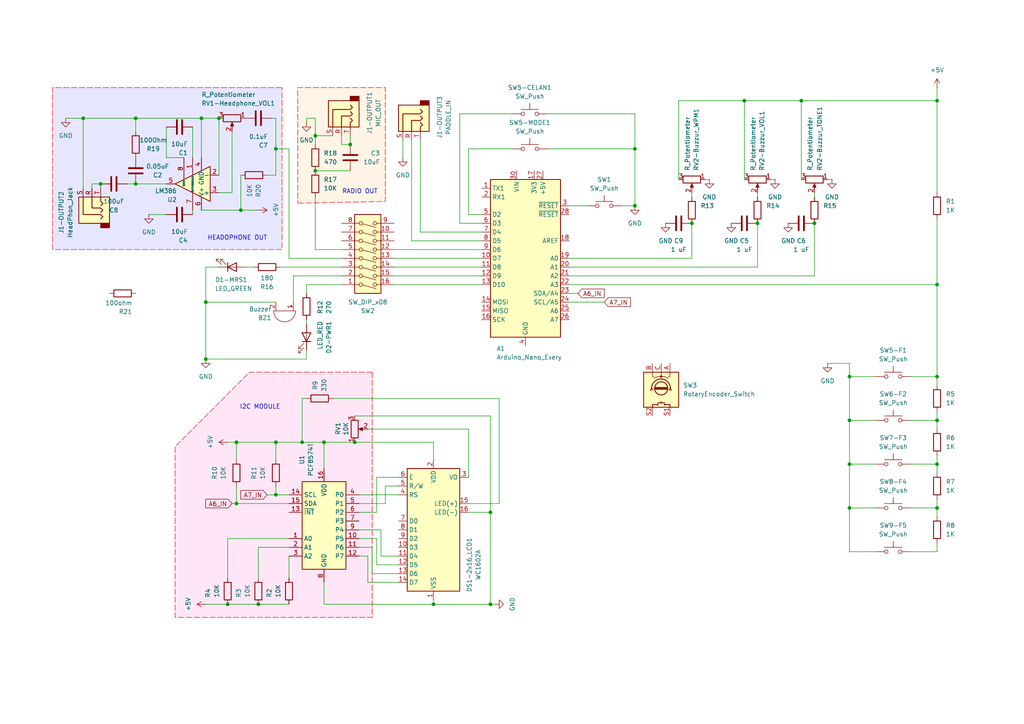
<source format=kicad_sch>
(kicad_sch
	(version 20250114)
	(generator "eeschema")
	(generator_version "9.0")
	(uuid "b65fe3c0-b26e-4572-9b40-dac0a617a68e")
	(paper "A4")
	(title_block
		(title "CW_KEYER-By-EKIN_EFE_GUNGOR")
		(date "2025-07-02")
		(rev "V-3.0.0")
		(company "-")
	)
	(lib_symbols
		(symbol "Amplifier_Audio:LM386"
			(pin_names
				(offset 0.127)
			)
			(exclude_from_sim no)
			(in_bom yes)
			(on_board yes)
			(property "Reference" "U"
				(at 1.27 7.62 0)
				(effects
					(font
						(size 1.27 1.27)
					)
					(justify left)
				)
			)
			(property "Value" "LM386"
				(at 1.27 5.08 0)
				(effects
					(font
						(size 1.27 1.27)
					)
					(justify left)
				)
			)
			(property "Footprint" ""
				(at 2.54 2.54 0)
				(effects
					(font
						(size 1.27 1.27)
					)
					(hide yes)
				)
			)
			(property "Datasheet" "http://www.ti.com/lit/ds/symlink/lm386.pdf"
				(at 5.08 5.08 0)
				(effects
					(font
						(size 1.27 1.27)
					)
					(hide yes)
				)
			)
			(property "Description" "Low Voltage Audio Power Amplifier, DIP-8/SOIC-8/SSOP-8"
				(at 0 0 0)
				(effects
					(font
						(size 1.27 1.27)
					)
					(hide yes)
				)
			)
			(property "ki_keywords" "single Power opamp"
				(at 0 0 0)
				(effects
					(font
						(size 1.27 1.27)
					)
					(hide yes)
				)
			)
			(property "ki_fp_filters" "SOIC*3.9x4.9mm*P1.27mm* DIP*W7.62mm* MSSOP*P0.65mm* TSSOP*3x3mm*P0.5mm*"
				(at 0 0 0)
				(effects
					(font
						(size 1.27 1.27)
					)
					(hide yes)
				)
			)
			(symbol "LM386_0_1"
				(polyline
					(pts
						(xy 5.08 0) (xy -5.08 5.08) (xy -5.08 -5.08) (xy 5.08 0)
					)
					(stroke
						(width 0.254)
						(type default)
					)
					(fill
						(type background)
					)
				)
			)
			(symbol "LM386_1_1"
				(pin input line
					(at -7.62 2.54 0)
					(length 2.54)
					(name "+"
						(effects
							(font
								(size 1.27 1.27)
							)
						)
					)
					(number "3"
						(effects
							(font
								(size 1.27 1.27)
							)
						)
					)
				)
				(pin input line
					(at -7.62 -2.54 0)
					(length 2.54)
					(name "-"
						(effects
							(font
								(size 1.27 1.27)
							)
						)
					)
					(number "2"
						(effects
							(font
								(size 1.27 1.27)
							)
						)
					)
				)
				(pin power_in line
					(at -2.54 7.62 270)
					(length 3.81)
					(name "V+"
						(effects
							(font
								(size 1.27 1.27)
							)
						)
					)
					(number "6"
						(effects
							(font
								(size 1.27 1.27)
							)
						)
					)
				)
				(pin power_in line
					(at -2.54 -7.62 90)
					(length 3.81)
					(name "GND"
						(effects
							(font
								(size 1.27 1.27)
							)
						)
					)
					(number "4"
						(effects
							(font
								(size 1.27 1.27)
							)
						)
					)
				)
				(pin input line
					(at 0 7.62 270)
					(length 5.08)
					(name "BYPASS"
						(effects
							(font
								(size 0.508 0.508)
							)
						)
					)
					(number "7"
						(effects
							(font
								(size 1.27 1.27)
							)
						)
					)
				)
				(pin input line
					(at 0 -7.62 90)
					(length 5.08)
					(name "GAIN"
						(effects
							(font
								(size 0.508 0.508)
							)
						)
					)
					(number "1"
						(effects
							(font
								(size 1.27 1.27)
							)
						)
					)
				)
				(pin input line
					(at 2.54 -7.62 90)
					(length 6.35)
					(name "GAIN"
						(effects
							(font
								(size 0.508 0.508)
							)
						)
					)
					(number "8"
						(effects
							(font
								(size 1.27 1.27)
							)
						)
					)
				)
				(pin output line
					(at 7.62 0 180)
					(length 2.54)
					(name "~"
						(effects
							(font
								(size 1.27 1.27)
							)
						)
					)
					(number "5"
						(effects
							(font
								(size 1.27 1.27)
							)
						)
					)
				)
			)
			(embedded_fonts no)
		)
		(symbol "Connector_Audio:AudioJack3"
			(exclude_from_sim no)
			(in_bom yes)
			(on_board yes)
			(property "Reference" "J"
				(at 0 8.89 0)
				(effects
					(font
						(size 1.27 1.27)
					)
				)
			)
			(property "Value" "AudioJack3"
				(at 0 6.35 0)
				(effects
					(font
						(size 1.27 1.27)
					)
				)
			)
			(property "Footprint" ""
				(at 0 0 0)
				(effects
					(font
						(size 1.27 1.27)
					)
					(hide yes)
				)
			)
			(property "Datasheet" "~"
				(at 0 0 0)
				(effects
					(font
						(size 1.27 1.27)
					)
					(hide yes)
				)
			)
			(property "Description" "Audio Jack, 3 Poles (Stereo / TRS)"
				(at 0 0 0)
				(effects
					(font
						(size 1.27 1.27)
					)
					(hide yes)
				)
			)
			(property "ki_keywords" "audio jack receptacle stereo headphones phones TRS connector"
				(at 0 0 0)
				(effects
					(font
						(size 1.27 1.27)
					)
					(hide yes)
				)
			)
			(property "ki_fp_filters" "Jack*"
				(at 0 0 0)
				(effects
					(font
						(size 1.27 1.27)
					)
					(hide yes)
				)
			)
			(symbol "AudioJack3_0_1"
				(rectangle
					(start -5.08 -5.08)
					(end -6.35 -2.54)
					(stroke
						(width 0.254)
						(type default)
					)
					(fill
						(type outline)
					)
				)
				(polyline
					(pts
						(xy -1.905 -2.54) (xy -1.27 -3.175) (xy -0.635 -2.54) (xy -0.635 0) (xy 2.54 0)
					)
					(stroke
						(width 0.254)
						(type default)
					)
					(fill
						(type none)
					)
				)
				(polyline
					(pts
						(xy 0 -2.54) (xy 0.635 -3.175) (xy 1.27 -2.54) (xy 2.54 -2.54)
					)
					(stroke
						(width 0.254)
						(type default)
					)
					(fill
						(type none)
					)
				)
				(rectangle
					(start 2.54 3.81)
					(end -5.08 -5.08)
					(stroke
						(width 0.254)
						(type default)
					)
					(fill
						(type background)
					)
				)
				(polyline
					(pts
						(xy 2.54 2.54) (xy -2.54 2.54) (xy -2.54 -2.54) (xy -3.175 -3.175) (xy -3.81 -2.54)
					)
					(stroke
						(width 0.254)
						(type default)
					)
					(fill
						(type none)
					)
				)
			)
			(symbol "AudioJack3_1_1"
				(pin passive line
					(at 5.08 2.54 180)
					(length 2.54)
					(name "~"
						(effects
							(font
								(size 1.27 1.27)
							)
						)
					)
					(number "S"
						(effects
							(font
								(size 1.27 1.27)
							)
						)
					)
				)
				(pin passive line
					(at 5.08 0 180)
					(length 2.54)
					(name "~"
						(effects
							(font
								(size 1.27 1.27)
							)
						)
					)
					(number "R"
						(effects
							(font
								(size 1.27 1.27)
							)
						)
					)
				)
				(pin passive line
					(at 5.08 -2.54 180)
					(length 2.54)
					(name "~"
						(effects
							(font
								(size 1.27 1.27)
							)
						)
					)
					(number "T"
						(effects
							(font
								(size 1.27 1.27)
							)
						)
					)
				)
			)
			(embedded_fonts no)
		)
		(symbol "Device:Buzzer"
			(pin_names
				(offset 0.0254)
				(hide yes)
			)
			(exclude_from_sim no)
			(in_bom yes)
			(on_board yes)
			(property "Reference" "BZ"
				(at 3.81 1.27 0)
				(effects
					(font
						(size 1.27 1.27)
					)
					(justify left)
				)
			)
			(property "Value" "Buzzer"
				(at 3.81 -1.27 0)
				(effects
					(font
						(size 1.27 1.27)
					)
					(justify left)
				)
			)
			(property "Footprint" ""
				(at -0.635 2.54 90)
				(effects
					(font
						(size 1.27 1.27)
					)
					(hide yes)
				)
			)
			(property "Datasheet" "~"
				(at -0.635 2.54 90)
				(effects
					(font
						(size 1.27 1.27)
					)
					(hide yes)
				)
			)
			(property "Description" "Buzzer, polarized"
				(at 0 0 0)
				(effects
					(font
						(size 1.27 1.27)
					)
					(hide yes)
				)
			)
			(property "ki_keywords" "quartz resonator ceramic"
				(at 0 0 0)
				(effects
					(font
						(size 1.27 1.27)
					)
					(hide yes)
				)
			)
			(property "ki_fp_filters" "*Buzzer*"
				(at 0 0 0)
				(effects
					(font
						(size 1.27 1.27)
					)
					(hide yes)
				)
			)
			(symbol "Buzzer_0_1"
				(polyline
					(pts
						(xy -1.651 1.905) (xy -1.143 1.905)
					)
					(stroke
						(width 0)
						(type default)
					)
					(fill
						(type none)
					)
				)
				(polyline
					(pts
						(xy -1.397 2.159) (xy -1.397 1.651)
					)
					(stroke
						(width 0)
						(type default)
					)
					(fill
						(type none)
					)
				)
				(arc
					(start 0 3.175)
					(mid 3.1612 0)
					(end 0 -3.175)
					(stroke
						(width 0)
						(type default)
					)
					(fill
						(type none)
					)
				)
				(polyline
					(pts
						(xy 0 3.175) (xy 0 -3.175)
					)
					(stroke
						(width 0)
						(type default)
					)
					(fill
						(type none)
					)
				)
			)
			(symbol "Buzzer_1_1"
				(pin passive line
					(at -2.54 2.54 0)
					(length 2.54)
					(name "+"
						(effects
							(font
								(size 1.27 1.27)
							)
						)
					)
					(number "1"
						(effects
							(font
								(size 1.27 1.27)
							)
						)
					)
				)
				(pin passive line
					(at -2.54 -2.54 0)
					(length 2.54)
					(name "-"
						(effects
							(font
								(size 1.27 1.27)
							)
						)
					)
					(number "2"
						(effects
							(font
								(size 1.27 1.27)
							)
						)
					)
				)
			)
			(embedded_fonts no)
		)
		(symbol "Device:C"
			(pin_numbers
				(hide yes)
			)
			(pin_names
				(offset 0.254)
			)
			(exclude_from_sim no)
			(in_bom yes)
			(on_board yes)
			(property "Reference" "C"
				(at 0.635 2.54 0)
				(effects
					(font
						(size 1.27 1.27)
					)
					(justify left)
				)
			)
			(property "Value" "C"
				(at 0.635 -2.54 0)
				(effects
					(font
						(size 1.27 1.27)
					)
					(justify left)
				)
			)
			(property "Footprint" ""
				(at 0.9652 -3.81 0)
				(effects
					(font
						(size 1.27 1.27)
					)
					(hide yes)
				)
			)
			(property "Datasheet" "~"
				(at 0 0 0)
				(effects
					(font
						(size 1.27 1.27)
					)
					(hide yes)
				)
			)
			(property "Description" "Unpolarized capacitor"
				(at 0 0 0)
				(effects
					(font
						(size 1.27 1.27)
					)
					(hide yes)
				)
			)
			(property "ki_keywords" "cap capacitor"
				(at 0 0 0)
				(effects
					(font
						(size 1.27 1.27)
					)
					(hide yes)
				)
			)
			(property "ki_fp_filters" "C_*"
				(at 0 0 0)
				(effects
					(font
						(size 1.27 1.27)
					)
					(hide yes)
				)
			)
			(symbol "C_0_1"
				(polyline
					(pts
						(xy -2.032 0.762) (xy 2.032 0.762)
					)
					(stroke
						(width 0.508)
						(type default)
					)
					(fill
						(type none)
					)
				)
				(polyline
					(pts
						(xy -2.032 -0.762) (xy 2.032 -0.762)
					)
					(stroke
						(width 0.508)
						(type default)
					)
					(fill
						(type none)
					)
				)
			)
			(symbol "C_1_1"
				(pin passive line
					(at 0 3.81 270)
					(length 2.794)
					(name "~"
						(effects
							(font
								(size 1.27 1.27)
							)
						)
					)
					(number "1"
						(effects
							(font
								(size 1.27 1.27)
							)
						)
					)
				)
				(pin passive line
					(at 0 -3.81 90)
					(length 2.794)
					(name "~"
						(effects
							(font
								(size 1.27 1.27)
							)
						)
					)
					(number "2"
						(effects
							(font
								(size 1.27 1.27)
							)
						)
					)
				)
			)
			(embedded_fonts no)
		)
		(symbol "Device:LED"
			(pin_numbers
				(hide yes)
			)
			(pin_names
				(offset 1.016)
				(hide yes)
			)
			(exclude_from_sim no)
			(in_bom yes)
			(on_board yes)
			(property "Reference" "D"
				(at 0 2.54 0)
				(effects
					(font
						(size 1.27 1.27)
					)
				)
			)
			(property "Value" "LED"
				(at 0 -2.54 0)
				(effects
					(font
						(size 1.27 1.27)
					)
				)
			)
			(property "Footprint" ""
				(at 0 0 0)
				(effects
					(font
						(size 1.27 1.27)
					)
					(hide yes)
				)
			)
			(property "Datasheet" "~"
				(at 0 0 0)
				(effects
					(font
						(size 1.27 1.27)
					)
					(hide yes)
				)
			)
			(property "Description" "Light emitting diode"
				(at 0 0 0)
				(effects
					(font
						(size 1.27 1.27)
					)
					(hide yes)
				)
			)
			(property "Sim.Pins" "1=K 2=A"
				(at 0 0 0)
				(effects
					(font
						(size 1.27 1.27)
					)
					(hide yes)
				)
			)
			(property "ki_keywords" "LED diode"
				(at 0 0 0)
				(effects
					(font
						(size 1.27 1.27)
					)
					(hide yes)
				)
			)
			(property "ki_fp_filters" "LED* LED_SMD:* LED_THT:*"
				(at 0 0 0)
				(effects
					(font
						(size 1.27 1.27)
					)
					(hide yes)
				)
			)
			(symbol "LED_0_1"
				(polyline
					(pts
						(xy -3.048 -0.762) (xy -4.572 -2.286) (xy -3.81 -2.286) (xy -4.572 -2.286) (xy -4.572 -1.524)
					)
					(stroke
						(width 0)
						(type default)
					)
					(fill
						(type none)
					)
				)
				(polyline
					(pts
						(xy -1.778 -0.762) (xy -3.302 -2.286) (xy -2.54 -2.286) (xy -3.302 -2.286) (xy -3.302 -1.524)
					)
					(stroke
						(width 0)
						(type default)
					)
					(fill
						(type none)
					)
				)
				(polyline
					(pts
						(xy -1.27 0) (xy 1.27 0)
					)
					(stroke
						(width 0)
						(type default)
					)
					(fill
						(type none)
					)
				)
				(polyline
					(pts
						(xy -1.27 -1.27) (xy -1.27 1.27)
					)
					(stroke
						(width 0.254)
						(type default)
					)
					(fill
						(type none)
					)
				)
				(polyline
					(pts
						(xy 1.27 -1.27) (xy 1.27 1.27) (xy -1.27 0) (xy 1.27 -1.27)
					)
					(stroke
						(width 0.254)
						(type default)
					)
					(fill
						(type none)
					)
				)
			)
			(symbol "LED_1_1"
				(pin passive line
					(at -3.81 0 0)
					(length 2.54)
					(name "K"
						(effects
							(font
								(size 1.27 1.27)
							)
						)
					)
					(number "1"
						(effects
							(font
								(size 1.27 1.27)
							)
						)
					)
				)
				(pin passive line
					(at 3.81 0 180)
					(length 2.54)
					(name "A"
						(effects
							(font
								(size 1.27 1.27)
							)
						)
					)
					(number "2"
						(effects
							(font
								(size 1.27 1.27)
							)
						)
					)
				)
			)
			(embedded_fonts no)
		)
		(symbol "Device:R"
			(pin_numbers
				(hide yes)
			)
			(pin_names
				(offset 0)
			)
			(exclude_from_sim no)
			(in_bom yes)
			(on_board yes)
			(property "Reference" "R"
				(at 2.032 0 90)
				(effects
					(font
						(size 1.27 1.27)
					)
				)
			)
			(property "Value" "R"
				(at 0 0 90)
				(effects
					(font
						(size 1.27 1.27)
					)
				)
			)
			(property "Footprint" ""
				(at -1.778 0 90)
				(effects
					(font
						(size 1.27 1.27)
					)
					(hide yes)
				)
			)
			(property "Datasheet" "~"
				(at 0 0 0)
				(effects
					(font
						(size 1.27 1.27)
					)
					(hide yes)
				)
			)
			(property "Description" "Resistor"
				(at 0 0 0)
				(effects
					(font
						(size 1.27 1.27)
					)
					(hide yes)
				)
			)
			(property "ki_keywords" "R res resistor"
				(at 0 0 0)
				(effects
					(font
						(size 1.27 1.27)
					)
					(hide yes)
				)
			)
			(property "ki_fp_filters" "R_*"
				(at 0 0 0)
				(effects
					(font
						(size 1.27 1.27)
					)
					(hide yes)
				)
			)
			(symbol "R_0_1"
				(rectangle
					(start -1.016 -2.54)
					(end 1.016 2.54)
					(stroke
						(width 0.254)
						(type default)
					)
					(fill
						(type none)
					)
				)
			)
			(symbol "R_1_1"
				(pin passive line
					(at 0 3.81 270)
					(length 1.27)
					(name "~"
						(effects
							(font
								(size 1.27 1.27)
							)
						)
					)
					(number "1"
						(effects
							(font
								(size 1.27 1.27)
							)
						)
					)
				)
				(pin passive line
					(at 0 -3.81 90)
					(length 1.27)
					(name "~"
						(effects
							(font
								(size 1.27 1.27)
							)
						)
					)
					(number "2"
						(effects
							(font
								(size 1.27 1.27)
							)
						)
					)
				)
			)
			(embedded_fonts no)
		)
		(symbol "Device:R_Potentiometer"
			(pin_names
				(offset 1.016)
				(hide yes)
			)
			(exclude_from_sim no)
			(in_bom yes)
			(on_board yes)
			(property "Reference" "RV"
				(at -4.445 0 90)
				(effects
					(font
						(size 1.27 1.27)
					)
				)
			)
			(property "Value" "R_Potentiometer"
				(at -2.54 0 90)
				(effects
					(font
						(size 1.27 1.27)
					)
				)
			)
			(property "Footprint" ""
				(at 0 0 0)
				(effects
					(font
						(size 1.27 1.27)
					)
					(hide yes)
				)
			)
			(property "Datasheet" "~"
				(at 0 0 0)
				(effects
					(font
						(size 1.27 1.27)
					)
					(hide yes)
				)
			)
			(property "Description" "Potentiometer"
				(at 0 0 0)
				(effects
					(font
						(size 1.27 1.27)
					)
					(hide yes)
				)
			)
			(property "ki_keywords" "resistor variable"
				(at 0 0 0)
				(effects
					(font
						(size 1.27 1.27)
					)
					(hide yes)
				)
			)
			(property "ki_fp_filters" "Potentiometer*"
				(at 0 0 0)
				(effects
					(font
						(size 1.27 1.27)
					)
					(hide yes)
				)
			)
			(symbol "R_Potentiometer_0_1"
				(rectangle
					(start 1.016 2.54)
					(end -1.016 -2.54)
					(stroke
						(width 0.254)
						(type default)
					)
					(fill
						(type none)
					)
				)
				(polyline
					(pts
						(xy 1.143 0) (xy 2.286 0.508) (xy 2.286 -0.508) (xy 1.143 0)
					)
					(stroke
						(width 0)
						(type default)
					)
					(fill
						(type outline)
					)
				)
				(polyline
					(pts
						(xy 2.54 0) (xy 1.524 0)
					)
					(stroke
						(width 0)
						(type default)
					)
					(fill
						(type none)
					)
				)
			)
			(symbol "R_Potentiometer_1_1"
				(pin passive line
					(at 0 3.81 270)
					(length 1.27)
					(name "1"
						(effects
							(font
								(size 1.27 1.27)
							)
						)
					)
					(number "1"
						(effects
							(font
								(size 1.27 1.27)
							)
						)
					)
				)
				(pin passive line
					(at 0 -3.81 90)
					(length 1.27)
					(name "3"
						(effects
							(font
								(size 1.27 1.27)
							)
						)
					)
					(number "3"
						(effects
							(font
								(size 1.27 1.27)
							)
						)
					)
				)
				(pin passive line
					(at 3.81 0 180)
					(length 1.27)
					(name "2"
						(effects
							(font
								(size 1.27 1.27)
							)
						)
					)
					(number "2"
						(effects
							(font
								(size 1.27 1.27)
							)
						)
					)
				)
			)
			(embedded_fonts no)
		)
		(symbol "Device:RotaryEncoder_Switch"
			(pin_names
				(offset 0.254)
				(hide yes)
			)
			(exclude_from_sim no)
			(in_bom yes)
			(on_board yes)
			(property "Reference" "SW"
				(at 0 6.604 0)
				(effects
					(font
						(size 1.27 1.27)
					)
				)
			)
			(property "Value" "RotaryEncoder_Switch"
				(at 0 -6.604 0)
				(effects
					(font
						(size 1.27 1.27)
					)
				)
			)
			(property "Footprint" ""
				(at -3.81 4.064 0)
				(effects
					(font
						(size 1.27 1.27)
					)
					(hide yes)
				)
			)
			(property "Datasheet" "~"
				(at 0 6.604 0)
				(effects
					(font
						(size 1.27 1.27)
					)
					(hide yes)
				)
			)
			(property "Description" "Rotary encoder, dual channel, incremental quadrate outputs, with switch"
				(at 0 0 0)
				(effects
					(font
						(size 1.27 1.27)
					)
					(hide yes)
				)
			)
			(property "ki_keywords" "rotary switch encoder switch push button"
				(at 0 0 0)
				(effects
					(font
						(size 1.27 1.27)
					)
					(hide yes)
				)
			)
			(property "ki_fp_filters" "RotaryEncoder*Switch*"
				(at 0 0 0)
				(effects
					(font
						(size 1.27 1.27)
					)
					(hide yes)
				)
			)
			(symbol "RotaryEncoder_Switch_0_1"
				(rectangle
					(start -5.08 5.08)
					(end 5.08 -5.08)
					(stroke
						(width 0.254)
						(type default)
					)
					(fill
						(type background)
					)
				)
				(polyline
					(pts
						(xy -5.08 2.54) (xy -3.81 2.54) (xy -3.81 2.032)
					)
					(stroke
						(width 0)
						(type default)
					)
					(fill
						(type none)
					)
				)
				(polyline
					(pts
						(xy -5.08 0) (xy -3.81 0) (xy -3.81 -1.016) (xy -3.302 -2.032)
					)
					(stroke
						(width 0)
						(type default)
					)
					(fill
						(type none)
					)
				)
				(polyline
					(pts
						(xy -5.08 -2.54) (xy -3.81 -2.54) (xy -3.81 -2.032)
					)
					(stroke
						(width 0)
						(type default)
					)
					(fill
						(type none)
					)
				)
				(polyline
					(pts
						(xy -4.318 0) (xy -3.81 0) (xy -3.81 1.016) (xy -3.302 2.032)
					)
					(stroke
						(width 0)
						(type default)
					)
					(fill
						(type none)
					)
				)
				(circle
					(center -3.81 0)
					(radius 0.254)
					(stroke
						(width 0)
						(type default)
					)
					(fill
						(type outline)
					)
				)
				(polyline
					(pts
						(xy -0.635 -1.778) (xy -0.635 1.778)
					)
					(stroke
						(width 0.254)
						(type default)
					)
					(fill
						(type none)
					)
				)
				(circle
					(center -0.381 0)
					(radius 1.905)
					(stroke
						(width 0.254)
						(type default)
					)
					(fill
						(type none)
					)
				)
				(polyline
					(pts
						(xy -0.381 -1.778) (xy -0.381 1.778)
					)
					(stroke
						(width 0.254)
						(type default)
					)
					(fill
						(type none)
					)
				)
				(arc
					(start -0.381 -2.794)
					(mid -3.0988 -0.0635)
					(end -0.381 2.667)
					(stroke
						(width 0.254)
						(type default)
					)
					(fill
						(type none)
					)
				)
				(polyline
					(pts
						(xy -0.127 1.778) (xy -0.127 -1.778)
					)
					(stroke
						(width 0.254)
						(type default)
					)
					(fill
						(type none)
					)
				)
				(polyline
					(pts
						(xy 0.254 2.921) (xy -0.508 2.667) (xy 0.127 2.286)
					)
					(stroke
						(width 0.254)
						(type default)
					)
					(fill
						(type none)
					)
				)
				(polyline
					(pts
						(xy 0.254 -3.048) (xy -0.508 -2.794) (xy 0.127 -2.413)
					)
					(stroke
						(width 0.254)
						(type default)
					)
					(fill
						(type none)
					)
				)
				(polyline
					(pts
						(xy 3.81 1.016) (xy 3.81 -1.016)
					)
					(stroke
						(width 0.254)
						(type default)
					)
					(fill
						(type none)
					)
				)
				(polyline
					(pts
						(xy 3.81 0) (xy 3.429 0)
					)
					(stroke
						(width 0.254)
						(type default)
					)
					(fill
						(type none)
					)
				)
				(circle
					(center 4.318 1.016)
					(radius 0.127)
					(stroke
						(width 0.254)
						(type default)
					)
					(fill
						(type none)
					)
				)
				(circle
					(center 4.318 -1.016)
					(radius 0.127)
					(stroke
						(width 0.254)
						(type default)
					)
					(fill
						(type none)
					)
				)
				(polyline
					(pts
						(xy 5.08 2.54) (xy 4.318 2.54) (xy 4.318 1.016)
					)
					(stroke
						(width 0.254)
						(type default)
					)
					(fill
						(type none)
					)
				)
				(polyline
					(pts
						(xy 5.08 -2.54) (xy 4.318 -2.54) (xy 4.318 -1.016)
					)
					(stroke
						(width 0.254)
						(type default)
					)
					(fill
						(type none)
					)
				)
			)
			(symbol "RotaryEncoder_Switch_1_1"
				(pin passive line
					(at -7.62 2.54 0)
					(length 2.54)
					(name "A"
						(effects
							(font
								(size 1.27 1.27)
							)
						)
					)
					(number "A"
						(effects
							(font
								(size 1.27 1.27)
							)
						)
					)
				)
				(pin passive line
					(at -7.62 0 0)
					(length 2.54)
					(name "C"
						(effects
							(font
								(size 1.27 1.27)
							)
						)
					)
					(number "C"
						(effects
							(font
								(size 1.27 1.27)
							)
						)
					)
				)
				(pin passive line
					(at -7.62 -2.54 0)
					(length 2.54)
					(name "B"
						(effects
							(font
								(size 1.27 1.27)
							)
						)
					)
					(number "B"
						(effects
							(font
								(size 1.27 1.27)
							)
						)
					)
				)
				(pin passive line
					(at 7.62 2.54 180)
					(length 2.54)
					(name "S1"
						(effects
							(font
								(size 1.27 1.27)
							)
						)
					)
					(number "S1"
						(effects
							(font
								(size 1.27 1.27)
							)
						)
					)
				)
				(pin passive line
					(at 7.62 -2.54 180)
					(length 2.54)
					(name "S2"
						(effects
							(font
								(size 1.27 1.27)
							)
						)
					)
					(number "S2"
						(effects
							(font
								(size 1.27 1.27)
							)
						)
					)
				)
			)
			(embedded_fonts no)
		)
		(symbol "Display_Character:WC1602A"
			(exclude_from_sim no)
			(in_bom yes)
			(on_board yes)
			(property "Reference" "DS"
				(at -5.842 19.05 0)
				(effects
					(font
						(size 1.27 1.27)
					)
				)
			)
			(property "Value" "WC1602A"
				(at 5.334 19.05 0)
				(effects
					(font
						(size 1.27 1.27)
					)
				)
			)
			(property "Footprint" "Display:WC1602A"
				(at 0 -22.86 0)
				(effects
					(font
						(size 1.27 1.27)
						(italic yes)
					)
					(hide yes)
				)
			)
			(property "Datasheet" "http://www.wincomlcd.com/pdf/WC1602A-SFYLYHTC06.pdf"
				(at 17.78 0 0)
				(effects
					(font
						(size 1.27 1.27)
					)
					(hide yes)
				)
			)
			(property "Description" "LCD 16x2 Alphanumeric , 8 bit parallel bus, 5V VDD"
				(at 0 0 0)
				(effects
					(font
						(size 1.27 1.27)
					)
					(hide yes)
				)
			)
			(property "ki_keywords" "display LCD dot-matrix"
				(at 0 0 0)
				(effects
					(font
						(size 1.27 1.27)
					)
					(hide yes)
				)
			)
			(property "ki_fp_filters" "*WC*1602A*"
				(at 0 0 0)
				(effects
					(font
						(size 1.27 1.27)
					)
					(hide yes)
				)
			)
			(symbol "WC1602A_1_1"
				(rectangle
					(start -7.62 17.78)
					(end 7.62 -17.78)
					(stroke
						(width 0.254)
						(type default)
					)
					(fill
						(type background)
					)
				)
				(pin input line
					(at -10.16 15.24 0)
					(length 2.54)
					(name "E"
						(effects
							(font
								(size 1.27 1.27)
							)
						)
					)
					(number "6"
						(effects
							(font
								(size 1.27 1.27)
							)
						)
					)
				)
				(pin input line
					(at -10.16 12.7 0)
					(length 2.54)
					(name "R/W"
						(effects
							(font
								(size 1.27 1.27)
							)
						)
					)
					(number "5"
						(effects
							(font
								(size 1.27 1.27)
							)
						)
					)
				)
				(pin input line
					(at -10.16 10.16 0)
					(length 2.54)
					(name "RS"
						(effects
							(font
								(size 1.27 1.27)
							)
						)
					)
					(number "4"
						(effects
							(font
								(size 1.27 1.27)
							)
						)
					)
				)
				(pin input line
					(at -10.16 2.54 0)
					(length 2.54)
					(name "D0"
						(effects
							(font
								(size 1.27 1.27)
							)
						)
					)
					(number "7"
						(effects
							(font
								(size 1.27 1.27)
							)
						)
					)
				)
				(pin input line
					(at -10.16 0 0)
					(length 2.54)
					(name "D1"
						(effects
							(font
								(size 1.27 1.27)
							)
						)
					)
					(number "8"
						(effects
							(font
								(size 1.27 1.27)
							)
						)
					)
				)
				(pin input line
					(at -10.16 -2.54 0)
					(length 2.54)
					(name "D2"
						(effects
							(font
								(size 1.27 1.27)
							)
						)
					)
					(number "9"
						(effects
							(font
								(size 1.27 1.27)
							)
						)
					)
				)
				(pin input line
					(at -10.16 -5.08 0)
					(length 2.54)
					(name "D3"
						(effects
							(font
								(size 1.27 1.27)
							)
						)
					)
					(number "10"
						(effects
							(font
								(size 1.27 1.27)
							)
						)
					)
				)
				(pin input line
					(at -10.16 -7.62 0)
					(length 2.54)
					(name "D4"
						(effects
							(font
								(size 1.27 1.27)
							)
						)
					)
					(number "11"
						(effects
							(font
								(size 1.27 1.27)
							)
						)
					)
				)
				(pin input line
					(at -10.16 -10.16 0)
					(length 2.54)
					(name "D5"
						(effects
							(font
								(size 1.27 1.27)
							)
						)
					)
					(number "12"
						(effects
							(font
								(size 1.27 1.27)
							)
						)
					)
				)
				(pin input line
					(at -10.16 -12.7 0)
					(length 2.54)
					(name "D6"
						(effects
							(font
								(size 1.27 1.27)
							)
						)
					)
					(number "13"
						(effects
							(font
								(size 1.27 1.27)
							)
						)
					)
				)
				(pin input line
					(at -10.16 -15.24 0)
					(length 2.54)
					(name "D7"
						(effects
							(font
								(size 1.27 1.27)
							)
						)
					)
					(number "14"
						(effects
							(font
								(size 1.27 1.27)
							)
						)
					)
				)
				(pin power_in line
					(at 0 20.32 270)
					(length 2.54)
					(name "VDD"
						(effects
							(font
								(size 1.27 1.27)
							)
						)
					)
					(number "2"
						(effects
							(font
								(size 1.27 1.27)
							)
						)
					)
				)
				(pin power_in line
					(at 0 -20.32 90)
					(length 2.54)
					(name "VSS"
						(effects
							(font
								(size 1.27 1.27)
							)
						)
					)
					(number "1"
						(effects
							(font
								(size 1.27 1.27)
							)
						)
					)
				)
				(pin input line
					(at 10.16 15.24 180)
					(length 2.54)
					(name "VO"
						(effects
							(font
								(size 1.27 1.27)
							)
						)
					)
					(number "3"
						(effects
							(font
								(size 1.27 1.27)
							)
						)
					)
				)
				(pin power_in line
					(at 10.16 7.62 180)
					(length 2.54)
					(name "LED(+)"
						(effects
							(font
								(size 1.27 1.27)
							)
						)
					)
					(number "15"
						(effects
							(font
								(size 1.27 1.27)
							)
						)
					)
				)
				(pin power_in line
					(at 10.16 5.08 180)
					(length 2.54)
					(name "LED(-)"
						(effects
							(font
								(size 1.27 1.27)
							)
						)
					)
					(number "16"
						(effects
							(font
								(size 1.27 1.27)
							)
						)
					)
				)
			)
			(embedded_fonts no)
		)
		(symbol "Interface_Expansion:PCF8574T"
			(exclude_from_sim no)
			(in_bom yes)
			(on_board yes)
			(property "Reference" "U"
				(at -6.35 12.954 0)
				(effects
					(font
						(size 1.27 1.27)
					)
					(justify left)
				)
			)
			(property "Value" "PCF8574T"
				(at 3.048 12.954 0)
				(effects
					(font
						(size 1.27 1.27)
					)
					(justify left)
				)
			)
			(property "Footprint" "Package_SO:SOIC-16W_7.5x10.3mm_P1.27mm"
				(at 0 0 0)
				(effects
					(font
						(size 1.27 1.27)
					)
					(hide yes)
				)
			)
			(property "Datasheet" "http://www.nxp.com/docs/en/data-sheet/PCF8574_PCF8574A.pdf"
				(at 0 0 0)
				(effects
					(font
						(size 1.27 1.27)
					)
					(hide yes)
				)
			)
			(property "Description" "8 Bit Port/Expander to I2C Bus, fixed address bits 0b0100, SOIC-16"
				(at 0 0 0)
				(effects
					(font
						(size 1.27 1.27)
					)
					(hide yes)
				)
			)
			(property "ki_keywords" "I2C Expander"
				(at 0 0 0)
				(effects
					(font
						(size 1.27 1.27)
					)
					(hide yes)
				)
			)
			(property "ki_fp_filters" "SOIC*7.5x10.3mm*P1.27mm*"
				(at 0 0 0)
				(effects
					(font
						(size 1.27 1.27)
					)
					(hide yes)
				)
			)
			(symbol "PCF8574T_0_1"
				(rectangle
					(start -6.35 -13.97)
					(end 6.35 11.43)
					(stroke
						(width 0.254)
						(type default)
					)
					(fill
						(type background)
					)
				)
			)
			(symbol "PCF8574T_1_1"
				(pin input line
					(at -10.16 7.62 0)
					(length 3.81)
					(name "SCL"
						(effects
							(font
								(size 1.27 1.27)
							)
						)
					)
					(number "14"
						(effects
							(font
								(size 1.27 1.27)
							)
						)
					)
				)
				(pin bidirectional line
					(at -10.16 5.08 0)
					(length 3.81)
					(name "SDA"
						(effects
							(font
								(size 1.27 1.27)
							)
						)
					)
					(number "15"
						(effects
							(font
								(size 1.27 1.27)
							)
						)
					)
				)
				(pin open_collector line
					(at -10.16 2.54 0)
					(length 3.81)
					(name "~{INT}"
						(effects
							(font
								(size 1.27 1.27)
							)
						)
					)
					(number "13"
						(effects
							(font
								(size 1.27 1.27)
							)
						)
					)
				)
				(pin input line
					(at -10.16 -5.08 0)
					(length 3.81)
					(name "A0"
						(effects
							(font
								(size 1.27 1.27)
							)
						)
					)
					(number "1"
						(effects
							(font
								(size 1.27 1.27)
							)
						)
					)
				)
				(pin input line
					(at -10.16 -7.62 0)
					(length 3.81)
					(name "A1"
						(effects
							(font
								(size 1.27 1.27)
							)
						)
					)
					(number "2"
						(effects
							(font
								(size 1.27 1.27)
							)
						)
					)
				)
				(pin input line
					(at -10.16 -10.16 0)
					(length 3.81)
					(name "A2"
						(effects
							(font
								(size 1.27 1.27)
							)
						)
					)
					(number "3"
						(effects
							(font
								(size 1.27 1.27)
							)
						)
					)
				)
				(pin power_in line
					(at 0 15.24 270)
					(length 3.81)
					(name "VDD"
						(effects
							(font
								(size 1.27 1.27)
							)
						)
					)
					(number "16"
						(effects
							(font
								(size 1.27 1.27)
							)
						)
					)
				)
				(pin power_in line
					(at 0 -17.78 90)
					(length 3.81)
					(name "GND"
						(effects
							(font
								(size 1.27 1.27)
							)
						)
					)
					(number "8"
						(effects
							(font
								(size 1.27 1.27)
							)
						)
					)
				)
				(pin bidirectional line
					(at 10.16 7.62 180)
					(length 3.81)
					(name "P0"
						(effects
							(font
								(size 1.27 1.27)
							)
						)
					)
					(number "4"
						(effects
							(font
								(size 1.27 1.27)
							)
						)
					)
				)
				(pin bidirectional line
					(at 10.16 5.08 180)
					(length 3.81)
					(name "P1"
						(effects
							(font
								(size 1.27 1.27)
							)
						)
					)
					(number "5"
						(effects
							(font
								(size 1.27 1.27)
							)
						)
					)
				)
				(pin bidirectional line
					(at 10.16 2.54 180)
					(length 3.81)
					(name "P2"
						(effects
							(font
								(size 1.27 1.27)
							)
						)
					)
					(number "6"
						(effects
							(font
								(size 1.27 1.27)
							)
						)
					)
				)
				(pin bidirectional line
					(at 10.16 0 180)
					(length 3.81)
					(name "P3"
						(effects
							(font
								(size 1.27 1.27)
							)
						)
					)
					(number "7"
						(effects
							(font
								(size 1.27 1.27)
							)
						)
					)
				)
				(pin bidirectional line
					(at 10.16 -2.54 180)
					(length 3.81)
					(name "P4"
						(effects
							(font
								(size 1.27 1.27)
							)
						)
					)
					(number "9"
						(effects
							(font
								(size 1.27 1.27)
							)
						)
					)
				)
				(pin bidirectional line
					(at 10.16 -5.08 180)
					(length 3.81)
					(name "P5"
						(effects
							(font
								(size 1.27 1.27)
							)
						)
					)
					(number "10"
						(effects
							(font
								(size 1.27 1.27)
							)
						)
					)
				)
				(pin bidirectional line
					(at 10.16 -7.62 180)
					(length 3.81)
					(name "P6"
						(effects
							(font
								(size 1.27 1.27)
							)
						)
					)
					(number "11"
						(effects
							(font
								(size 1.27 1.27)
							)
						)
					)
				)
				(pin bidirectional line
					(at 10.16 -10.16 180)
					(length 3.81)
					(name "P7"
						(effects
							(font
								(size 1.27 1.27)
							)
						)
					)
					(number "12"
						(effects
							(font
								(size 1.27 1.27)
							)
						)
					)
				)
			)
			(embedded_fonts no)
		)
		(symbol "MCU_Module:Arduino_Nano_Every"
			(exclude_from_sim no)
			(in_bom yes)
			(on_board yes)
			(property "Reference" "A"
				(at -10.16 23.495 0)
				(effects
					(font
						(size 1.27 1.27)
					)
					(justify left bottom)
				)
			)
			(property "Value" "Arduino_Nano_Every"
				(at 5.08 -24.13 0)
				(effects
					(font
						(size 1.27 1.27)
					)
					(justify left top)
				)
			)
			(property "Footprint" "Module:Arduino_Nano"
				(at 0 0 0)
				(effects
					(font
						(size 1.27 1.27)
						(italic yes)
					)
					(hide yes)
				)
			)
			(property "Datasheet" "https://content.arduino.cc/assets/NANOEveryV3.0_sch.pdf"
				(at 0 0 0)
				(effects
					(font
						(size 1.27 1.27)
					)
					(hide yes)
				)
			)
			(property "Description" "Arduino Nano Every"
				(at 0 0 0)
				(effects
					(font
						(size 1.27 1.27)
					)
					(hide yes)
				)
			)
			(property "ki_keywords" "Arduino nano microcontroller module USB UPDI AATMega4809 AVR"
				(at 0 0 0)
				(effects
					(font
						(size 1.27 1.27)
					)
					(hide yes)
				)
			)
			(property "ki_fp_filters" "Arduino*Nano*"
				(at 0 0 0)
				(effects
					(font
						(size 1.27 1.27)
					)
					(hide yes)
				)
			)
			(symbol "Arduino_Nano_Every_0_1"
				(rectangle
					(start -10.16 22.86)
					(end 10.16 -22.86)
					(stroke
						(width 0.254)
						(type default)
					)
					(fill
						(type background)
					)
				)
			)
			(symbol "Arduino_Nano_Every_1_1"
				(pin bidirectional line
					(at -12.7 20.32 0)
					(length 2.54)
					(name "TX1"
						(effects
							(font
								(size 1.27 1.27)
							)
						)
					)
					(number "1"
						(effects
							(font
								(size 1.27 1.27)
							)
						)
					)
				)
				(pin bidirectional line
					(at -12.7 17.78 0)
					(length 2.54)
					(name "RX1"
						(effects
							(font
								(size 1.27 1.27)
							)
						)
					)
					(number "2"
						(effects
							(font
								(size 1.27 1.27)
							)
						)
					)
				)
				(pin bidirectional line
					(at -12.7 12.7 0)
					(length 2.54)
					(name "D2"
						(effects
							(font
								(size 1.27 1.27)
							)
						)
					)
					(number "5"
						(effects
							(font
								(size 1.27 1.27)
							)
						)
					)
				)
				(pin bidirectional line
					(at -12.7 10.16 0)
					(length 2.54)
					(name "D3"
						(effects
							(font
								(size 1.27 1.27)
							)
						)
					)
					(number "6"
						(effects
							(font
								(size 1.27 1.27)
							)
						)
					)
				)
				(pin bidirectional line
					(at -12.7 7.62 0)
					(length 2.54)
					(name "D4"
						(effects
							(font
								(size 1.27 1.27)
							)
						)
					)
					(number "7"
						(effects
							(font
								(size 1.27 1.27)
							)
						)
					)
				)
				(pin bidirectional line
					(at -12.7 5.08 0)
					(length 2.54)
					(name "D5"
						(effects
							(font
								(size 1.27 1.27)
							)
						)
					)
					(number "8"
						(effects
							(font
								(size 1.27 1.27)
							)
						)
					)
				)
				(pin bidirectional line
					(at -12.7 2.54 0)
					(length 2.54)
					(name "D6"
						(effects
							(font
								(size 1.27 1.27)
							)
						)
					)
					(number "9"
						(effects
							(font
								(size 1.27 1.27)
							)
						)
					)
				)
				(pin bidirectional line
					(at -12.7 0 0)
					(length 2.54)
					(name "D7"
						(effects
							(font
								(size 1.27 1.27)
							)
						)
					)
					(number "10"
						(effects
							(font
								(size 1.27 1.27)
							)
						)
					)
				)
				(pin bidirectional line
					(at -12.7 -2.54 0)
					(length 2.54)
					(name "D8"
						(effects
							(font
								(size 1.27 1.27)
							)
						)
					)
					(number "11"
						(effects
							(font
								(size 1.27 1.27)
							)
						)
					)
				)
				(pin bidirectional line
					(at -12.7 -5.08 0)
					(length 2.54)
					(name "D9"
						(effects
							(font
								(size 1.27 1.27)
							)
						)
					)
					(number "12"
						(effects
							(font
								(size 1.27 1.27)
							)
						)
					)
				)
				(pin bidirectional line
					(at -12.7 -7.62 0)
					(length 2.54)
					(name "D10"
						(effects
							(font
								(size 1.27 1.27)
							)
						)
					)
					(number "13"
						(effects
							(font
								(size 1.27 1.27)
							)
						)
					)
				)
				(pin bidirectional line
					(at -12.7 -12.7 0)
					(length 2.54)
					(name "MOSI"
						(effects
							(font
								(size 1.27 1.27)
							)
						)
					)
					(number "14"
						(effects
							(font
								(size 1.27 1.27)
							)
						)
					)
				)
				(pin bidirectional line
					(at -12.7 -15.24 0)
					(length 2.54)
					(name "MISO"
						(effects
							(font
								(size 1.27 1.27)
							)
						)
					)
					(number "15"
						(effects
							(font
								(size 1.27 1.27)
							)
						)
					)
				)
				(pin bidirectional line
					(at -12.7 -17.78 0)
					(length 2.54)
					(name "SCK"
						(effects
							(font
								(size 1.27 1.27)
							)
						)
					)
					(number "16"
						(effects
							(font
								(size 1.27 1.27)
							)
						)
					)
				)
				(pin power_in line
					(at -2.54 25.4 270)
					(length 2.54)
					(name "VIN"
						(effects
							(font
								(size 1.27 1.27)
							)
						)
					)
					(number "30"
						(effects
							(font
								(size 1.27 1.27)
							)
						)
					)
				)
				(pin passive line
					(at 0 -25.4 90)
					(length 2.54)
					(hide yes)
					(name "GND"
						(effects
							(font
								(size 1.27 1.27)
							)
						)
					)
					(number "29"
						(effects
							(font
								(size 1.27 1.27)
							)
						)
					)
				)
				(pin power_in line
					(at 0 -25.4 90)
					(length 2.54)
					(name "GND"
						(effects
							(font
								(size 1.27 1.27)
							)
						)
					)
					(number "4"
						(effects
							(font
								(size 1.27 1.27)
							)
						)
					)
				)
				(pin power_out line
					(at 2.54 25.4 270)
					(length 2.54)
					(name "3V3"
						(effects
							(font
								(size 1.27 1.27)
							)
						)
					)
					(number "17"
						(effects
							(font
								(size 1.27 1.27)
							)
						)
					)
				)
				(pin power_out line
					(at 5.08 25.4 270)
					(length 2.54)
					(name "+5V"
						(effects
							(font
								(size 1.27 1.27)
							)
						)
					)
					(number "27"
						(effects
							(font
								(size 1.27 1.27)
							)
						)
					)
				)
				(pin input line
					(at 12.7 15.24 180)
					(length 2.54)
					(name "~{RESET}"
						(effects
							(font
								(size 1.27 1.27)
							)
						)
					)
					(number "3"
						(effects
							(font
								(size 1.27 1.27)
							)
						)
					)
				)
				(pin input line
					(at 12.7 12.7 180)
					(length 2.54)
					(name "~{RESET}"
						(effects
							(font
								(size 1.27 1.27)
							)
						)
					)
					(number "28"
						(effects
							(font
								(size 1.27 1.27)
							)
						)
					)
				)
				(pin input line
					(at 12.7 5.08 180)
					(length 2.54)
					(name "AREF"
						(effects
							(font
								(size 1.27 1.27)
							)
						)
					)
					(number "18"
						(effects
							(font
								(size 1.27 1.27)
							)
						)
					)
				)
				(pin bidirectional line
					(at 12.7 0 180)
					(length 2.54)
					(name "A0"
						(effects
							(font
								(size 1.27 1.27)
							)
						)
					)
					(number "19"
						(effects
							(font
								(size 1.27 1.27)
							)
						)
					)
				)
				(pin bidirectional line
					(at 12.7 -2.54 180)
					(length 2.54)
					(name "A1"
						(effects
							(font
								(size 1.27 1.27)
							)
						)
					)
					(number "20"
						(effects
							(font
								(size 1.27 1.27)
							)
						)
					)
				)
				(pin bidirectional line
					(at 12.7 -5.08 180)
					(length 2.54)
					(name "A2"
						(effects
							(font
								(size 1.27 1.27)
							)
						)
					)
					(number "21"
						(effects
							(font
								(size 1.27 1.27)
							)
						)
					)
				)
				(pin bidirectional line
					(at 12.7 -7.62 180)
					(length 2.54)
					(name "A3"
						(effects
							(font
								(size 1.27 1.27)
							)
						)
					)
					(number "22"
						(effects
							(font
								(size 1.27 1.27)
							)
						)
					)
				)
				(pin bidirectional line
					(at 12.7 -10.16 180)
					(length 2.54)
					(name "SDA/A4"
						(effects
							(font
								(size 1.27 1.27)
							)
						)
					)
					(number "23"
						(effects
							(font
								(size 1.27 1.27)
							)
						)
					)
				)
				(pin bidirectional line
					(at 12.7 -12.7 180)
					(length 2.54)
					(name "SCL/A5"
						(effects
							(font
								(size 1.27 1.27)
							)
						)
					)
					(number "24"
						(effects
							(font
								(size 1.27 1.27)
							)
						)
					)
				)
				(pin bidirectional line
					(at 12.7 -15.24 180)
					(length 2.54)
					(name "A6"
						(effects
							(font
								(size 1.27 1.27)
							)
						)
					)
					(number "25"
						(effects
							(font
								(size 1.27 1.27)
							)
						)
					)
				)
				(pin bidirectional line
					(at 12.7 -17.78 180)
					(length 2.54)
					(name "A7"
						(effects
							(font
								(size 1.27 1.27)
							)
						)
					)
					(number "26"
						(effects
							(font
								(size 1.27 1.27)
							)
						)
					)
				)
			)
			(embedded_fonts no)
		)
		(symbol "Switch:SW_DIP_x08"
			(pin_names
				(offset 0)
				(hide yes)
			)
			(exclude_from_sim no)
			(in_bom yes)
			(on_board yes)
			(property "Reference" "SW"
				(at 0 13.97 0)
				(effects
					(font
						(size 1.27 1.27)
					)
				)
			)
			(property "Value" "SW_DIP_x08"
				(at 0 -11.43 0)
				(effects
					(font
						(size 1.27 1.27)
					)
				)
			)
			(property "Footprint" ""
				(at 0 0 0)
				(effects
					(font
						(size 1.27 1.27)
					)
					(hide yes)
				)
			)
			(property "Datasheet" "~"
				(at 0 0 0)
				(effects
					(font
						(size 1.27 1.27)
					)
					(hide yes)
				)
			)
			(property "Description" "8x DIP Switch, Single Pole Single Throw (SPST) switch, small symbol"
				(at 0 0 0)
				(effects
					(font
						(size 1.27 1.27)
					)
					(hide yes)
				)
			)
			(property "ki_keywords" "dip switch"
				(at 0 0 0)
				(effects
					(font
						(size 1.27 1.27)
					)
					(hide yes)
				)
			)
			(property "ki_fp_filters" "SW?DIP?x8*"
				(at 0 0 0)
				(effects
					(font
						(size 1.27 1.27)
					)
					(hide yes)
				)
			)
			(symbol "SW_DIP_x08_0_0"
				(circle
					(center -2.032 10.16)
					(radius 0.508)
					(stroke
						(width 0)
						(type default)
					)
					(fill
						(type none)
					)
				)
				(circle
					(center -2.032 7.62)
					(radius 0.508)
					(stroke
						(width 0)
						(type default)
					)
					(fill
						(type none)
					)
				)
				(circle
					(center -2.032 5.08)
					(radius 0.508)
					(stroke
						(width 0)
						(type default)
					)
					(fill
						(type none)
					)
				)
				(circle
					(center -2.032 2.54)
					(radius 0.508)
					(stroke
						(width 0)
						(type default)
					)
					(fill
						(type none)
					)
				)
				(circle
					(center -2.032 0)
					(radius 0.508)
					(stroke
						(width 0)
						(type default)
					)
					(fill
						(type none)
					)
				)
				(circle
					(center -2.032 -2.54)
					(radius 0.508)
					(stroke
						(width 0)
						(type default)
					)
					(fill
						(type none)
					)
				)
				(circle
					(center -2.032 -5.08)
					(radius 0.508)
					(stroke
						(width 0)
						(type default)
					)
					(fill
						(type none)
					)
				)
				(circle
					(center -2.032 -7.62)
					(radius 0.508)
					(stroke
						(width 0)
						(type default)
					)
					(fill
						(type none)
					)
				)
				(polyline
					(pts
						(xy -1.524 10.287) (xy 2.3622 11.3284)
					)
					(stroke
						(width 0)
						(type default)
					)
					(fill
						(type none)
					)
				)
				(polyline
					(pts
						(xy -1.524 7.747) (xy 2.3622 8.7884)
					)
					(stroke
						(width 0)
						(type default)
					)
					(fill
						(type none)
					)
				)
				(polyline
					(pts
						(xy -1.524 5.207) (xy 2.3622 6.2484)
					)
					(stroke
						(width 0)
						(type default)
					)
					(fill
						(type none)
					)
				)
				(polyline
					(pts
						(xy -1.524 2.667) (xy 2.3622 3.7084)
					)
					(stroke
						(width 0)
						(type default)
					)
					(fill
						(type none)
					)
				)
				(polyline
					(pts
						(xy -1.524 0.127) (xy 2.3622 1.1684)
					)
					(stroke
						(width 0)
						(type default)
					)
					(fill
						(type none)
					)
				)
				(polyline
					(pts
						(xy -1.524 -2.3876) (xy 2.3622 -1.3462)
					)
					(stroke
						(width 0)
						(type default)
					)
					(fill
						(type none)
					)
				)
				(polyline
					(pts
						(xy -1.524 -4.9276) (xy 2.3622 -3.8862)
					)
					(stroke
						(width 0)
						(type default)
					)
					(fill
						(type none)
					)
				)
				(polyline
					(pts
						(xy -1.524 -7.4676) (xy 2.3622 -6.4262)
					)
					(stroke
						(width 0)
						(type default)
					)
					(fill
						(type none)
					)
				)
				(circle
					(center 2.032 10.16)
					(radius 0.508)
					(stroke
						(width 0)
						(type default)
					)
					(fill
						(type none)
					)
				)
				(circle
					(center 2.032 7.62)
					(radius 0.508)
					(stroke
						(width 0)
						(type default)
					)
					(fill
						(type none)
					)
				)
				(circle
					(center 2.032 5.08)
					(radius 0.508)
					(stroke
						(width 0)
						(type default)
					)
					(fill
						(type none)
					)
				)
				(circle
					(center 2.032 2.54)
					(radius 0.508)
					(stroke
						(width 0)
						(type default)
					)
					(fill
						(type none)
					)
				)
				(circle
					(center 2.032 0)
					(radius 0.508)
					(stroke
						(width 0)
						(type default)
					)
					(fill
						(type none)
					)
				)
				(circle
					(center 2.032 -2.54)
					(radius 0.508)
					(stroke
						(width 0)
						(type default)
					)
					(fill
						(type none)
					)
				)
				(circle
					(center 2.032 -5.08)
					(radius 0.508)
					(stroke
						(width 0)
						(type default)
					)
					(fill
						(type none)
					)
				)
				(circle
					(center 2.032 -7.62)
					(radius 0.508)
					(stroke
						(width 0)
						(type default)
					)
					(fill
						(type none)
					)
				)
			)
			(symbol "SW_DIP_x08_0_1"
				(rectangle
					(start -3.81 12.7)
					(end 3.81 -10.16)
					(stroke
						(width 0.254)
						(type default)
					)
					(fill
						(type background)
					)
				)
			)
			(symbol "SW_DIP_x08_1_1"
				(pin passive line
					(at -7.62 10.16 0)
					(length 5.08)
					(name "~"
						(effects
							(font
								(size 1.27 1.27)
							)
						)
					)
					(number "1"
						(effects
							(font
								(size 1.27 1.27)
							)
						)
					)
				)
				(pin passive line
					(at -7.62 7.62 0)
					(length 5.08)
					(name "~"
						(effects
							(font
								(size 1.27 1.27)
							)
						)
					)
					(number "2"
						(effects
							(font
								(size 1.27 1.27)
							)
						)
					)
				)
				(pin passive line
					(at -7.62 5.08 0)
					(length 5.08)
					(name "~"
						(effects
							(font
								(size 1.27 1.27)
							)
						)
					)
					(number "3"
						(effects
							(font
								(size 1.27 1.27)
							)
						)
					)
				)
				(pin passive line
					(at -7.62 2.54 0)
					(length 5.08)
					(name "~"
						(effects
							(font
								(size 1.27 1.27)
							)
						)
					)
					(number "4"
						(effects
							(font
								(size 1.27 1.27)
							)
						)
					)
				)
				(pin passive line
					(at -7.62 0 0)
					(length 5.08)
					(name "~"
						(effects
							(font
								(size 1.27 1.27)
							)
						)
					)
					(number "5"
						(effects
							(font
								(size 1.27 1.27)
							)
						)
					)
				)
				(pin passive line
					(at -7.62 -2.54 0)
					(length 5.08)
					(name "~"
						(effects
							(font
								(size 1.27 1.27)
							)
						)
					)
					(number "6"
						(effects
							(font
								(size 1.27 1.27)
							)
						)
					)
				)
				(pin passive line
					(at -7.62 -5.08 0)
					(length 5.08)
					(name "~"
						(effects
							(font
								(size 1.27 1.27)
							)
						)
					)
					(number "7"
						(effects
							(font
								(size 1.27 1.27)
							)
						)
					)
				)
				(pin passive line
					(at -7.62 -7.62 0)
					(length 5.08)
					(name "~"
						(effects
							(font
								(size 1.27 1.27)
							)
						)
					)
					(number "8"
						(effects
							(font
								(size 1.27 1.27)
							)
						)
					)
				)
				(pin passive line
					(at 7.62 10.16 180)
					(length 5.08)
					(name "~"
						(effects
							(font
								(size 1.27 1.27)
							)
						)
					)
					(number "16"
						(effects
							(font
								(size 1.27 1.27)
							)
						)
					)
				)
				(pin passive line
					(at 7.62 7.62 180)
					(length 5.08)
					(name "~"
						(effects
							(font
								(size 1.27 1.27)
							)
						)
					)
					(number "15"
						(effects
							(font
								(size 1.27 1.27)
							)
						)
					)
				)
				(pin passive line
					(at 7.62 5.08 180)
					(length 5.08)
					(name "~"
						(effects
							(font
								(size 1.27 1.27)
							)
						)
					)
					(number "14"
						(effects
							(font
								(size 1.27 1.27)
							)
						)
					)
				)
				(pin passive line
					(at 7.62 2.54 180)
					(length 5.08)
					(name "~"
						(effects
							(font
								(size 1.27 1.27)
							)
						)
					)
					(number "13"
						(effects
							(font
								(size 1.27 1.27)
							)
						)
					)
				)
				(pin passive line
					(at 7.62 0 180)
					(length 5.08)
					(name "~"
						(effects
							(font
								(size 1.27 1.27)
							)
						)
					)
					(number "12"
						(effects
							(font
								(size 1.27 1.27)
							)
						)
					)
				)
				(pin passive line
					(at 7.62 -2.54 180)
					(length 5.08)
					(name "~"
						(effects
							(font
								(size 1.27 1.27)
							)
						)
					)
					(number "11"
						(effects
							(font
								(size 1.27 1.27)
							)
						)
					)
				)
				(pin passive line
					(at 7.62 -5.08 180)
					(length 5.08)
					(name "~"
						(effects
							(font
								(size 1.27 1.27)
							)
						)
					)
					(number "10"
						(effects
							(font
								(size 1.27 1.27)
							)
						)
					)
				)
				(pin passive line
					(at 7.62 -7.62 180)
					(length 5.08)
					(name "~"
						(effects
							(font
								(size 1.27 1.27)
							)
						)
					)
					(number "9"
						(effects
							(font
								(size 1.27 1.27)
							)
						)
					)
				)
			)
			(embedded_fonts no)
		)
		(symbol "Switch:SW_Push"
			(pin_numbers
				(hide yes)
			)
			(pin_names
				(offset 1.016)
				(hide yes)
			)
			(exclude_from_sim no)
			(in_bom yes)
			(on_board yes)
			(property "Reference" "SW"
				(at 1.27 2.54 0)
				(effects
					(font
						(size 1.27 1.27)
					)
					(justify left)
				)
			)
			(property "Value" "SW_Push"
				(at 0 -1.524 0)
				(effects
					(font
						(size 1.27 1.27)
					)
				)
			)
			(property "Footprint" ""
				(at 0 5.08 0)
				(effects
					(font
						(size 1.27 1.27)
					)
					(hide yes)
				)
			)
			(property "Datasheet" "~"
				(at 0 5.08 0)
				(effects
					(font
						(size 1.27 1.27)
					)
					(hide yes)
				)
			)
			(property "Description" "Push button switch, generic, two pins"
				(at 0 0 0)
				(effects
					(font
						(size 1.27 1.27)
					)
					(hide yes)
				)
			)
			(property "ki_keywords" "switch normally-open pushbutton push-button"
				(at 0 0 0)
				(effects
					(font
						(size 1.27 1.27)
					)
					(hide yes)
				)
			)
			(symbol "SW_Push_0_1"
				(circle
					(center -2.032 0)
					(radius 0.508)
					(stroke
						(width 0)
						(type default)
					)
					(fill
						(type none)
					)
				)
				(polyline
					(pts
						(xy 0 1.27) (xy 0 3.048)
					)
					(stroke
						(width 0)
						(type default)
					)
					(fill
						(type none)
					)
				)
				(circle
					(center 2.032 0)
					(radius 0.508)
					(stroke
						(width 0)
						(type default)
					)
					(fill
						(type none)
					)
				)
				(polyline
					(pts
						(xy 2.54 1.27) (xy -2.54 1.27)
					)
					(stroke
						(width 0)
						(type default)
					)
					(fill
						(type none)
					)
				)
				(pin passive line
					(at -5.08 0 0)
					(length 2.54)
					(name "1"
						(effects
							(font
								(size 1.27 1.27)
							)
						)
					)
					(number "1"
						(effects
							(font
								(size 1.27 1.27)
							)
						)
					)
				)
				(pin passive line
					(at 5.08 0 180)
					(length 2.54)
					(name "2"
						(effects
							(font
								(size 1.27 1.27)
							)
						)
					)
					(number "2"
						(effects
							(font
								(size 1.27 1.27)
							)
						)
					)
				)
			)
			(embedded_fonts no)
		)
		(symbol "power:+5V"
			(power)
			(pin_numbers
				(hide yes)
			)
			(pin_names
				(offset 0)
				(hide yes)
			)
			(exclude_from_sim no)
			(in_bom yes)
			(on_board yes)
			(property "Reference" "#PWR"
				(at 0 -3.81 0)
				(effects
					(font
						(size 1.27 1.27)
					)
					(hide yes)
				)
			)
			(property "Value" "+5V"
				(at 0 3.556 0)
				(effects
					(font
						(size 1.27 1.27)
					)
				)
			)
			(property "Footprint" ""
				(at 0 0 0)
				(effects
					(font
						(size 1.27 1.27)
					)
					(hide yes)
				)
			)
			(property "Datasheet" ""
				(at 0 0 0)
				(effects
					(font
						(size 1.27 1.27)
					)
					(hide yes)
				)
			)
			(property "Description" "Power symbol creates a global label with name \"+5V\""
				(at 0 0 0)
				(effects
					(font
						(size 1.27 1.27)
					)
					(hide yes)
				)
			)
			(property "ki_keywords" "global power"
				(at 0 0 0)
				(effects
					(font
						(size 1.27 1.27)
					)
					(hide yes)
				)
			)
			(symbol "+5V_0_1"
				(polyline
					(pts
						(xy -0.762 1.27) (xy 0 2.54)
					)
					(stroke
						(width 0)
						(type default)
					)
					(fill
						(type none)
					)
				)
				(polyline
					(pts
						(xy 0 2.54) (xy 0.762 1.27)
					)
					(stroke
						(width 0)
						(type default)
					)
					(fill
						(type none)
					)
				)
				(polyline
					(pts
						(xy 0 0) (xy 0 2.54)
					)
					(stroke
						(width 0)
						(type default)
					)
					(fill
						(type none)
					)
				)
			)
			(symbol "+5V_1_1"
				(pin power_in line
					(at 0 0 90)
					(length 0)
					(name "~"
						(effects
							(font
								(size 1.27 1.27)
							)
						)
					)
					(number "1"
						(effects
							(font
								(size 1.27 1.27)
							)
						)
					)
				)
			)
			(embedded_fonts no)
		)
		(symbol "power:GND"
			(power)
			(pin_numbers
				(hide yes)
			)
			(pin_names
				(offset 0)
				(hide yes)
			)
			(exclude_from_sim no)
			(in_bom yes)
			(on_board yes)
			(property "Reference" "#PWR"
				(at 0 -6.35 0)
				(effects
					(font
						(size 1.27 1.27)
					)
					(hide yes)
				)
			)
			(property "Value" "GND"
				(at 0 -3.81 0)
				(effects
					(font
						(size 1.27 1.27)
					)
				)
			)
			(property "Footprint" ""
				(at 0 0 0)
				(effects
					(font
						(size 1.27 1.27)
					)
					(hide yes)
				)
			)
			(property "Datasheet" ""
				(at 0 0 0)
				(effects
					(font
						(size 1.27 1.27)
					)
					(hide yes)
				)
			)
			(property "Description" "Power symbol creates a global label with name \"GND\" , ground"
				(at 0 0 0)
				(effects
					(font
						(size 1.27 1.27)
					)
					(hide yes)
				)
			)
			(property "ki_keywords" "global power"
				(at 0 0 0)
				(effects
					(font
						(size 1.27 1.27)
					)
					(hide yes)
				)
			)
			(symbol "GND_0_1"
				(polyline
					(pts
						(xy 0 0) (xy 0 -1.27) (xy 1.27 -1.27) (xy 0 -2.54) (xy -1.27 -1.27) (xy 0 -1.27)
					)
					(stroke
						(width 0)
						(type default)
					)
					(fill
						(type none)
					)
				)
			)
			(symbol "GND_1_1"
				(pin power_in line
					(at 0 0 270)
					(length 0)
					(name "~"
						(effects
							(font
								(size 1.27 1.27)
							)
						)
					)
					(number "1"
						(effects
							(font
								(size 1.27 1.27)
							)
						)
					)
				)
			)
			(embedded_fonts no)
		)
	)
	(text "RADIO OUT"
		(exclude_from_sim no)
		(at 104.394 55.626 0)
		(effects
			(font
				(size 1.27 1.27)
			)
		)
		(uuid "1d471910-95a9-4e63-8af0-38c4d78a9b7f")
	)
	(text "HEADOPHONE OUT"
		(exclude_from_sim no)
		(at 68.834 69.088 0)
		(effects
			(font
				(size 1.27 1.27)
			)
		)
		(uuid "5744920c-2b4e-4e5c-8e53-8825b79ddf8f")
	)
	(text "I2C MODULE"
		(exclude_from_sim no)
		(at 75.438 118.11 0)
		(effects
			(font
				(size 1.27 1.27)
			)
		)
		(uuid "9379f119-0a0a-455f-9d9e-b1a278e1d64a")
	)
	(junction
		(at 271.78 121.92)
		(diameter 0)
		(color 0 0 0 0)
		(uuid "033be6b0-41b5-40a6-aaaa-c9b368f4be1b")
	)
	(junction
		(at 39.37 53.34)
		(diameter 0)
		(color 0 0 0 0)
		(uuid "05294f91-026f-450d-a30c-07a6bebb1f7f")
	)
	(junction
		(at 59.69 87.63)
		(diameter 0)
		(color 0 0 0 0)
		(uuid "0b857e42-b801-47f7-b5e7-f22757d636c3")
	)
	(junction
		(at 142.24 175.26)
		(diameter 0)
		(color 0 0 0 0)
		(uuid "183f7bae-5208-4f3a-a6b6-b42c39da01cb")
	)
	(junction
		(at 101.6 41.91)
		(diameter 0)
		(color 0 0 0 0)
		(uuid "1ff84a7c-075f-49f5-aba9-5f96b2e8e821")
	)
	(junction
		(at 80.01 128.27)
		(diameter 0)
		(color 0 0 0 0)
		(uuid "24ef1f9a-64f7-4977-8d04-aa91a91a5798")
	)
	(junction
		(at 93.98 128.27)
		(diameter 0)
		(color 0 0 0 0)
		(uuid "304eb91b-628c-4e61-a949-fa0f79af9b10")
	)
	(junction
		(at 39.37 34.29)
		(diameter 0)
		(color 0 0 0 0)
		(uuid "3964195c-4524-4222-bffe-0531765e72d3")
	)
	(junction
		(at 80.01 143.51)
		(diameter 0)
		(color 0 0 0 0)
		(uuid "3c533313-214e-4b30-b4c5-82d4f34ea6be")
	)
	(junction
		(at 271.78 109.22)
		(diameter 0)
		(color 0 0 0 0)
		(uuid "3e7f3275-df2f-443f-8730-2a10f7183e42")
	)
	(junction
		(at 271.78 82.55)
		(diameter 0)
		(color 0 0 0 0)
		(uuid "43cf6957-da53-46af-9635-c05723e7b0c6")
	)
	(junction
		(at 219.71 64.77)
		(diameter 0)
		(color 0 0 0 0)
		(uuid "4b114910-3f28-476f-b0cd-72fd3c774cdc")
	)
	(junction
		(at 59.69 104.14)
		(diameter 0)
		(color 0 0 0 0)
		(uuid "5b56f939-1e9f-490c-a0d4-abbb509b572f")
	)
	(junction
		(at 246.38 121.92)
		(diameter 0)
		(color 0 0 0 0)
		(uuid "5bc3c608-9102-4c1d-bd53-4a2efc4c648f")
	)
	(junction
		(at 102.87 128.27)
		(diameter 0)
		(color 0 0 0 0)
		(uuid "6e8e27a0-6139-4950-80a4-f07e20df33f2")
	)
	(junction
		(at 69.85 60.96)
		(diameter 0)
		(color 0 0 0 0)
		(uuid "71f0b2bb-7037-484c-95e7-d1b25125b701")
	)
	(junction
		(at 29.21 53.34)
		(diameter 0)
		(color 0 0 0 0)
		(uuid "72634b76-b030-434d-934f-c0f38b9d5f14")
	)
	(junction
		(at 91.44 49.53)
		(diameter 0)
		(color 0 0 0 0)
		(uuid "75dbc366-82a2-430f-8754-6b9ea1df459a")
	)
	(junction
		(at 184.15 43.18)
		(diameter 0)
		(color 0 0 0 0)
		(uuid "82c89aa4-7308-40fb-bfeb-f188e577c932")
	)
	(junction
		(at 142.24 148.59)
		(diameter 0)
		(color 0 0 0 0)
		(uuid "8a7e0e04-72fe-418c-8fd4-caa8ffac7063")
	)
	(junction
		(at 271.78 147.32)
		(diameter 0)
		(color 0 0 0 0)
		(uuid "8aeb9c8d-0513-415f-9174-0a573ec0db51")
	)
	(junction
		(at 87.63 128.27)
		(diameter 0)
		(color 0 0 0 0)
		(uuid "8bf7fed2-cb0a-403c-a8e9-acb5c1beead2")
	)
	(junction
		(at 236.22 64.77)
		(diameter 0)
		(color 0 0 0 0)
		(uuid "8d768dee-4cca-4e11-aa92-455778805af2")
	)
	(junction
		(at 246.38 147.32)
		(diameter 0)
		(color 0 0 0 0)
		(uuid "8f265d6d-293d-4570-981a-4988aacb4cbf")
	)
	(junction
		(at 232.41 29.21)
		(diameter 0)
		(color 0 0 0 0)
		(uuid "980b0e6a-2da5-4f96-ab76-7502f503d46a")
	)
	(junction
		(at 80.01 43.18)
		(diameter 0)
		(color 0 0 0 0)
		(uuid "aa788ce9-b695-488c-919e-d6b478277ae6")
	)
	(junction
		(at 246.38 109.22)
		(diameter 0)
		(color 0 0 0 0)
		(uuid "ac4575e7-1dbd-4ca9-b24d-0c0b62b1d642")
	)
	(junction
		(at 66.04 175.26)
		(diameter 0)
		(color 0 0 0 0)
		(uuid "af46e984-f126-4dfd-bec7-4b2f4441acef")
	)
	(junction
		(at 58.42 34.29)
		(diameter 0)
		(color 0 0 0 0)
		(uuid "b3373747-a64a-4a4a-a351-d0af143cf984")
	)
	(junction
		(at 246.38 134.62)
		(diameter 0)
		(color 0 0 0 0)
		(uuid "bb5beb6f-2514-4e3d-b250-b42133a3c03b")
	)
	(junction
		(at 271.78 29.21)
		(diameter 0)
		(color 0 0 0 0)
		(uuid "c6723538-8399-4f35-8fc6-de25dd748db3")
	)
	(junction
		(at 91.44 39.37)
		(diameter 0)
		(color 0 0 0 0)
		(uuid "c76b7683-bb8e-49cb-ab76-e43782329225")
	)
	(junction
		(at 68.58 128.27)
		(diameter 0)
		(color 0 0 0 0)
		(uuid "d5107f68-f91e-4d1c-ba5c-80e958ad379b")
	)
	(junction
		(at 200.66 64.77)
		(diameter 0)
		(color 0 0 0 0)
		(uuid "d76e2981-18cd-4f6a-8e65-427088e2b246")
	)
	(junction
		(at 271.78 134.62)
		(diameter 0)
		(color 0 0 0 0)
		(uuid "d8b3cd46-c664-464a-a7e7-6b2b26871ee4")
	)
	(junction
		(at 63.5 34.29)
		(diameter 0)
		(color 0 0 0 0)
		(uuid "d8f8a823-f1ee-40f3-8ed4-6510f2160840")
	)
	(junction
		(at 215.9 29.21)
		(diameter 0)
		(color 0 0 0 0)
		(uuid "de9d7566-d813-489a-8b52-08bb1f06bb7c")
	)
	(junction
		(at 68.58 146.05)
		(diameter 0)
		(color 0 0 0 0)
		(uuid "e88e2f72-0a2e-4f52-abb6-6af74e0d9c3c")
	)
	(junction
		(at 24.13 34.29)
		(diameter 0)
		(color 0 0 0 0)
		(uuid "e8accff2-b072-4440-bb22-e8b257531009")
	)
	(junction
		(at 74.93 175.26)
		(diameter 0)
		(color 0 0 0 0)
		(uuid "eb438e8c-a91d-4d73-8305-c4e13327077f")
	)
	(junction
		(at 184.15 59.69)
		(diameter 0)
		(color 0 0 0 0)
		(uuid "eee30af9-465e-4970-9b91-c0d4449a58bd")
	)
	(junction
		(at 125.73 175.26)
		(diameter 0)
		(color 0 0 0 0)
		(uuid "fe8da8e7-c04f-4118-9774-68905b2a5140")
	)
	(wire
		(pts
			(xy 24.13 34.29) (xy 24.13 54.61)
		)
		(stroke
			(width 0)
			(type default)
		)
		(uuid "00d1bc8e-41c5-45b4-b58b-c0848ba0d9d9")
	)
	(wire
		(pts
			(xy 165.1 80.01) (xy 236.22 80.01)
		)
		(stroke
			(width 0)
			(type default)
		)
		(uuid "02dbf61a-7108-4b2e-b3fa-8a52c796f2b9")
	)
	(wire
		(pts
			(xy 133.35 33.02) (xy 148.59 33.02)
		)
		(stroke
			(width 0)
			(type default)
		)
		(uuid "03f3a8ec-9ad2-42d2-a353-38b8168cba7e")
	)
	(wire
		(pts
			(xy 254 109.22) (xy 246.38 109.22)
		)
		(stroke
			(width 0)
			(type default)
		)
		(uuid "06778707-bdc1-457b-9f8e-8fd1140b77b6")
	)
	(wire
		(pts
			(xy 109.22 163.83) (xy 115.57 163.83)
		)
		(stroke
			(width 0)
			(type default)
		)
		(uuid "06d9dba9-99d2-4b9a-a4ae-47b99b33f063")
	)
	(wire
		(pts
			(xy 165.1 82.55) (xy 271.78 82.55)
		)
		(stroke
			(width 0)
			(type default)
		)
		(uuid "073cf64a-e540-45a8-912f-178fa10a5d50")
	)
	(wire
		(pts
			(xy 271.78 25.4) (xy 271.78 29.21)
		)
		(stroke
			(width 0)
			(type default)
		)
		(uuid "081d8fd5-364e-4d66-87dc-2949f96ba7df")
	)
	(wire
		(pts
			(xy 80.01 87.63) (xy 59.69 87.63)
		)
		(stroke
			(width 0)
			(type default)
		)
		(uuid "097c3981-d404-41ea-b85d-81610843d199")
	)
	(wire
		(pts
			(xy 142.24 175.26) (xy 143.51 175.26)
		)
		(stroke
			(width 0)
			(type default)
		)
		(uuid "09ef499d-b0bd-4945-b67e-f42339b45b85")
	)
	(wire
		(pts
			(xy 26.67 53.34) (xy 26.67 54.61)
		)
		(stroke
			(width 0)
			(type default)
		)
		(uuid "0b6c821c-4b23-493d-90af-13177deac053")
	)
	(wire
		(pts
			(xy 88.9 101.6) (xy 88.9 104.14)
		)
		(stroke
			(width 0)
			(type default)
		)
		(uuid "0bdda0ba-3fb6-4375-a8d1-e616a28aa50e")
	)
	(wire
		(pts
			(xy 59.69 104.14) (xy 88.9 104.14)
		)
		(stroke
			(width 0)
			(type default)
		)
		(uuid "0cb75b0a-0cd1-4390-963e-1b3935cbcbb1")
	)
	(wire
		(pts
			(xy 104.14 161.29) (xy 106.68 161.29)
		)
		(stroke
			(width 0)
			(type default)
		)
		(uuid "0d301c2f-1148-48f6-ba72-9f161d8e5a0c")
	)
	(wire
		(pts
			(xy 135.89 62.23) (xy 135.89 43.18)
		)
		(stroke
			(width 0)
			(type default)
		)
		(uuid "0edbe004-9635-453b-8f75-20aff851c1f1")
	)
	(wire
		(pts
			(xy 165.1 87.63) (xy 175.26 87.63)
		)
		(stroke
			(width 0)
			(type default)
		)
		(uuid "1024642a-6b45-4cf5-8aaa-efad2b4d4b73")
	)
	(wire
		(pts
			(xy 165.1 77.47) (xy 219.71 77.47)
		)
		(stroke
			(width 0)
			(type default)
		)
		(uuid "10ce135d-2424-4870-9517-713aa180f090")
	)
	(wire
		(pts
			(xy 87.63 115.57) (xy 87.63 128.27)
		)
		(stroke
			(width 0)
			(type default)
		)
		(uuid "1531b4c8-bc81-454c-945f-3102834e62c4")
	)
	(wire
		(pts
			(xy 74.93 175.26) (xy 83.82 175.26)
		)
		(stroke
			(width 0)
			(type default)
		)
		(uuid "160c3acb-b27f-49f4-914c-3f5a076d76de")
	)
	(wire
		(pts
			(xy 53.34 45.72) (xy 48.26 45.72)
		)
		(stroke
			(width 0)
			(type default)
		)
		(uuid "196ff7d0-4bee-40b3-98f7-a0617ec7d98a")
	)
	(wire
		(pts
			(xy 139.7 64.77) (xy 133.35 64.77)
		)
		(stroke
			(width 0)
			(type default)
		)
		(uuid "1aec1b8b-21c5-4639-8c99-79141916be9d")
	)
	(wire
		(pts
			(xy 85.09 80.01) (xy 99.06 80.01)
		)
		(stroke
			(width 0)
			(type default)
		)
		(uuid "1b81f7c3-fed4-4a16-9dd0-f3b0c64aaca2")
	)
	(wire
		(pts
			(xy 68.58 128.27) (xy 80.01 128.27)
		)
		(stroke
			(width 0)
			(type default)
		)
		(uuid "1e1884d8-c93c-4cc6-83a7-9c08c25151f0")
	)
	(wire
		(pts
			(xy 80.01 43.18) (xy 80.01 50.8)
		)
		(stroke
			(width 0)
			(type default)
		)
		(uuid "1fbcbd01-8f35-4dcd-809b-44869cdc38b9")
	)
	(wire
		(pts
			(xy 246.38 147.32) (xy 246.38 160.02)
		)
		(stroke
			(width 0)
			(type default)
		)
		(uuid "1fd4c512-ae3e-4350-8a07-7dee9666b619")
	)
	(wire
		(pts
			(xy 91.44 41.91) (xy 91.44 39.37)
		)
		(stroke
			(width 0)
			(type default)
		)
		(uuid "20bae802-a7fc-4f94-a34c-8031a2aa49e0")
	)
	(wire
		(pts
			(xy 99.06 39.37) (xy 99.06 41.91)
		)
		(stroke
			(width 0)
			(type default)
		)
		(uuid "247003a4-830c-458e-84b3-fcb0def51fe2")
	)
	(wire
		(pts
			(xy 59.69 87.63) (xy 59.69 77.47)
		)
		(stroke
			(width 0)
			(type default)
		)
		(uuid "2551a81a-1f3b-41bb-a51e-e6f07edcc48f")
	)
	(wire
		(pts
			(xy 246.38 109.22) (xy 246.38 121.92)
		)
		(stroke
			(width 0)
			(type default)
		)
		(uuid "25bd8768-c034-4382-8a99-f72ba3fcdde9")
	)
	(wire
		(pts
			(xy 80.01 128.27) (xy 87.63 128.27)
		)
		(stroke
			(width 0)
			(type default)
		)
		(uuid "25e3a5c6-8c77-4382-9dcb-87ab60aa7c1b")
	)
	(wire
		(pts
			(xy 246.38 147.32) (xy 254 147.32)
		)
		(stroke
			(width 0)
			(type default)
		)
		(uuid "26b5617b-dd9f-45ad-b5d5-70ea09986439")
	)
	(wire
		(pts
			(xy 19.05 34.29) (xy 24.13 34.29)
		)
		(stroke
			(width 0)
			(type default)
		)
		(uuid "26eb1a25-9562-4fac-b80a-a8dfb3dfd03c")
	)
	(wire
		(pts
			(xy 63.5 50.8) (xy 63.5 34.29)
		)
		(stroke
			(width 0)
			(type default)
		)
		(uuid "2abf552a-a9bd-4412-aca0-6c692cccfdab")
	)
	(wire
		(pts
			(xy 200.66 57.15) (xy 200.66 55.88)
		)
		(stroke
			(width 0)
			(type default)
		)
		(uuid "2ad7bcbd-09eb-48ae-9d04-f1697c842975")
	)
	(wire
		(pts
			(xy 121.92 67.31) (xy 139.7 67.31)
		)
		(stroke
			(width 0)
			(type default)
		)
		(uuid "2c35b65c-dedf-4448-ab5f-de956468b997")
	)
	(wire
		(pts
			(xy 59.69 77.47) (xy 63.5 77.47)
		)
		(stroke
			(width 0)
			(type default)
		)
		(uuid "2dbca3b7-767f-4aa7-ac9d-0eafe1c4d935")
	)
	(wire
		(pts
			(xy 236.22 64.77) (xy 236.22 80.01)
		)
		(stroke
			(width 0)
			(type default)
		)
		(uuid "2f8c94ff-d394-4561-8df1-e857828cdb53")
	)
	(wire
		(pts
			(xy 142.24 175.26) (xy 142.24 148.59)
		)
		(stroke
			(width 0)
			(type default)
		)
		(uuid "2ff8a4d1-05a4-43f8-95ba-256de3d68549")
	)
	(wire
		(pts
			(xy 119.38 69.85) (xy 139.7 69.85)
		)
		(stroke
			(width 0)
			(type default)
		)
		(uuid "30d590a2-f6d5-44f6-94da-ae77aa759a4e")
	)
	(wire
		(pts
			(xy 165.1 74.93) (xy 200.66 74.93)
		)
		(stroke
			(width 0)
			(type default)
		)
		(uuid "38bf8632-292a-471d-8f1a-1b10e7d8d7c0")
	)
	(wire
		(pts
			(xy 80.01 50.8) (xy 77.47 50.8)
		)
		(stroke
			(width 0)
			(type default)
		)
		(uuid "393482e7-77e1-4bbe-acba-69b0c548b067")
	)
	(wire
		(pts
			(xy 69.85 60.96) (xy 58.42 60.96)
		)
		(stroke
			(width 0)
			(type default)
		)
		(uuid "39ee9592-f229-4de4-bb7f-f3ebcb8acf0f")
	)
	(wire
		(pts
			(xy 114.3 72.39) (xy 139.7 72.39)
		)
		(stroke
			(width 0)
			(type default)
		)
		(uuid "3a3d37fb-44f6-49e3-bb79-4f08f2cd7443")
	)
	(wire
		(pts
			(xy 58.42 34.29) (xy 63.5 34.29)
		)
		(stroke
			(width 0)
			(type default)
		)
		(uuid "3c775d5c-f37a-4488-b0ad-8c304b2ed6f0")
	)
	(wire
		(pts
			(xy 246.38 134.62) (xy 246.38 147.32)
		)
		(stroke
			(width 0)
			(type default)
		)
		(uuid "3d309257-013e-4277-a198-27f551121c1f")
	)
	(wire
		(pts
			(xy 271.78 147.32) (xy 271.78 149.86)
		)
		(stroke
			(width 0)
			(type default)
		)
		(uuid "3dff8d71-a0e0-43bf-a9d9-0d273de1bdaf")
	)
	(wire
		(pts
			(xy 196.85 29.21) (xy 196.85 52.07)
		)
		(stroke
			(width 0)
			(type default)
		)
		(uuid "3f616f7e-596d-4c44-8cfa-153015f049e8")
	)
	(wire
		(pts
			(xy 135.89 138.43) (xy 135.89 124.46)
		)
		(stroke
			(width 0)
			(type default)
		)
		(uuid "40bb3a8f-4769-4976-a524-a8f489c6b43e")
	)
	(wire
		(pts
			(xy 66.04 156.21) (xy 66.04 167.64)
		)
		(stroke
			(width 0)
			(type default)
		)
		(uuid "414b7294-311e-4918-81eb-cb288fa16728")
	)
	(wire
		(pts
			(xy 80.01 34.29) (xy 78.74 34.29)
		)
		(stroke
			(width 0)
			(type default)
		)
		(uuid "41647d13-6be1-400d-9a5a-b2ebf25a4b1a")
	)
	(wire
		(pts
			(xy 121.92 40.64) (xy 121.92 67.31)
		)
		(stroke
			(width 0)
			(type default)
		)
		(uuid "41b5e348-23bd-4f1a-838f-923cd3b67797")
	)
	(wire
		(pts
			(xy 99.06 72.39) (xy 91.44 72.39)
		)
		(stroke
			(width 0)
			(type default)
		)
		(uuid "43143320-8a10-42d0-8e88-57c53013dbc2")
	)
	(wire
		(pts
			(xy 48.26 53.34) (xy 39.37 53.34)
		)
		(stroke
			(width 0)
			(type default)
		)
		(uuid "44e5195f-96bb-47b1-b2d0-62bdae10ce33")
	)
	(wire
		(pts
			(xy 133.35 64.77) (xy 133.35 33.02)
		)
		(stroke
			(width 0)
			(type default)
		)
		(uuid "457409b0-f742-46af-a5c5-34dce257c157")
	)
	(wire
		(pts
			(xy 29.21 53.34) (xy 26.67 53.34)
		)
		(stroke
			(width 0)
			(type default)
		)
		(uuid "47647708-be44-4fb5-9199-41ad701ae983")
	)
	(wire
		(pts
			(xy 116.84 40.64) (xy 116.84 45.72)
		)
		(stroke
			(width 0)
			(type default)
		)
		(uuid "482bf5d0-02ee-42ad-9152-49eab5fd70b5")
	)
	(wire
		(pts
			(xy 66.04 175.26) (xy 74.93 175.26)
		)
		(stroke
			(width 0)
			(type default)
		)
		(uuid "4864aed1-fd84-4365-8784-d37e7f9b56f6")
	)
	(wire
		(pts
			(xy 107.95 158.75) (xy 107.95 166.37)
		)
		(stroke
			(width 0)
			(type default)
		)
		(uuid "48a9132c-f951-4f71-b4bf-a482ba5400d1")
	)
	(wire
		(pts
			(xy 83.82 43.18) (xy 83.82 74.93)
		)
		(stroke
			(width 0)
			(type default)
		)
		(uuid "48bc9ef9-53bc-473a-b509-e0e406eb07ef")
	)
	(wire
		(pts
			(xy 135.89 146.05) (xy 144.78 146.05)
		)
		(stroke
			(width 0)
			(type default)
		)
		(uuid "4991fe7f-e293-4869-9946-397d30f275b9")
	)
	(wire
		(pts
			(xy 125.73 175.26) (xy 125.73 173.99)
		)
		(stroke
			(width 0)
			(type default)
		)
		(uuid "4a4d20ad-3a24-4cfa-884f-a0cfc624287b")
	)
	(wire
		(pts
			(xy 215.9 52.07) (xy 215.9 29.21)
		)
		(stroke
			(width 0)
			(type default)
		)
		(uuid "4b6f91a8-2975-4bee-8488-126379a1dc6e")
	)
	(wire
		(pts
			(xy 58.42 34.29) (xy 58.42 45.72)
		)
		(stroke
			(width 0)
			(type default)
		)
		(uuid "4e17fdd0-9eeb-4e31-bc22-3785564a181b")
	)
	(wire
		(pts
			(xy 110.49 153.67) (xy 110.49 161.29)
		)
		(stroke
			(width 0)
			(type default)
		)
		(uuid "4e831816-0caf-4885-a552-e5cc0ab4e937")
	)
	(wire
		(pts
			(xy 63.5 55.88) (xy 67.31 55.88)
		)
		(stroke
			(width 0)
			(type default)
		)
		(uuid "5012a606-b072-4726-88f3-fa275fef1f82")
	)
	(wire
		(pts
			(xy 109.22 148.59) (xy 104.14 148.59)
		)
		(stroke
			(width 0)
			(type default)
		)
		(uuid "50e8f5c2-c84e-45e0-ae58-e3dd8225333f")
	)
	(wire
		(pts
			(xy 59.69 175.26) (xy 66.04 175.26)
		)
		(stroke
			(width 0)
			(type default)
		)
		(uuid "538aaec9-7623-431c-aa07-4d15d007f5ea")
	)
	(wire
		(pts
			(xy 83.82 146.05) (xy 68.58 146.05)
		)
		(stroke
			(width 0)
			(type default)
		)
		(uuid "53e19eff-e0df-4cc1-8422-63229c43c4cb")
	)
	(wire
		(pts
			(xy 114.3 80.01) (xy 139.7 80.01)
		)
		(stroke
			(width 0)
			(type default)
		)
		(uuid "543f74a3-b68e-47cb-852d-f3a7fe041651")
	)
	(wire
		(pts
			(xy 165.1 59.69) (xy 170.18 59.69)
		)
		(stroke
			(width 0)
			(type default)
		)
		(uuid "5555af19-9646-4040-8d8f-dab51660283a")
	)
	(wire
		(pts
			(xy 39.37 34.29) (xy 39.37 38.1)
		)
		(stroke
			(width 0)
			(type default)
		)
		(uuid "57b995a5-cf49-4ab3-93b0-e9100f9140ee")
	)
	(wire
		(pts
			(xy 125.73 175.26) (xy 142.24 175.26)
		)
		(stroke
			(width 0)
			(type default)
		)
		(uuid "585a4f07-0caa-42e6-893a-1c169671dd47")
	)
	(wire
		(pts
			(xy 96.52 115.57) (xy 144.78 115.57)
		)
		(stroke
			(width 0)
			(type default)
		)
		(uuid "5984b835-f81e-4492-affa-249555258129")
	)
	(wire
		(pts
			(xy 83.82 156.21) (xy 66.04 156.21)
		)
		(stroke
			(width 0)
			(type default)
		)
		(uuid "5a2c614c-c93a-4225-b4df-8e506aab5f21")
	)
	(wire
		(pts
			(xy 104.14 156.21) (xy 109.22 156.21)
		)
		(stroke
			(width 0)
			(type default)
		)
		(uuid "5e6433d9-a0da-4c5e-a56d-7321105c736c")
	)
	(wire
		(pts
			(xy 232.41 29.21) (xy 271.78 29.21)
		)
		(stroke
			(width 0)
			(type default)
		)
		(uuid "5e664713-30d0-4614-a583-ea5f19657d42")
	)
	(wire
		(pts
			(xy 264.16 147.32) (xy 271.78 147.32)
		)
		(stroke
			(width 0)
			(type default)
		)
		(uuid "5e7acf7e-789c-41c4-a5ec-2a6b492ef945")
	)
	(wire
		(pts
			(xy 80.01 43.18) (xy 83.82 43.18)
		)
		(stroke
			(width 0)
			(type default)
		)
		(uuid "6161bd37-c774-4952-8b5a-1dbb4b18b2f2")
	)
	(wire
		(pts
			(xy 93.98 175.26) (xy 125.73 175.26)
		)
		(stroke
			(width 0)
			(type default)
		)
		(uuid "61774edc-5fdc-4c26-b7fe-f6485f3b1763")
	)
	(wire
		(pts
			(xy 236.22 57.15) (xy 236.22 55.88)
		)
		(stroke
			(width 0)
			(type default)
		)
		(uuid "61b98649-e44a-40f6-be7b-00dae00b0e9a")
	)
	(wire
		(pts
			(xy 271.78 121.92) (xy 271.78 124.46)
		)
		(stroke
			(width 0)
			(type default)
		)
		(uuid "61e885d6-e959-4153-b676-6be4441e02b8")
	)
	(wire
		(pts
			(xy 36.83 53.34) (xy 39.37 53.34)
		)
		(stroke
			(width 0)
			(type default)
		)
		(uuid "6262f425-6806-4d60-a873-dc8a3068861c")
	)
	(wire
		(pts
			(xy 241.3 52.07) (xy 240.03 52.07)
		)
		(stroke
			(width 0)
			(type default)
		)
		(uuid "65ac8ac7-12ea-4ede-a09c-7a7a6e7e3680")
	)
	(wire
		(pts
			(xy 139.7 62.23) (xy 135.89 62.23)
		)
		(stroke
			(width 0)
			(type default)
		)
		(uuid "66774317-386a-451b-bc26-87fa36b51ceb")
	)
	(wire
		(pts
			(xy 80.01 143.51) (xy 80.01 140.97)
		)
		(stroke
			(width 0)
			(type default)
		)
		(uuid "66deee45-f866-4968-af91-7b1ceeba17ee")
	)
	(wire
		(pts
			(xy 83.82 167.64) (xy 83.82 161.29)
		)
		(stroke
			(width 0)
			(type default)
		)
		(uuid "68031b77-f11b-4fbd-b637-d94a98cbd1f4")
	)
	(wire
		(pts
			(xy 232.41 52.07) (xy 232.41 29.21)
		)
		(stroke
			(width 0)
			(type default)
		)
		(uuid "690938e8-2bf5-4c12-9fd9-804d4ec6f075")
	)
	(wire
		(pts
			(xy 158.75 33.02) (xy 184.15 33.02)
		)
		(stroke
			(width 0)
			(type default)
		)
		(uuid "6a9747a9-db28-4a29-af58-38a330ea5e3b")
	)
	(wire
		(pts
			(xy 142.24 148.59) (xy 142.24 120.65)
		)
		(stroke
			(width 0)
			(type default)
		)
		(uuid "6be779b2-afd7-4481-8163-8906c16386f3")
	)
	(wire
		(pts
			(xy 88.9 93.98) (xy 88.9 92.71)
		)
		(stroke
			(width 0)
			(type default)
		)
		(uuid "6fc57728-5c7a-4e27-aebe-a69369a12d07")
	)
	(wire
		(pts
			(xy 104.14 158.75) (xy 107.95 158.75)
		)
		(stroke
			(width 0)
			(type default)
		)
		(uuid "70381203-0ca2-4acf-876e-d2674be92ea8")
	)
	(wire
		(pts
			(xy 271.78 109.22) (xy 271.78 111.76)
		)
		(stroke
			(width 0)
			(type default)
		)
		(uuid "73c68494-89c5-4757-8b18-318f9058db2f")
	)
	(wire
		(pts
			(xy 85.09 87.63) (xy 85.09 80.01)
		)
		(stroke
			(width 0)
			(type default)
		)
		(uuid "742b6d92-7726-4166-96d2-2c0b58323e86")
	)
	(wire
		(pts
			(xy 271.78 134.62) (xy 271.78 132.08)
		)
		(stroke
			(width 0)
			(type default)
		)
		(uuid "795ffa8e-c8a2-4242-9194-6449da339a71")
	)
	(wire
		(pts
			(xy 83.82 158.75) (xy 74.93 158.75)
		)
		(stroke
			(width 0)
			(type default)
		)
		(uuid "7a2620c0-e313-46dd-8d39-930c5a0956f8")
	)
	(wire
		(pts
			(xy 88.9 82.55) (xy 99.06 82.55)
		)
		(stroke
			(width 0)
			(type default)
		)
		(uuid "7c33dca7-b314-4f95-8cb1-a0af261c2bca")
	)
	(wire
		(pts
			(xy 264.16 134.62) (xy 271.78 134.62)
		)
		(stroke
			(width 0)
			(type default)
		)
		(uuid "7cf3e980-5a48-4b8b-9f43-50265e84643e")
	)
	(wire
		(pts
			(xy 104.14 143.51) (xy 115.57 143.51)
		)
		(stroke
			(width 0)
			(type default)
		)
		(uuid "7d0ae082-2f86-4e16-bbb1-a6e734f5c598")
	)
	(wire
		(pts
			(xy 99.06 41.91) (xy 101.6 41.91)
		)
		(stroke
			(width 0)
			(type default)
		)
		(uuid "7d5f4a8f-4a4e-4988-b81f-18f2c904c402")
	)
	(wire
		(pts
			(xy 80.01 34.29) (xy 80.01 43.18)
		)
		(stroke
			(width 0)
			(type default)
		)
		(uuid "7f5c8998-b032-4224-8deb-ccc223727a88")
	)
	(wire
		(pts
			(xy 142.24 120.65) (xy 102.87 120.65)
		)
		(stroke
			(width 0)
			(type default)
		)
		(uuid "82213268-ae85-42d7-ae88-4dbb1064b586")
	)
	(wire
		(pts
			(xy 106.68 124.46) (xy 135.89 124.46)
		)
		(stroke
			(width 0)
			(type default)
		)
		(uuid "82cc94b4-d3ca-460b-936f-b2d7274a9594")
	)
	(wire
		(pts
			(xy 88.9 35.56) (xy 88.9 34.29)
		)
		(stroke
			(width 0)
			(type default)
		)
		(uuid "834f4991-cbba-49b8-8fc0-1ee0479fee0c")
	)
	(wire
		(pts
			(xy 77.47 143.51) (xy 80.01 143.51)
		)
		(stroke
			(width 0)
			(type default)
		)
		(uuid "83dd6110-bfec-4236-a870-a6287db38663")
	)
	(wire
		(pts
			(xy 48.26 45.72) (xy 48.26 36.83)
		)
		(stroke
			(width 0)
			(type default)
		)
		(uuid "850c3427-81d0-4b12-b943-1216ba26d3c1")
	)
	(wire
		(pts
			(xy 246.38 121.92) (xy 254 121.92)
		)
		(stroke
			(width 0)
			(type default)
		)
		(uuid "864d87ec-189e-4f89-92a7-b9c5d751800b")
	)
	(wire
		(pts
			(xy 264.16 109.22) (xy 271.78 109.22)
		)
		(stroke
			(width 0)
			(type default)
		)
		(uuid "88126ae3-e167-41b3-9aae-8ddc122419b5")
	)
	(wire
		(pts
			(xy 271.78 157.48) (xy 271.78 160.02)
		)
		(stroke
			(width 0)
			(type default)
		)
		(uuid "8af264d1-5989-4930-8bdc-dd910986292f")
	)
	(wire
		(pts
			(xy 158.75 43.18) (xy 184.15 43.18)
		)
		(stroke
			(width 0)
			(type default)
		)
		(uuid "8b8763c2-17e1-4ee1-84a9-3f057a648d6a")
	)
	(wire
		(pts
			(xy 114.3 77.47) (xy 139.7 77.47)
		)
		(stroke
			(width 0)
			(type default)
		)
		(uuid "931c6e60-cefc-417e-a4ab-f36a263e1ef9")
	)
	(wire
		(pts
			(xy 87.63 128.27) (xy 93.98 128.27)
		)
		(stroke
			(width 0)
			(type default)
		)
		(uuid "947fbb2a-4102-4399-a28a-373fe546bf38")
	)
	(wire
		(pts
			(xy 69.85 50.8) (xy 69.85 60.96)
		)
		(stroke
			(width 0)
			(type default)
		)
		(uuid "9487a8f6-f16f-436b-b0c1-7a29c2df5b1e")
	)
	(wire
		(pts
			(xy 104.14 146.05) (xy 111.76 146.05)
		)
		(stroke
			(width 0)
			(type default)
		)
		(uuid "954e65b0-5d74-41b6-acef-23ec2f792506")
	)
	(wire
		(pts
			(xy 93.98 128.27) (xy 102.87 128.27)
		)
		(stroke
			(width 0)
			(type default)
		)
		(uuid "969e295c-1fa8-442a-929c-c87daa66439e")
	)
	(wire
		(pts
			(xy 91.44 49.53) (xy 101.6 49.53)
		)
		(stroke
			(width 0)
			(type default)
		)
		(uuid "97408c24-b10d-4562-a180-6997df9b49c1")
	)
	(wire
		(pts
			(xy 246.38 160.02) (xy 254 160.02)
		)
		(stroke
			(width 0)
			(type default)
		)
		(uuid "99be65cd-1e4a-477b-a063-702829b45dfe")
	)
	(wire
		(pts
			(xy 115.57 138.43) (xy 109.22 138.43)
		)
		(stroke
			(width 0)
			(type default)
		)
		(uuid "9a51c854-1cf8-4ebf-a553-a7564530759b")
	)
	(wire
		(pts
			(xy 110.49 161.29) (xy 115.57 161.29)
		)
		(stroke
			(width 0)
			(type default)
		)
		(uuid "9aa75808-a5a4-4e11-93ad-af2bd68fddb9")
	)
	(wire
		(pts
			(xy 104.14 153.67) (xy 110.49 153.67)
		)
		(stroke
			(width 0)
			(type default)
		)
		(uuid "9b8becd5-d7c8-47c0-962f-e9dfebb9017d")
	)
	(wire
		(pts
			(xy 68.58 146.05) (xy 67.31 146.05)
		)
		(stroke
			(width 0)
			(type default)
		)
		(uuid "9c7d68e1-bb67-4334-8670-042bce0691ae")
	)
	(wire
		(pts
			(xy 88.9 34.29) (xy 91.44 34.29)
		)
		(stroke
			(width 0)
			(type default)
		)
		(uuid "9d6d5d1f-b879-4298-b56f-66da7696704c")
	)
	(wire
		(pts
			(xy 196.85 29.21) (xy 215.9 29.21)
		)
		(stroke
			(width 0)
			(type default)
		)
		(uuid "9e2408d6-bde2-4979-8e27-fdd96b8b6991")
	)
	(wire
		(pts
			(xy 29.21 53.34) (xy 29.21 54.61)
		)
		(stroke
			(width 0)
			(type default)
		)
		(uuid "9e39cf7d-b291-416d-8177-6504d8bc1f2d")
	)
	(wire
		(pts
			(xy 39.37 34.29) (xy 24.13 34.29)
		)
		(stroke
			(width 0)
			(type default)
		)
		(uuid "9f331bde-8126-491a-bf22-842b66f7599c")
	)
	(wire
		(pts
			(xy 66.04 128.27) (xy 68.58 128.27)
		)
		(stroke
			(width 0)
			(type default)
		)
		(uuid "9f389f9f-7bbc-435f-836d-1fee34de0c3f")
	)
	(wire
		(pts
			(xy 271.78 82.55) (xy 271.78 109.22)
		)
		(stroke
			(width 0)
			(type default)
		)
		(uuid "9f852393-3152-4102-be21-40b0ff3a49c9")
	)
	(wire
		(pts
			(xy 271.78 29.21) (xy 271.78 55.88)
		)
		(stroke
			(width 0)
			(type default)
		)
		(uuid "a87957de-3a25-435a-b0f6-8a31e28ef53f")
	)
	(wire
		(pts
			(xy 271.78 160.02) (xy 264.16 160.02)
		)
		(stroke
			(width 0)
			(type default)
		)
		(uuid "a9c2efbb-fa9b-4361-9bb2-10bb5f394637")
	)
	(wire
		(pts
			(xy 91.44 57.15) (xy 91.44 72.39)
		)
		(stroke
			(width 0)
			(type default)
		)
		(uuid "aac0036e-654a-41be-ad4a-d878df0e8e09")
	)
	(wire
		(pts
			(xy 184.15 33.02) (xy 184.15 43.18)
		)
		(stroke
			(width 0)
			(type default)
		)
		(uuid "ab43ea88-8806-4ea1-b95a-fa39d6fa6f01")
	)
	(wire
		(pts
			(xy 246.38 121.92) (xy 246.38 134.62)
		)
		(stroke
			(width 0)
			(type default)
		)
		(uuid "ab60721d-9441-4d2a-b317-e59c4520d528")
	)
	(wire
		(pts
			(xy 83.82 74.93) (xy 99.06 74.93)
		)
		(stroke
			(width 0)
			(type default)
		)
		(uuid "acab1bbc-902f-4ab3-b312-456aa2f95f12")
	)
	(wire
		(pts
			(xy 271.78 147.32) (xy 271.78 144.78)
		)
		(stroke
			(width 0)
			(type default)
		)
		(uuid "ad3ca7a8-e1ce-43f3-b2f1-0b5c4b8a9a04")
	)
	(wire
		(pts
			(xy 115.57 140.97) (xy 111.76 140.97)
		)
		(stroke
			(width 0)
			(type default)
		)
		(uuid "ad78f47f-ba58-4b8b-828c-0f05a513f5c7")
	)
	(wire
		(pts
			(xy 219.71 64.77) (xy 219.71 77.47)
		)
		(stroke
			(width 0)
			(type default)
		)
		(uuid "ad8c8845-4b67-4c3e-851d-eed5f6a44161")
	)
	(wire
		(pts
			(xy 74.93 60.96) (xy 69.85 60.96)
		)
		(stroke
			(width 0)
			(type default)
		)
		(uuid "b498fe7e-9fae-4a59-a45d-d4ae4c3c8453")
	)
	(wire
		(pts
			(xy 215.9 29.21) (xy 232.41 29.21)
		)
		(stroke
			(width 0)
			(type default)
		)
		(uuid "b578b7ea-68bc-4ddb-91f0-aa5e8d25617f")
	)
	(wire
		(pts
			(xy 91.44 34.29) (xy 91.44 39.37)
		)
		(stroke
			(width 0)
			(type default)
		)
		(uuid "b621b534-643c-4f41-a101-8ea4be3dfe23")
	)
	(wire
		(pts
			(xy 125.73 133.35) (xy 125.73 128.27)
		)
		(stroke
			(width 0)
			(type default)
		)
		(uuid "b707cccb-02fe-4bab-852f-6df1dfd2c632")
	)
	(wire
		(pts
			(xy 119.38 40.64) (xy 119.38 69.85)
		)
		(stroke
			(width 0)
			(type default)
		)
		(uuid "b84f803d-7837-4ed0-8364-fb184198967a")
	)
	(wire
		(pts
			(xy 114.3 74.93) (xy 139.7 74.93)
		)
		(stroke
			(width 0)
			(type default)
		)
		(uuid "b860f293-ba97-4b5c-8de5-7ce0e18df2f1")
	)
	(wire
		(pts
			(xy 81.28 77.47) (xy 99.06 77.47)
		)
		(stroke
			(width 0)
			(type default)
		)
		(uuid "be7a361a-a0eb-4d15-a2ee-9549ae64d88d")
	)
	(wire
		(pts
			(xy 106.68 168.91) (xy 115.57 168.91)
		)
		(stroke
			(width 0)
			(type default)
		)
		(uuid "c2ee3b72-c8ac-49c8-8a2a-2ad540cdd240")
	)
	(wire
		(pts
			(xy 271.78 121.92) (xy 271.78 119.38)
		)
		(stroke
			(width 0)
			(type default)
		)
		(uuid "c3f7e11a-dc3f-49b1-9137-f67e534b8b8a")
	)
	(wire
		(pts
			(xy 271.78 63.5) (xy 271.78 82.55)
		)
		(stroke
			(width 0)
			(type default)
		)
		(uuid "c42be7f8-ebd9-4e00-b3ea-3e7cc6f9e797")
	)
	(wire
		(pts
			(xy 67.31 55.88) (xy 67.31 38.1)
		)
		(stroke
			(width 0)
			(type default)
		)
		(uuid "c7770742-f39b-452c-b28e-d498c87003c9")
	)
	(wire
		(pts
			(xy 55.88 62.23) (xy 55.88 60.96)
		)
		(stroke
			(width 0)
			(type default)
		)
		(uuid "ca2eff58-1242-46c4-87b6-bd0821c839b6")
	)
	(wire
		(pts
			(xy 106.68 161.29) (xy 106.68 168.91)
		)
		(stroke
			(width 0)
			(type default)
		)
		(uuid "cafc20e9-9a2b-4f42-8401-786efcc01a04")
	)
	(wire
		(pts
			(xy 80.01 143.51) (xy 83.82 143.51)
		)
		(stroke
			(width 0)
			(type default)
		)
		(uuid "cb6a1a00-31a6-45ab-b6f7-0724b2e3d8e6")
	)
	(wire
		(pts
			(xy 68.58 146.05) (xy 68.58 140.97)
		)
		(stroke
			(width 0)
			(type default)
		)
		(uuid "cb880338-6c4b-47d0-a834-86650f16a7db")
	)
	(wire
		(pts
			(xy 71.12 77.47) (xy 73.66 77.47)
		)
		(stroke
			(width 0)
			(type default)
		)
		(uuid "cb962d22-535d-4aa7-b2c7-0f36640ed3ee")
	)
	(wire
		(pts
			(xy 59.69 104.14) (xy 59.69 87.63)
		)
		(stroke
			(width 0)
			(type default)
		)
		(uuid "d324e880-da6c-44c7-931a-91984075ce0e")
	)
	(wire
		(pts
			(xy 68.58 133.35) (xy 68.58 128.27)
		)
		(stroke
			(width 0)
			(type default)
		)
		(uuid "d3d638f5-e90e-427e-8193-076a420ff229")
	)
	(wire
		(pts
			(xy 224.79 52.07) (xy 223.52 52.07)
		)
		(stroke
			(width 0)
			(type default)
		)
		(uuid "d60fa05a-5798-4cb6-adb0-23cce7045900")
	)
	(wire
		(pts
			(xy 264.16 121.92) (xy 271.78 121.92)
		)
		(stroke
			(width 0)
			(type default)
		)
		(uuid "d842ae7b-7847-4ebc-b89b-bac26ca1455a")
	)
	(wire
		(pts
			(xy 80.01 133.35) (xy 80.01 128.27)
		)
		(stroke
			(width 0)
			(type default)
		)
		(uuid "d888fec3-3e25-4929-82f0-7c230794216b")
	)
	(wire
		(pts
			(xy 144.78 146.05) (xy 144.78 115.57)
		)
		(stroke
			(width 0)
			(type default)
		)
		(uuid "d97470f0-cf1c-46d9-8336-c91ee956a672")
	)
	(wire
		(pts
			(xy 246.38 134.62) (xy 254 134.62)
		)
		(stroke
			(width 0)
			(type default)
		)
		(uuid "d9ce29af-d3aa-4ded-ad8b-8bfa3e850b10")
	)
	(wire
		(pts
			(xy 93.98 175.26) (xy 93.98 168.91)
		)
		(stroke
			(width 0)
			(type default)
		)
		(uuid "db2792c3-cd5e-4c2d-a104-8a5c049de87c")
	)
	(wire
		(pts
			(xy 93.98 135.89) (xy 93.98 128.27)
		)
		(stroke
			(width 0)
			(type default)
		)
		(uuid "db77dd19-5b4a-4f40-b5de-339fc4331aca")
	)
	(wire
		(pts
			(xy 135.89 43.18) (xy 148.59 43.18)
		)
		(stroke
			(width 0)
			(type default)
		)
		(uuid "db835a60-8932-4e0c-ac26-0273b00c52f7")
	)
	(wire
		(pts
			(xy 184.15 43.18) (xy 184.15 59.69)
		)
		(stroke
			(width 0)
			(type default)
		)
		(uuid "dcc88e43-de3a-4c66-82cc-ddb805e00578")
	)
	(wire
		(pts
			(xy 43.18 62.23) (xy 48.26 62.23)
		)
		(stroke
			(width 0)
			(type default)
		)
		(uuid "dd403ccc-5ee0-45f5-938f-9fc48ae49655")
	)
	(wire
		(pts
			(xy 102.87 128.27) (xy 125.73 128.27)
		)
		(stroke
			(width 0)
			(type default)
		)
		(uuid "df296585-1c0e-42d0-a861-335c26a76af3")
	)
	(wire
		(pts
			(xy 58.42 34.29) (xy 39.37 34.29)
		)
		(stroke
			(width 0)
			(type default)
		)
		(uuid "e06e122a-780c-4983-939d-b3821bc360ed")
	)
	(wire
		(pts
			(xy 271.78 134.62) (xy 271.78 137.16)
		)
		(stroke
			(width 0)
			(type default)
		)
		(uuid "e2556676-6f09-48aa-b046-9076e2da7bea")
	)
	(wire
		(pts
			(xy 219.71 57.15) (xy 219.71 55.88)
		)
		(stroke
			(width 0)
			(type default)
		)
		(uuid "e35d7029-f592-4656-a854-b368132752b2")
	)
	(wire
		(pts
			(xy 114.3 82.55) (xy 139.7 82.55)
		)
		(stroke
			(width 0)
			(type default)
		)
		(uuid "e3851ed6-77f0-426e-832c-9976f72f8cf2")
	)
	(wire
		(pts
			(xy 101.6 39.37) (xy 101.6 41.91)
		)
		(stroke
			(width 0)
			(type default)
		)
		(uuid "e4d53dc5-1dab-4b7b-8721-9e6bedbdbfe6")
	)
	(wire
		(pts
			(xy 165.1 85.09) (xy 167.64 85.09)
		)
		(stroke
			(width 0)
			(type default)
		)
		(uuid "e58f8a60-e334-4f62-ae30-ecd9cdf530eb")
	)
	(wire
		(pts
			(xy 74.93 158.75) (xy 74.93 167.64)
		)
		(stroke
			(width 0)
			(type default)
		)
		(uuid "e591a0b6-eadc-4479-b2ba-36c0cdcda729")
	)
	(wire
		(pts
			(xy 180.34 59.69) (xy 184.15 59.69)
		)
		(stroke
			(width 0)
			(type default)
		)
		(uuid "e8cfca91-3f40-43a9-9124-991b4a84c3dd")
	)
	(wire
		(pts
			(xy 246.38 109.22) (xy 246.38 105.41)
		)
		(stroke
			(width 0)
			(type default)
		)
		(uuid "e8d547c9-03d3-4839-b7c7-ec564cfe4a80")
	)
	(wire
		(pts
			(xy 111.76 140.97) (xy 111.76 146.05)
		)
		(stroke
			(width 0)
			(type default)
		)
		(uuid "e928ec3e-a7cd-452b-9536-77a8005653f8")
	)
	(wire
		(pts
			(xy 205.74 52.07) (xy 204.47 52.07)
		)
		(stroke
			(width 0)
			(type default)
		)
		(uuid "eadada2a-90f3-4bb2-96b0-b63e0aea83b9")
	)
	(wire
		(pts
			(xy 246.38 105.41) (xy 240.03 105.41)
		)
		(stroke
			(width 0)
			(type default)
		)
		(uuid "eb742169-f8ff-4dad-b1e8-49e7ac97ee5c")
	)
	(wire
		(pts
			(xy 91.44 39.37) (xy 96.52 39.37)
		)
		(stroke
			(width 0)
			(type default)
		)
		(uuid "eda7da4d-4f2c-4139-a1d3-f4c3a63ac628")
	)
	(wire
		(pts
			(xy 109.22 156.21) (xy 109.22 163.83)
		)
		(stroke
			(width 0)
			(type default)
		)
		(uuid "edb4fd4b-854c-4b04-8101-8c8a430ad3f5")
	)
	(wire
		(pts
			(xy 200.66 64.77) (xy 200.66 74.93)
		)
		(stroke
			(width 0)
			(type default)
		)
		(uuid "efb0c462-6949-48a5-a6aa-d02849a1abff")
	)
	(wire
		(pts
			(xy 55.88 36.83) (xy 55.88 45.72)
		)
		(stroke
			(width 0)
			(type default)
		)
		(uuid "f71771d6-80ad-45b7-ab63-2fe314c434e3")
	)
	(wire
		(pts
			(xy 88.9 85.09) (xy 88.9 82.55)
		)
		(stroke
			(width 0)
			(type default)
		)
		(uuid "fa991955-7939-46b0-9b7a-f0602161843f")
	)
	(wire
		(pts
			(xy 107.95 166.37) (xy 115.57 166.37)
		)
		(stroke
			(width 0)
			(type default)
		)
		(uuid "fc7f257d-91f1-48ab-9dfc-681e4e7d4faa")
	)
	(wire
		(pts
			(xy 87.63 115.57) (xy 88.9 115.57)
		)
		(stroke
			(width 0)
			(type default)
		)
		(uuid "fcaf7837-9caa-40cb-a132-18b0e8b55855")
	)
	(wire
		(pts
			(xy 135.89 148.59) (xy 142.24 148.59)
		)
		(stroke
			(width 0)
			(type default)
		)
		(uuid "fea2cbe3-7450-4008-bd54-a21466999153")
	)
	(wire
		(pts
			(xy 91.44 48.26) (xy 91.44 49.53)
		)
		(stroke
			(width 0)
			(type default)
		)
		(uuid "fecce4ae-23ec-4946-98a8-3648d52508d5")
	)
	(wire
		(pts
			(xy 109.22 138.43) (xy 109.22 148.59)
		)
		(stroke
			(width 0)
			(type default)
		)
		(uuid "ffce9d96-4125-41cf-b71a-14e08ed5d648")
	)
	(global_label "A7_IN"
		(shape input)
		(at 77.47 143.51 180)
		(fields_autoplaced yes)
		(effects
			(font
				(size 1.27 1.27)
			)
			(justify right)
		)
		(uuid "36700a1d-0eb8-484a-8966-40332dac7026")
		(property "Intersheetrefs" "${INTERSHEET_REFS}"
			(at 69.2838 143.51 0)
			(effects
				(font
					(size 1.27 1.27)
				)
				(justify right)
				(hide yes)
			)
		)
	)
	(global_label "A7_IN"
		(shape input)
		(at 175.26 87.63 0)
		(fields_autoplaced yes)
		(effects
			(font
				(size 1.27 1.27)
			)
			(justify left)
		)
		(uuid "5c142bf0-4387-4463-b0d7-9979bea67de4")
		(property "Intersheetrefs" "${INTERSHEET_REFS}"
			(at 183.4462 87.63 0)
			(effects
				(font
					(size 1.27 1.27)
				)
				(justify left)
				(hide yes)
			)
		)
	)
	(global_label "A6_IN"
		(shape input)
		(at 67.31 146.05 180)
		(fields_autoplaced yes)
		(effects
			(font
				(size 1.27 1.27)
			)
			(justify right)
		)
		(uuid "a88f91ba-13c4-4592-9a0c-84fef4830aaf")
		(property "Intersheetrefs" "${INTERSHEET_REFS}"
			(at 59.1238 146.05 0)
			(effects
				(font
					(size 1.27 1.27)
				)
				(justify right)
				(hide yes)
			)
		)
	)
	(global_label "A6_IN"
		(shape input)
		(at 167.64 85.09 0)
		(fields_autoplaced yes)
		(effects
			(font
				(size 1.27 1.27)
			)
			(justify left)
		)
		(uuid "f14b3caa-da82-46df-83fd-da38999e41e6")
		(property "Intersheetrefs" "${INTERSHEET_REFS}"
			(at 175.8262 85.09 0)
			(effects
				(font
					(size 1.27 1.27)
				)
				(justify left)
				(hide yes)
			)
		)
	)
	(rule_area
		(polyline
			(pts
				(xy 81.788 25.4) (xy 15.24 25.4) (xy 15.24 72.39) (xy 81.788 72.39)
			)
			(stroke
				(width 0)
				(type dash)
			)
			(fill
				(type color)
				(color 14 0 255 0.1)
			)
			(uuid 19af1c5c-46fe-4f59-88ca-aaa63fd84150)
		)
	)
	(rule_area
		(polyline
			(pts
				(xy 86.36 58.928) (xy 111.76 58.42) (xy 111.76 25.4) (xy 86.36 25.4)
			)
			(stroke
				(width 0)
				(type dash)
			)
			(fill
				(type color)
				(color 255 141 0 0.1)
			)
			(uuid 650c224f-7d5f-4c82-87b6-9ad847796ea7)
		)
	)
	(rule_area
		(polyline
			(pts
				(xy 107.95 107.95) (xy 107.95 179.07) (xy 50.8 179.07) (xy 50.8 129.54) (xy 72.39 107.95)
			)
			(stroke
				(width 0)
				(type dash)
			)
			(fill
				(type color)
				(color 255 0 173 0.1)
			)
			(uuid 7a804628-13c7-4e79-842b-1940949c704c)
		)
	)
	(symbol
		(lib_id "Device:C")
		(at 232.41 64.77 90)
		(unit 1)
		(exclude_from_sim no)
		(in_bom yes)
		(on_board yes)
		(dnp no)
		(uuid "00512549-47fd-4577-beb9-01cc7640527d")
		(property "Reference" "C6"
			(at 232.41 69.85 90)
			(effects
				(font
					(size 1.27 1.27)
				)
			)
		)
		(property "Value" "1 uF"
			(at 232.41 72.39 90)
			(effects
				(font
					(size 1.27 1.27)
				)
			)
		)
		(property "Footprint" "Capacitor_THT:CP_Radial_D5.0mm_P2.50mm"
			(at 236.22 63.8048 0)
			(effects
				(font
					(size 1.27 1.27)
				)
				(hide yes)
			)
		)
		(property "Datasheet" "~"
			(at 232.41 64.77 0)
			(effects
				(font
					(size 1.27 1.27)
				)
				(hide yes)
			)
		)
		(property "Description" "Unpolarized capacitor"
			(at 232.41 64.77 0)
			(effects
				(font
					(size 1.27 1.27)
				)
				(hide yes)
			)
		)
		(pin "2"
			(uuid "fca0ac18-02dd-4179-a37a-d4f9ffb41d5b")
		)
		(pin "1"
			(uuid "c7af3373-1363-4b86-88e7-266627f215b1")
		)
		(instances
			(project "V-3.0_BUILD"
				(path "/b65fe3c0-b26e-4572-9b40-dac0a617a68e"
					(reference "C6")
					(unit 1)
				)
			)
		)
	)
	(symbol
		(lib_id "Device:LED")
		(at 88.9 97.79 270)
		(mirror x)
		(unit 1)
		(exclude_from_sim no)
		(in_bom yes)
		(on_board yes)
		(dnp no)
		(uuid "01a28020-b0fd-46a1-b0ee-f9bb4b16040b")
		(property "Reference" "D2-PWR1"
			(at 95.377 93.091 0)
			(effects
				(font
					(size 1.27 1.27)
				)
				(justify right)
			)
		)
		(property "Value" "LED_RED"
			(at 92.837 93.091 0)
			(effects
				(font
					(size 1.27 1.27)
				)
				(justify right)
			)
		)
		(property "Footprint" "LED_THT:LED_D4.0mm"
			(at 88.9 97.79 0)
			(effects
				(font
					(size 1.27 1.27)
				)
				(hide yes)
			)
		)
		(property "Datasheet" "~"
			(at 88.9 97.79 0)
			(effects
				(font
					(size 1.27 1.27)
				)
				(hide yes)
			)
		)
		(property "Description" "Light emitting diode"
			(at 88.9 97.79 0)
			(effects
				(font
					(size 1.27 1.27)
				)
				(hide yes)
			)
		)
		(property "Sim.Pins" "1=K 2=A"
			(at 88.9 97.79 0)
			(effects
				(font
					(size 1.27 1.27)
				)
				(hide yes)
			)
		)
		(pin "1"
			(uuid "4396ecd3-1837-436d-a7b9-9b3c62b9b370")
		)
		(pin "2"
			(uuid "6502c634-00a8-44c5-ac65-80c4a3d6dcfd")
		)
		(instances
			(project "V-3.0_BUILD"
				(path "/b65fe3c0-b26e-4572-9b40-dac0a617a68e"
					(reference "D2-PWR1")
					(unit 1)
				)
			)
		)
	)
	(symbol
		(lib_id "Device:R")
		(at 236.22 60.96 0)
		(unit 1)
		(exclude_from_sim no)
		(in_bom yes)
		(on_board yes)
		(dnp no)
		(uuid "0622a4c6-4deb-4a17-8bed-40efe370879b")
		(property "Reference" "R15"
			(at 238.76 59.6899 0)
			(effects
				(font
					(size 1.27 1.27)
				)
				(justify left)
			)
		)
		(property "Value" "1K"
			(at 238.76 62.2299 0)
			(effects
				(font
					(size 1.27 1.27)
				)
				(justify left)
				(hide yes)
			)
		)
		(property "Footprint" "Resistor_THT:R_Axial_DIN0207_L6.3mm_D2.5mm_P5.08mm_Vertical"
			(at 234.442 60.96 90)
			(effects
				(font
					(size 1.27 1.27)
				)
				(hide yes)
			)
		)
		(property "Datasheet" "~"
			(at 236.22 60.96 0)
			(effects
				(font
					(size 1.27 1.27)
				)
				(hide yes)
			)
		)
		(property "Description" "Resistor"
			(at 236.22 60.96 0)
			(effects
				(font
					(size 1.27 1.27)
				)
				(hide yes)
			)
		)
		(pin "2"
			(uuid "7e716078-c525-47df-8278-b8dbb5de4b5e")
		)
		(pin "1"
			(uuid "d028d0bd-974c-4ad3-869f-8ddab06b2c98")
		)
		(instances
			(project "V-3.0_BUILD"
				(path "/b65fe3c0-b26e-4572-9b40-dac0a617a68e"
					(reference "R15")
					(unit 1)
				)
			)
		)
	)
	(symbol
		(lib_id "Device:R")
		(at 74.93 171.45 180)
		(unit 1)
		(exclude_from_sim no)
		(in_bom yes)
		(on_board yes)
		(dnp no)
		(uuid "0ca11093-388d-4a3a-95fc-a40ddca4bbf1")
		(property "Reference" "R3"
			(at 69.2149 173.355 90)
			(effects
				(font
					(size 1.27 1.27)
				)
				(justify right)
			)
		)
		(property "Value" "10K"
			(at 71.7549 173.355 90)
			(effects
				(font
					(size 1.27 1.27)
				)
				(justify right)
			)
		)
		(property "Footprint" "Resistor_THT:R_Axial_DIN0207_L6.3mm_D2.5mm_P5.08mm_Vertical"
			(at 76.708 171.45 90)
			(effects
				(font
					(size 1.27 1.27)
				)
				(hide yes)
			)
		)
		(property "Datasheet" "~"
			(at 74.93 171.45 0)
			(effects
				(font
					(size 1.27 1.27)
				)
				(hide yes)
			)
		)
		(property "Description" "Resistor"
			(at 74.93 171.45 0)
			(effects
				(font
					(size 1.27 1.27)
				)
				(hide yes)
			)
		)
		(pin "2"
			(uuid "809ad4a9-14e5-49f1-a090-816b350a6a9b")
		)
		(pin "1"
			(uuid "3b34766d-6ba3-454b-a49d-6f3b4f9e66f4")
		)
		(instances
			(project "V-3.0_BUILD"
				(path "/b65fe3c0-b26e-4572-9b40-dac0a617a68e"
					(reference "R3")
					(unit 1)
				)
			)
		)
	)
	(symbol
		(lib_id "power:GND")
		(at 212.09 64.77 0)
		(unit 1)
		(exclude_from_sim no)
		(in_bom yes)
		(on_board yes)
		(dnp no)
		(fields_autoplaced yes)
		(uuid "0f357863-f0b7-4abe-9501-6f1538f5ac92")
		(property "Reference" "#PWR05"
			(at 212.09 71.12 0)
			(effects
				(font
					(size 1.27 1.27)
				)
				(hide yes)
			)
		)
		(property "Value" "GND"
			(at 212.09 69.85 0)
			(effects
				(font
					(size 1.27 1.27)
				)
			)
		)
		(property "Footprint" ""
			(at 212.09 64.77 0)
			(effects
				(font
					(size 1.27 1.27)
				)
				(hide yes)
			)
		)
		(property "Datasheet" ""
			(at 212.09 64.77 0)
			(effects
				(font
					(size 1.27 1.27)
				)
				(hide yes)
			)
		)
		(property "Description" "Power symbol creates a global label with name \"GND\" , ground"
			(at 212.09 64.77 0)
			(effects
				(font
					(size 1.27 1.27)
				)
				(hide yes)
			)
		)
		(pin "1"
			(uuid "e4d782da-341f-44d9-94a9-cf1c1f96086d")
		)
		(instances
			(project "V-3.0_BUILD"
				(path "/b65fe3c0-b26e-4572-9b40-dac0a617a68e"
					(reference "#PWR05")
					(unit 1)
				)
			)
		)
	)
	(symbol
		(lib_id "Device:RotaryEncoder_Switch")
		(at 191.77 113.03 270)
		(unit 1)
		(exclude_from_sim no)
		(in_bom yes)
		(on_board yes)
		(dnp no)
		(fields_autoplaced yes)
		(uuid "108bd560-960b-4be7-b431-690482a6773c")
		(property "Reference" "SW3"
			(at 198.12 111.7599 90)
			(effects
				(font
					(size 1.27 1.27)
				)
				(justify left)
			)
		)
		(property "Value" "RotaryEncoder_Switch"
			(at 198.12 114.2999 90)
			(effects
				(font
					(size 1.27 1.27)
				)
				(justify left)
			)
		)
		(property "Footprint" "Rotary_Encoder:RotaryEncoder_Bourns_Vertical_PEC12R-3x17F-Sxxxx"
			(at 195.834 109.22 0)
			(effects
				(font
					(size 1.27 1.27)
				)
				(hide yes)
			)
		)
		(property "Datasheet" "~"
			(at 198.374 113.03 0)
			(effects
				(font
					(size 1.27 1.27)
				)
				(hide yes)
			)
		)
		(property "Description" "Rotary encoder, dual channel, incremental quadrate outputs, with switch"
			(at 191.77 113.03 0)
			(effects
				(font
					(size 1.27 1.27)
				)
				(hide yes)
			)
		)
		(pin "S2"
			(uuid "9ca5783c-45ae-433b-a3f8-243b0071d6e3")
		)
		(pin "B"
			(uuid "3e18b5ce-2c25-4a69-8d9b-179b32654941")
		)
		(pin "A"
			(uuid "caaf6208-46cf-49ef-9d6a-4ddbc1f74835")
		)
		(pin "C"
			(uuid "31f00354-6390-4b28-a44c-41fe75d1e6ad")
		)
		(pin "S1"
			(uuid "17904f4f-c502-47ff-8a10-753a870dd178")
		)
		(instances
			(project ""
				(path "/b65fe3c0-b26e-4572-9b40-dac0a617a68e"
					(reference "SW3")
					(unit 1)
				)
			)
		)
	)
	(symbol
		(lib_id "Device:R")
		(at 91.44 53.34 0)
		(mirror x)
		(unit 1)
		(exclude_from_sim no)
		(in_bom yes)
		(on_board yes)
		(dnp no)
		(uuid "10c6b9ee-9f7f-43e8-9637-ec7ad7d2fda7")
		(property "Reference" "R17"
			(at 97.79 52.0699 0)
			(effects
				(font
					(size 1.27 1.27)
				)
				(justify right)
			)
		)
		(property "Value" "10K"
			(at 97.79 54.6099 0)
			(effects
				(font
					(size 1.27 1.27)
				)
				(justify right)
			)
		)
		(property "Footprint" "Resistor_THT:R_Axial_DIN0207_L6.3mm_D2.5mm_P5.08mm_Vertical"
			(at 89.662 53.34 90)
			(effects
				(font
					(size 1.27 1.27)
				)
				(hide yes)
			)
		)
		(property "Datasheet" "~"
			(at 91.44 53.34 0)
			(effects
				(font
					(size 1.27 1.27)
				)
				(hide yes)
			)
		)
		(property "Description" "Resistor"
			(at 91.44 53.34 0)
			(effects
				(font
					(size 1.27 1.27)
				)
				(hide yes)
			)
		)
		(pin "1"
			(uuid "ed82c025-bc67-4a2b-a669-08d71d9e8916")
		)
		(pin "2"
			(uuid "ad6b062d-eaa4-48fa-b77a-671181c79ae4")
		)
		(instances
			(project "V-3.0_BUILD"
				(path "/b65fe3c0-b26e-4572-9b40-dac0a617a68e"
					(reference "R17")
					(unit 1)
				)
			)
		)
	)
	(symbol
		(lib_id "Device:R_Potentiometer")
		(at 67.31 34.29 270)
		(unit 1)
		(exclude_from_sim no)
		(in_bom yes)
		(on_board yes)
		(dnp no)
		(uuid "15d912b5-cda4-4ae7-91e1-8736594ed5cf")
		(property "Reference" "RV1-Headphone_VOL1"
			(at 58.42 29.972 90)
			(effects
				(font
					(size 1.27 1.27)
				)
				(justify left)
			)
		)
		(property "Value" "R_Potentiometer"
			(at 58.42 27.432 90)
			(effects
				(font
					(size 1.27 1.27)
				)
				(justify left)
			)
		)
		(property "Footprint" "Potentiometer_THT:Potentiometer_Piher_T-16H_Single_Horizontal"
			(at 67.31 34.29 0)
			(effects
				(font
					(size 1.27 1.27)
				)
				(hide yes)
			)
		)
		(property "Datasheet" "~"
			(at 67.31 34.29 0)
			(effects
				(font
					(size 1.27 1.27)
				)
				(hide yes)
			)
		)
		(property "Description" "Potentiometer"
			(at 67.31 34.29 0)
			(effects
				(font
					(size 1.27 1.27)
				)
				(hide yes)
			)
		)
		(pin "1"
			(uuid "43873775-038c-421d-8fc9-5a65df991eae")
		)
		(pin "3"
			(uuid "8c5a0c94-8759-423c-a71d-d6ec4375b405")
		)
		(pin "2"
			(uuid "04b6f178-29b7-4043-b3f7-aaef0e46c026")
		)
		(instances
			(project "V-3.0_BUILD"
				(path "/b65fe3c0-b26e-4572-9b40-dac0a617a68e"
					(reference "RV1-Headphone_VOL1")
					(unit 1)
				)
			)
		)
	)
	(symbol
		(lib_id "Device:R")
		(at 35.56 85.09 90)
		(unit 1)
		(exclude_from_sim no)
		(in_bom yes)
		(on_board yes)
		(dnp no)
		(uuid "181b0e19-4bb9-41dc-92da-b3152f05a72c")
		(property "Reference" "R21"
			(at 38.354 90.424 90)
			(effects
				(font
					(size 1.27 1.27)
				)
				(justify left)
			)
		)
		(property "Value" "100ohm"
			(at 38.354 87.884 90)
			(effects
				(font
					(size 1.27 1.27)
				)
				(justify left)
			)
		)
		(property "Footprint" "Resistor_THT:R_Axial_DIN0207_L6.3mm_D2.5mm_P5.08mm_Vertical"
			(at 35.56 86.868 90)
			(effects
				(font
					(size 1.27 1.27)
				)
				(hide yes)
			)
		)
		(property "Datasheet" "~"
			(at 35.56 85.09 0)
			(effects
				(font
					(size 1.27 1.27)
				)
				(hide yes)
			)
		)
		(property "Description" "Resistor"
			(at 35.56 85.09 0)
			(effects
				(font
					(size 1.27 1.27)
				)
				(hide yes)
			)
		)
		(pin "1"
			(uuid "753277d6-441e-4a9b-9fdf-b392ddacf960")
		)
		(pin "2"
			(uuid "71645848-a51c-4cb3-834b-e9e935b4ab91")
		)
		(instances
			(project "V-3.0_BUILD"
				(path "/b65fe3c0-b26e-4572-9b40-dac0a617a68e"
					(reference "R21")
					(unit 1)
				)
			)
		)
	)
	(symbol
		(lib_id "Device:R")
		(at 91.44 45.72 0)
		(mirror x)
		(unit 1)
		(exclude_from_sim no)
		(in_bom yes)
		(on_board yes)
		(dnp no)
		(uuid "1d364b4f-a862-4757-938f-0140baa1f175")
		(property "Reference" "R18"
			(at 97.79 44.4499 0)
			(effects
				(font
					(size 1.27 1.27)
				)
				(justify right)
			)
		)
		(property "Value" "470"
			(at 97.79 46.9899 0)
			(effects
				(font
					(size 1.27 1.27)
				)
				(justify right)
			)
		)
		(property "Footprint" "Resistor_THT:R_Axial_DIN0207_L6.3mm_D2.5mm_P5.08mm_Vertical"
			(at 89.662 45.72 90)
			(effects
				(font
					(size 1.27 1.27)
				)
				(hide yes)
			)
		)
		(property "Datasheet" "~"
			(at 91.44 45.72 0)
			(effects
				(font
					(size 1.27 1.27)
				)
				(hide yes)
			)
		)
		(property "Description" "Resistor"
			(at 91.44 45.72 0)
			(effects
				(font
					(size 1.27 1.27)
				)
				(hide yes)
			)
		)
		(pin "1"
			(uuid "53191b40-9022-4cd3-a3aa-6bbe77bb03e4")
		)
		(pin "2"
			(uuid "77a9a1ec-53af-453d-9475-b723a4adb061")
		)
		(instances
			(project "V-3.0_BUILD"
				(path "/b65fe3c0-b26e-4572-9b40-dac0a617a68e"
					(reference "R18")
					(unit 1)
				)
			)
		)
	)
	(symbol
		(lib_id "Device:C")
		(at 39.37 49.53 180)
		(unit 1)
		(exclude_from_sim no)
		(in_bom yes)
		(on_board yes)
		(dnp no)
		(uuid "1ddb980e-4b0a-402c-aad8-cbef1060b8cd")
		(property "Reference" "C2"
			(at 45.72 50.8 0)
			(effects
				(font
					(size 1.27 1.27)
				)
			)
		)
		(property "Value" "0.05uF"
			(at 45.72 48.26 0)
			(effects
				(font
					(size 1.27 1.27)
				)
			)
		)
		(property "Footprint" "Capacitor_THT:CP_Radial_D5.0mm_P2.50mm"
			(at 38.4048 45.72 0)
			(effects
				(font
					(size 1.27 1.27)
				)
				(hide yes)
			)
		)
		(property "Datasheet" "~"
			(at 39.37 49.53 0)
			(effects
				(font
					(size 1.27 1.27)
				)
				(hide yes)
			)
		)
		(property "Description" "Unpolarized capacitor"
			(at 39.37 49.53 0)
			(effects
				(font
					(size 1.27 1.27)
				)
				(hide yes)
			)
		)
		(pin "1"
			(uuid "e64f28c5-d632-41c5-8744-583e6b86a8b5")
		)
		(pin "2"
			(uuid "2245cfb3-05cb-4257-a4a6-e2b3e8dd8e6d")
		)
		(instances
			(project "V-3.0_BUILD"
				(path "/b65fe3c0-b26e-4572-9b40-dac0a617a68e"
					(reference "C2")
					(unit 1)
				)
			)
		)
	)
	(symbol
		(lib_id "Device:R_Potentiometer")
		(at 219.71 52.07 270)
		(unit 1)
		(exclude_from_sim no)
		(in_bom yes)
		(on_board yes)
		(dnp no)
		(uuid "21e98182-c6cc-4fe3-865e-e880e59bd34d")
		(property "Reference" "RV2-Buzzur_VOL1"
			(at 220.9801 49.53 0)
			(effects
				(font
					(size 1.27 1.27)
				)
				(justify right)
			)
		)
		(property "Value" "R_Potentiometer"
			(at 218.4401 49.53 0)
			(effects
				(font
					(size 1.27 1.27)
				)
				(justify right)
			)
		)
		(property "Footprint" "Potentiometer_THT:Potentiometer_Piher_T-16H_Single_Horizontal"
			(at 219.71 52.07 0)
			(effects
				(font
					(size 1.27 1.27)
				)
				(hide yes)
			)
		)
		(property "Datasheet" "~"
			(at 219.71 52.07 0)
			(effects
				(font
					(size 1.27 1.27)
				)
				(hide yes)
			)
		)
		(property "Description" "Potentiometer"
			(at 219.71 52.07 0)
			(effects
				(font
					(size 1.27 1.27)
				)
				(hide yes)
			)
		)
		(pin "1"
			(uuid "4948de1a-42a0-49bf-9e00-25d137206578")
		)
		(pin "2"
			(uuid "0ed197fa-0690-4e9e-b0fb-15b61541c63c")
		)
		(pin "3"
			(uuid "4c3c010b-d2de-4ce7-8037-c1b84bbd08f2")
		)
		(instances
			(project "V-3.0_BUILD"
				(path "/b65fe3c0-b26e-4572-9b40-dac0a617a68e"
					(reference "RV2-Buzzur_VOL1")
					(unit 1)
				)
			)
		)
	)
	(symbol
		(lib_id "power:GND")
		(at 88.9 35.56 0)
		(unit 1)
		(exclude_from_sim no)
		(in_bom yes)
		(on_board yes)
		(dnp no)
		(fields_autoplaced yes)
		(uuid "2689213b-6dd8-4997-8a82-029293d4b943")
		(property "Reference" "#PWR021"
			(at 88.9 41.91 0)
			(effects
				(font
					(size 1.27 1.27)
				)
				(hide yes)
			)
		)
		(property "Value" "GND"
			(at 88.9 40.64 0)
			(effects
				(font
					(size 1.27 1.27)
				)
			)
		)
		(property "Footprint" ""
			(at 88.9 35.56 0)
			(effects
				(font
					(size 1.27 1.27)
				)
				(hide yes)
			)
		)
		(property "Datasheet" ""
			(at 88.9 35.56 0)
			(effects
				(font
					(size 1.27 1.27)
				)
				(hide yes)
			)
		)
		(property "Description" "Power symbol creates a global label with name \"GND\" , ground"
			(at 88.9 35.56 0)
			(effects
				(font
					(size 1.27 1.27)
				)
				(hide yes)
			)
		)
		(pin "1"
			(uuid "eb1bb47d-5648-4343-8e00-751a54be0ed6")
		)
		(instances
			(project ""
				(path "/b65fe3c0-b26e-4572-9b40-dac0a617a68e"
					(reference "#PWR021")
					(unit 1)
				)
			)
		)
	)
	(symbol
		(lib_id "power:+5V")
		(at 59.69 175.26 90)
		(unit 1)
		(exclude_from_sim no)
		(in_bom yes)
		(on_board yes)
		(dnp no)
		(fields_autoplaced yes)
		(uuid "28538cc8-ed3c-43bd-b0d3-1f97cd24b021")
		(property "Reference" "#PWR09"
			(at 63.5 175.26 0)
			(effects
				(font
					(size 1.27 1.27)
				)
				(hide yes)
			)
		)
		(property "Value" "+5V"
			(at 54.61 175.26 0)
			(effects
				(font
					(size 1.27 1.27)
				)
			)
		)
		(property "Footprint" ""
			(at 59.69 175.26 0)
			(effects
				(font
					(size 1.27 1.27)
				)
				(hide yes)
			)
		)
		(property "Datasheet" ""
			(at 59.69 175.26 0)
			(effects
				(font
					(size 1.27 1.27)
				)
				(hide yes)
			)
		)
		(property "Description" "Power symbol creates a global label with name \"+5V\""
			(at 59.69 175.26 0)
			(effects
				(font
					(size 1.27 1.27)
				)
				(hide yes)
			)
		)
		(pin "1"
			(uuid "960113dc-efc4-49b7-8c60-d3dbca3c95e2")
		)
		(instances
			(project ""
				(path "/b65fe3c0-b26e-4572-9b40-dac0a617a68e"
					(reference "#PWR09")
					(unit 1)
				)
			)
		)
	)
	(symbol
		(lib_id "Connector_Audio:AudioJack3")
		(at 26.67 59.69 90)
		(unit 1)
		(exclude_from_sim no)
		(in_bom yes)
		(on_board yes)
		(dnp no)
		(uuid "2be426d8-e932-4b23-bde1-33e4114d481a")
		(property "Reference" "J1-OUTPUT2"
			(at 17.78 61.595 0)
			(effects
				(font
					(size 1.27 1.27)
				)
			)
		)
		(property "Value" "HeadPhon_Jack"
			(at 20.32 61.595 0)
			(effects
				(font
					(size 1.27 1.27)
				)
			)
		)
		(property "Footprint" "Connector_Audio:Jack_3.5mm_CUI_SJ1-3515N_Horizontal"
			(at 26.67 59.69 0)
			(effects
				(font
					(size 1.27 1.27)
				)
				(hide yes)
			)
		)
		(property "Datasheet" "~"
			(at 26.67 59.69 0)
			(effects
				(font
					(size 1.27 1.27)
				)
				(hide yes)
			)
		)
		(property "Description" "Audio Jack, 3 Poles (Stereo / TRS)"
			(at 26.67 59.69 0)
			(effects
				(font
					(size 1.27 1.27)
				)
				(hide yes)
			)
		)
		(pin "R"
			(uuid "cffc0131-e1a0-42b2-be3b-304e4aff14b6")
		)
		(pin "S"
			(uuid "3428de6c-7c89-4f63-a2f9-af04c9c4cb20")
		)
		(pin "T"
			(uuid "a6165a7f-36dd-4e59-8283-46703ae33caf")
		)
		(instances
			(project "V-3.0_BUILD"
				(path "/b65fe3c0-b26e-4572-9b40-dac0a617a68e"
					(reference "J1-OUTPUT2")
					(unit 1)
				)
			)
		)
	)
	(symbol
		(lib_id "Device:R_Potentiometer")
		(at 102.87 124.46 0)
		(mirror x)
		(unit 1)
		(exclude_from_sim no)
		(in_bom yes)
		(on_board yes)
		(dnp no)
		(uuid "2c97a0af-644a-4412-97fe-341f793aa18d")
		(property "Reference" "RV1"
			(at 98.044 122.428 90)
			(effects
				(font
					(size 1.27 1.27)
				)
				(justify left)
			)
		)
		(property "Value" "10K"
			(at 100.33 122.428 90)
			(effects
				(font
					(size 1.27 1.27)
				)
				(justify left)
			)
		)
		(property "Footprint" "Resistor_THT:R_Axial_DIN0207_L6.3mm_D2.5mm_P5.08mm_Vertical"
			(at 102.87 124.46 0)
			(effects
				(font
					(size 1.27 1.27)
				)
				(hide yes)
			)
		)
		(property "Datasheet" "~"
			(at 102.87 124.46 0)
			(effects
				(font
					(size 1.27 1.27)
				)
				(hide yes)
			)
		)
		(property "Description" "Potentiometer"
			(at 102.87 124.46 0)
			(effects
				(font
					(size 1.27 1.27)
				)
				(hide yes)
			)
		)
		(pin "3"
			(uuid "44ac80bb-ae6a-4066-be92-50fdce625ab1")
		)
		(pin "1"
			(uuid "bc7463a2-a053-4145-83a0-ce36888cd670")
		)
		(pin "2"
			(uuid "8193291a-f4b4-41e8-b15e-7d3a62c9fc59")
		)
		(instances
			(project ""
				(path "/b65fe3c0-b26e-4572-9b40-dac0a617a68e"
					(reference "RV1")
					(unit 1)
				)
			)
		)
	)
	(symbol
		(lib_id "power:GND")
		(at 184.15 59.69 0)
		(unit 1)
		(exclude_from_sim no)
		(in_bom yes)
		(on_board yes)
		(dnp no)
		(fields_autoplaced yes)
		(uuid "2cdc56d2-2dd6-4435-b9a8-3e1f82be27b5")
		(property "Reference" "#PWR01"
			(at 184.15 66.04 0)
			(effects
				(font
					(size 1.27 1.27)
				)
				(hide yes)
			)
		)
		(property "Value" "GND"
			(at 184.15 64.77 0)
			(effects
				(font
					(size 1.27 1.27)
				)
			)
		)
		(property "Footprint" ""
			(at 184.15 59.69 0)
			(effects
				(font
					(size 1.27 1.27)
				)
				(hide yes)
			)
		)
		(property "Datasheet" ""
			(at 184.15 59.69 0)
			(effects
				(font
					(size 1.27 1.27)
				)
				(hide yes)
			)
		)
		(property "Description" "Power symbol creates a global label with name \"GND\" , ground"
			(at 184.15 59.69 0)
			(effects
				(font
					(size 1.27 1.27)
				)
				(hide yes)
			)
		)
		(pin "1"
			(uuid "81239129-8670-4fd2-8b8a-ade1e676c64b")
		)
		(instances
			(project ""
				(path "/b65fe3c0-b26e-4572-9b40-dac0a617a68e"
					(reference "#PWR01")
					(unit 1)
				)
			)
		)
	)
	(symbol
		(lib_id "MCU_Module:Arduino_Nano_Every")
		(at 152.4 74.93 0)
		(unit 1)
		(exclude_from_sim no)
		(in_bom yes)
		(on_board yes)
		(dnp no)
		(uuid "376c4a1c-2266-4cc4-91cb-f835a3595b27")
		(property "Reference" "A1"
			(at 144.018 101.092 0)
			(effects
				(font
					(size 1.27 1.27)
				)
				(justify left)
			)
		)
		(property "Value" "Arduino_Nano_Every"
			(at 144.018 103.632 0)
			(effects
				(font
					(size 1.27 1.27)
				)
				(justify left)
			)
		)
		(property "Footprint" "Module:Arduino_Nano"
			(at 152.4 74.93 0)
			(effects
				(font
					(size 1.27 1.27)
					(italic yes)
				)
				(hide yes)
			)
		)
		(property "Datasheet" "https://content.arduino.cc/assets/NANOEveryV3.0_sch.pdf"
			(at 152.4 74.93 0)
			(effects
				(font
					(size 1.27 1.27)
				)
				(hide yes)
			)
		)
		(property "Description" "Arduino Nano Every"
			(at 152.4 74.93 0)
			(effects
				(font
					(size 1.27 1.27)
				)
				(hide yes)
			)
		)
		(pin "7"
			(uuid "af4bc816-1aaa-4eab-92bb-245a141f31db")
		)
		(pin "2"
			(uuid "8cce3013-dd9f-4233-b22a-6cc953a16f2e")
		)
		(pin "27"
			(uuid "4acef07c-7bee-4d07-b29c-fd4e1a05fe1e")
		)
		(pin "16"
			(uuid "527cd625-5dd9-40dd-8bef-ea34ebc5fee4")
		)
		(pin "5"
			(uuid "8e0e674c-d544-4379-ab71-a12e2bf4c9a4")
		)
		(pin "1"
			(uuid "11e05a27-1ff0-40ba-94ca-67ddcb7d04d6")
		)
		(pin "6"
			(uuid "2fa0d8e8-40a1-4d5b-adea-843835e1cfbb")
		)
		(pin "9"
			(uuid "25c4a953-4ebb-4c61-8eb8-6673c5fa0447")
		)
		(pin "10"
			(uuid "bc299750-898a-43af-b216-c12401813442")
		)
		(pin "15"
			(uuid "a6d01213-ef16-453c-9a64-989171e2d319")
		)
		(pin "8"
			(uuid "2c487280-f5f7-4cba-8ab4-40e4ec9a9907")
		)
		(pin "30"
			(uuid "d1d2f9c4-bf62-4565-a420-6b225f5e8fd0")
		)
		(pin "11"
			(uuid "43ebefb0-6b78-4909-88a8-8eb9c4a47ba2")
		)
		(pin "12"
			(uuid "b024fbe6-98e1-4e5b-94f1-5006113317ab")
		)
		(pin "14"
			(uuid "ddd7cbed-99f5-4a15-ab5f-8c51837c27ea")
		)
		(pin "29"
			(uuid "77eb0d79-6fd3-4806-900c-50ceeeae7b8f")
		)
		(pin "13"
			(uuid "3775698e-cc56-4488-ac84-eb13ca4437cc")
		)
		(pin "4"
			(uuid "ca0dc984-6a08-4ef8-a2c7-7b27a0aae648")
		)
		(pin "17"
			(uuid "59d9b931-e735-49d2-b8e7-a7dd05a56376")
		)
		(pin "19"
			(uuid "866467a4-710f-4aaa-bad5-6f2a6db405ec")
		)
		(pin "3"
			(uuid "e55d608e-514d-485f-8f82-52298ed6f6ee")
		)
		(pin "20"
			(uuid "aca25fcc-0717-4ce2-a55a-4eecb708adde")
		)
		(pin "24"
			(uuid "4922abb2-39f0-4aa1-ae10-e72be649e4ac")
		)
		(pin "21"
			(uuid "a3d2f5b2-55da-4502-889a-84cf6dc05490")
		)
		(pin "18"
			(uuid "c7a6c6d9-7129-4063-a420-43ea4d4ed917")
		)
		(pin "26"
			(uuid "43fa3878-f6c7-437d-88a3-7f2c52f7b9e8")
		)
		(pin "25"
			(uuid "aa6579d1-9482-4f74-9c40-451e370e892b")
		)
		(pin "28"
			(uuid "e71edc12-027e-4745-9d03-17cd1a871880")
		)
		(pin "23"
			(uuid "e2bfdb1f-c011-44e1-a242-044b782e96ed")
		)
		(pin "22"
			(uuid "a116ce17-5677-4636-a007-00f2c6f2e7e3")
		)
		(instances
			(project ""
				(path "/b65fe3c0-b26e-4572-9b40-dac0a617a68e"
					(reference "A1")
					(unit 1)
				)
			)
		)
	)
	(symbol
		(lib_id "Device:R")
		(at 271.78 115.57 0)
		(unit 1)
		(exclude_from_sim no)
		(in_bom yes)
		(on_board yes)
		(dnp no)
		(fields_autoplaced yes)
		(uuid "38063640-b9d3-4bbc-9484-ffa142f3dfd8")
		(property "Reference" "R5"
			(at 274.32 114.2999 0)
			(effects
				(font
					(size 1.27 1.27)
				)
				(justify left)
			)
		)
		(property "Value" "1K"
			(at 274.32 116.8399 0)
			(effects
				(font
					(size 1.27 1.27)
				)
				(justify left)
			)
		)
		(property "Footprint" "Resistor_THT:R_Axial_DIN0207_L6.3mm_D2.5mm_P5.08mm_Vertical"
			(at 270.002 115.57 90)
			(effects
				(font
					(size 1.27 1.27)
				)
				(hide yes)
			)
		)
		(property "Datasheet" "~"
			(at 271.78 115.57 0)
			(effects
				(font
					(size 1.27 1.27)
				)
				(hide yes)
			)
		)
		(property "Description" "Resistor"
			(at 271.78 115.57 0)
			(effects
				(font
					(size 1.27 1.27)
				)
				(hide yes)
			)
		)
		(pin "2"
			(uuid "b58e91c6-5f97-43ab-8f42-6dc2005ee169")
		)
		(pin "1"
			(uuid "e25d500d-fab3-4e78-9b22-2c89c8321d4b")
		)
		(instances
			(project "V-3.0_BUILD"
				(path "/b65fe3c0-b26e-4572-9b40-dac0a617a68e"
					(reference "R5")
					(unit 1)
				)
			)
		)
	)
	(symbol
		(lib_id "Device:R_Potentiometer")
		(at 236.22 52.07 270)
		(unit 1)
		(exclude_from_sim no)
		(in_bom yes)
		(on_board yes)
		(dnp no)
		(uuid "3a94feee-77c7-4351-8328-101c662b81a7")
		(property "Reference" "RV2-Buzzur_TONE1"
			(at 237.744 49.53 0)
			(effects
				(font
					(size 1.27 1.27)
				)
				(justify right)
			)
		)
		(property "Value" "R_Potentiometer"
			(at 234.95 49.53 0)
			(effects
				(font
					(size 1.27 1.27)
				)
				(justify right)
			)
		)
		(property "Footprint" "Potentiometer_THT:Potentiometer_Piher_T-16H_Single_Horizontal"
			(at 236.22 52.07 0)
			(effects
				(font
					(size 1.27 1.27)
				)
				(hide yes)
			)
		)
		(property "Datasheet" "~"
			(at 236.22 52.07 0)
			(effects
				(font
					(size 1.27 1.27)
				)
				(hide yes)
			)
		)
		(property "Description" "Potentiometer"
			(at 236.22 52.07 0)
			(effects
				(font
					(size 1.27 1.27)
				)
				(hide yes)
			)
		)
		(pin "1"
			(uuid "175406c0-4b52-40d2-a64e-22938a15f02f")
		)
		(pin "2"
			(uuid "f727ac55-0c8b-4d65-aa2f-7d54a5d309e5")
		)
		(pin "3"
			(uuid "2b4990ec-9e72-461c-aa01-2bf2ce8d0e62")
		)
		(instances
			(project "V-3.0_BUILD"
				(path "/b65fe3c0-b26e-4572-9b40-dac0a617a68e"
					(reference "RV2-Buzzur_TONE1")
					(unit 1)
				)
			)
		)
	)
	(symbol
		(lib_id "power:GND")
		(at 116.84 45.72 0)
		(unit 1)
		(exclude_from_sim no)
		(in_bom yes)
		(on_board yes)
		(dnp no)
		(fields_autoplaced yes)
		(uuid "3bcb1b1b-32ae-4115-a02a-a01a692ac2a6")
		(property "Reference" "#PWR016"
			(at 116.84 52.07 0)
			(effects
				(font
					(size 1.27 1.27)
				)
				(hide yes)
			)
		)
		(property "Value" "GND"
			(at 116.84 50.8 0)
			(effects
				(font
					(size 1.27 1.27)
				)
			)
		)
		(property "Footprint" ""
			(at 116.84 45.72 0)
			(effects
				(font
					(size 1.27 1.27)
				)
				(hide yes)
			)
		)
		(property "Datasheet" ""
			(at 116.84 45.72 0)
			(effects
				(font
					(size 1.27 1.27)
				)
				(hide yes)
			)
		)
		(property "Description" "Power symbol creates a global label with name \"GND\" , ground"
			(at 116.84 45.72 0)
			(effects
				(font
					(size 1.27 1.27)
				)
				(hide yes)
			)
		)
		(pin "1"
			(uuid "b2d80700-24cc-48b0-87b3-991cfcaaf999")
		)
		(instances
			(project ""
				(path "/b65fe3c0-b26e-4572-9b40-dac0a617a68e"
					(reference "#PWR016")
					(unit 1)
				)
			)
		)
	)
	(symbol
		(lib_id "Device:R")
		(at 66.04 171.45 180)
		(unit 1)
		(exclude_from_sim no)
		(in_bom yes)
		(on_board yes)
		(dnp no)
		(uuid "42b33062-22fa-4ab1-8dc7-cefa0f539472")
		(property "Reference" "R4"
			(at 60.3249 173.355 90)
			(effects
				(font
					(size 1.27 1.27)
				)
				(justify right)
			)
		)
		(property "Value" "10K"
			(at 62.8649 173.355 90)
			(effects
				(font
					(size 1.27 1.27)
				)
				(justify right)
			)
		)
		(property "Footprint" "Resistor_THT:R_Axial_DIN0207_L6.3mm_D2.5mm_P5.08mm_Vertical"
			(at 67.818 171.45 90)
			(effects
				(font
					(size 1.27 1.27)
				)
				(hide yes)
			)
		)
		(property "Datasheet" "~"
			(at 66.04 171.45 0)
			(effects
				(font
					(size 1.27 1.27)
				)
				(hide yes)
			)
		)
		(property "Description" "Resistor"
			(at 66.04 171.45 0)
			(effects
				(font
					(size 1.27 1.27)
				)
				(hide yes)
			)
		)
		(pin "2"
			(uuid "d0936199-506c-4bb3-9c4b-5d28dcf75992")
		)
		(pin "1"
			(uuid "ff3b0a2d-842a-497d-b694-376e345abe70")
		)
		(instances
			(project "V-3.0_BUILD"
				(path "/b65fe3c0-b26e-4572-9b40-dac0a617a68e"
					(reference "R4")
					(unit 1)
				)
			)
		)
	)
	(symbol
		(lib_id "Device:R")
		(at 271.78 128.27 0)
		(unit 1)
		(exclude_from_sim no)
		(in_bom yes)
		(on_board yes)
		(dnp no)
		(fields_autoplaced yes)
		(uuid "42baf653-c273-4571-92b3-a316d9d34354")
		(property "Reference" "R6"
			(at 274.32 126.9999 0)
			(effects
				(font
					(size 1.27 1.27)
				)
				(justify left)
			)
		)
		(property "Value" "1K"
			(at 274.32 129.5399 0)
			(effects
				(font
					(size 1.27 1.27)
				)
				(justify left)
			)
		)
		(property "Footprint" "Resistor_THT:R_Axial_DIN0207_L6.3mm_D2.5mm_P5.08mm_Vertical"
			(at 270.002 128.27 90)
			(effects
				(font
					(size 1.27 1.27)
				)
				(hide yes)
			)
		)
		(property "Datasheet" "~"
			(at 271.78 128.27 0)
			(effects
				(font
					(size 1.27 1.27)
				)
				(hide yes)
			)
		)
		(property "Description" "Resistor"
			(at 271.78 128.27 0)
			(effects
				(font
					(size 1.27 1.27)
				)
				(hide yes)
			)
		)
		(pin "2"
			(uuid "8f14e1df-7667-4724-b760-cf15aba63ff8")
		)
		(pin "1"
			(uuid "22896b6e-776c-43e8-a393-404be0d01a3e")
		)
		(instances
			(project "V-3.0_BUILD"
				(path "/b65fe3c0-b26e-4572-9b40-dac0a617a68e"
					(reference "R6")
					(unit 1)
				)
			)
		)
	)
	(symbol
		(lib_id "Device:R_Potentiometer")
		(at 200.66 52.07 270)
		(unit 1)
		(exclude_from_sim no)
		(in_bom yes)
		(on_board yes)
		(dnp no)
		(uuid "46707f24-8a9c-456f-86e1-56bbf47969ec")
		(property "Reference" "RV2-Buzzur_WPM1"
			(at 201.9301 49.53 0)
			(effects
				(font
					(size 1.27 1.27)
				)
				(justify right)
			)
		)
		(property "Value" "R_Potentiometer"
			(at 199.3901 49.53 0)
			(effects
				(font
					(size 1.27 1.27)
				)
				(justify right)
			)
		)
		(property "Footprint" "Potentiometer_THT:Potentiometer_Piher_T-16H_Single_Horizontal"
			(at 200.66 52.07 0)
			(effects
				(font
					(size 1.27 1.27)
				)
				(hide yes)
			)
		)
		(property "Datasheet" "~"
			(at 200.66 52.07 0)
			(effects
				(font
					(size 1.27 1.27)
				)
				(hide yes)
			)
		)
		(property "Description" "Potentiometer"
			(at 200.66 52.07 0)
			(effects
				(font
					(size 1.27 1.27)
				)
				(hide yes)
			)
		)
		(pin "1"
			(uuid "a355950f-1601-407a-9791-4488b62ce967")
		)
		(pin "2"
			(uuid "fd2c7549-3ea5-477e-8419-3a3d2bd3a28a")
		)
		(pin "3"
			(uuid "b7aa6673-1feb-4ba1-ba18-cd607939c38b")
		)
		(instances
			(project "V-3.0_BUILD"
				(path "/b65fe3c0-b26e-4572-9b40-dac0a617a68e"
					(reference "RV2-Buzzur_WPM1")
					(unit 1)
				)
			)
		)
	)
	(symbol
		(lib_id "Device:R")
		(at 92.71 115.57 90)
		(unit 1)
		(exclude_from_sim no)
		(in_bom yes)
		(on_board yes)
		(dnp no)
		(uuid "4791ec83-b29f-4d62-a847-295aa32be7ad")
		(property "Reference" "R9"
			(at 91.44 111.76 0)
			(effects
				(font
					(size 1.27 1.27)
				)
			)
		)
		(property "Value" "330"
			(at 93.98 111.76 0)
			(effects
				(font
					(size 1.27 1.27)
				)
			)
		)
		(property "Footprint" "Resistor_THT:R_Axial_DIN0207_L6.3mm_D2.5mm_P5.08mm_Vertical"
			(at 92.71 117.348 90)
			(effects
				(font
					(size 1.27 1.27)
				)
				(hide yes)
			)
		)
		(property "Datasheet" "~"
			(at 92.71 115.57 0)
			(effects
				(font
					(size 1.27 1.27)
				)
				(hide yes)
			)
		)
		(property "Description" "Resistor"
			(at 92.71 115.57 0)
			(effects
				(font
					(size 1.27 1.27)
				)
				(hide yes)
			)
		)
		(pin "2"
			(uuid "f139fb75-c4f9-40ae-8df4-5cdf2a28366f")
		)
		(pin "1"
			(uuid "4d3c4215-cf8a-4fcb-b1f2-98b307788592")
		)
		(instances
			(project "V-3.0_BUILD"
				(path "/b65fe3c0-b26e-4572-9b40-dac0a617a68e"
					(reference "R9")
					(unit 1)
				)
			)
		)
	)
	(symbol
		(lib_id "Amplifier_Audio:LM386")
		(at 55.88 53.34 180)
		(unit 1)
		(exclude_from_sim no)
		(in_bom yes)
		(on_board yes)
		(dnp no)
		(uuid "4ea8eb50-ae58-40cd-9897-f3c0b9af62e9")
		(property "Reference" "U2"
			(at 51.308 57.912 0)
			(effects
				(font
					(size 1.27 1.27)
				)
				(justify left)
			)
		)
		(property "Value" "LM386"
			(at 51.308 55.372 0)
			(effects
				(font
					(size 1.27 1.27)
				)
				(justify left)
			)
		)
		(property "Footprint" "Button_Switch_THT:SW_DIP_SPSTx03_Slide_9.78x9.8mm_W7.62mm_P2.54mm"
			(at 53.34 55.88 0)
			(effects
				(font
					(size 1.27 1.27)
				)
				(hide yes)
			)
		)
		(property "Datasheet" "http://www.ti.com/lit/ds/symlink/lm386.pdf"
			(at 50.8 58.42 0)
			(effects
				(font
					(size 1.27 1.27)
				)
				(hide yes)
			)
		)
		(property "Description" "Low Voltage Audio Power Amplifier, DIP-8/SOIC-8/SSOP-8"
			(at 55.88 53.34 0)
			(effects
				(font
					(size 1.27 1.27)
				)
				(hide yes)
			)
		)
		(pin "7"
			(uuid "69549e4b-be24-421b-ba22-6cc92ac4883f")
		)
		(pin "4"
			(uuid "dee372b8-fffe-4e8b-a1c5-d34f0aa93be6")
		)
		(pin "3"
			(uuid "aaf9532d-87d7-4ba4-913b-7b7e94c56dc7")
		)
		(pin "8"
			(uuid "c80a1a80-3a75-4d6a-a870-d33a840b8358")
		)
		(pin "2"
			(uuid "1a2eb396-9783-4401-91bd-745bf1f14a7d")
		)
		(pin "6"
			(uuid "06e132e2-9f6b-4835-83fb-f44d22e6fe58")
		)
		(pin "1"
			(uuid "55dbb138-5e8d-4ed5-9f6a-cd3c7e688a45")
		)
		(pin "5"
			(uuid "5e4c9efb-3de9-498a-aa9f-9bab552a0915")
		)
		(instances
			(project "V-3.0_BUILD"
				(path "/b65fe3c0-b26e-4572-9b40-dac0a617a68e"
					(reference "U2")
					(unit 1)
				)
			)
		)
	)
	(symbol
		(lib_id "Switch:SW_Push")
		(at 259.08 134.62 0)
		(unit 1)
		(exclude_from_sim no)
		(in_bom yes)
		(on_board yes)
		(dnp no)
		(fields_autoplaced yes)
		(uuid "4f527afb-0f34-4295-b2a4-c72aa6860fe3")
		(property "Reference" "SW7-F3"
			(at 259.08 127 0)
			(effects
				(font
					(size 1.27 1.27)
				)
			)
		)
		(property "Value" "SW_Push"
			(at 259.08 129.54 0)
			(effects
				(font
					(size 1.27 1.27)
				)
			)
		)
		(property "Footprint" "Button_Switch_THT:SW_PUSH_1P1T_6x3.5mm_H4.3_APEM_MJTP1243"
			(at 259.08 129.54 0)
			(effects
				(font
					(size 1.27 1.27)
				)
				(hide yes)
			)
		)
		(property "Datasheet" "~"
			(at 259.08 129.54 0)
			(effects
				(font
					(size 1.27 1.27)
				)
				(hide yes)
			)
		)
		(property "Description" "Push button switch, generic, two pins"
			(at 259.08 134.62 0)
			(effects
				(font
					(size 1.27 1.27)
				)
				(hide yes)
			)
		)
		(pin "1"
			(uuid "e39d46e4-68d5-48e1-a2ca-4c89ebc33545")
		)
		(pin "2"
			(uuid "634af4ff-7b80-4b5a-b6a6-916c6296c62e")
		)
		(instances
			(project "V-3.0_BUILD"
				(path "/b65fe3c0-b26e-4572-9b40-dac0a617a68e"
					(reference "SW7-F3")
					(unit 1)
				)
			)
		)
	)
	(symbol
		(lib_id "Switch:SW_Push")
		(at 259.08 160.02 0)
		(unit 1)
		(exclude_from_sim no)
		(in_bom yes)
		(on_board yes)
		(dnp no)
		(fields_autoplaced yes)
		(uuid "54e1c0b4-ecd4-44cd-aa88-f7bc31efc980")
		(property "Reference" "SW9-F5"
			(at 259.08 152.4 0)
			(effects
				(font
					(size 1.27 1.27)
				)
			)
		)
		(property "Value" "SW_Push"
			(at 259.08 154.94 0)
			(effects
				(font
					(size 1.27 1.27)
				)
			)
		)
		(property "Footprint" "Button_Switch_THT:SW_PUSH_1P1T_6x3.5mm_H4.3_APEM_MJTP1243"
			(at 259.08 154.94 0)
			(effects
				(font
					(size 1.27 1.27)
				)
				(hide yes)
			)
		)
		(property "Datasheet" "~"
			(at 259.08 154.94 0)
			(effects
				(font
					(size 1.27 1.27)
				)
				(hide yes)
			)
		)
		(property "Description" "Push button switch, generic, two pins"
			(at 259.08 160.02 0)
			(effects
				(font
					(size 1.27 1.27)
				)
				(hide yes)
			)
		)
		(pin "1"
			(uuid "319861d6-9a97-482c-be8c-2aba42197e4d")
		)
		(pin "2"
			(uuid "dc52497d-9ce5-4590-8e6c-e33cb6aa46ff")
		)
		(instances
			(project "V-3.0_BUILD"
				(path "/b65fe3c0-b26e-4572-9b40-dac0a617a68e"
					(reference "SW9-F5")
					(unit 1)
				)
			)
		)
	)
	(symbol
		(lib_id "power:GND")
		(at 143.51 175.26 90)
		(unit 1)
		(exclude_from_sim no)
		(in_bom yes)
		(on_board yes)
		(dnp no)
		(fields_autoplaced yes)
		(uuid "5c13c728-045d-466e-bb20-a150875ece29")
		(property "Reference" "#PWR010"
			(at 149.86 175.26 0)
			(effects
				(font
					(size 1.27 1.27)
				)
				(hide yes)
			)
		)
		(property "Value" "GND"
			(at 148.59 175.26 0)
			(effects
				(font
					(size 1.27 1.27)
				)
			)
		)
		(property "Footprint" ""
			(at 143.51 175.26 0)
			(effects
				(font
					(size 1.27 1.27)
				)
				(hide yes)
			)
		)
		(property "Datasheet" ""
			(at 143.51 175.26 0)
			(effects
				(font
					(size 1.27 1.27)
				)
				(hide yes)
			)
		)
		(property "Description" "Power symbol creates a global label with name \"GND\" , ground"
			(at 143.51 175.26 0)
			(effects
				(font
					(size 1.27 1.27)
				)
				(hide yes)
			)
		)
		(pin "1"
			(uuid "90727595-432a-4e29-ac13-8c906bb4b63d")
		)
		(instances
			(project ""
				(path "/b65fe3c0-b26e-4572-9b40-dac0a617a68e"
					(reference "#PWR010")
					(unit 1)
				)
			)
		)
	)
	(symbol
		(lib_id "Device:R")
		(at 73.66 50.8 270)
		(unit 1)
		(exclude_from_sim no)
		(in_bom yes)
		(on_board yes)
		(dnp no)
		(fields_autoplaced yes)
		(uuid "60c86f6e-dcb7-4e66-b464-8018a27d1855")
		(property "Reference" "R20"
			(at 74.9301 53.34 0)
			(effects
				(font
					(size 1.27 1.27)
				)
				(justify left)
			)
		)
		(property "Value" "10K"
			(at 72.3901 53.34 0)
			(effects
				(font
					(size 1.27 1.27)
				)
				(justify left)
			)
		)
		(property "Footprint" "Resistor_THT:R_Axial_DIN0207_L6.3mm_D2.5mm_P5.08mm_Vertical"
			(at 73.66 49.022 90)
			(effects
				(font
					(size 1.27 1.27)
				)
				(hide yes)
			)
		)
		(property "Datasheet" "~"
			(at 73.66 50.8 0)
			(effects
				(font
					(size 1.27 1.27)
				)
				(hide yes)
			)
		)
		(property "Description" "Resistor"
			(at 73.66 50.8 0)
			(effects
				(font
					(size 1.27 1.27)
				)
				(hide yes)
			)
		)
		(pin "1"
			(uuid "fd1dc106-b9e4-4145-b7ce-e9c102ce16d7")
		)
		(pin "2"
			(uuid "b19e2fb7-fbc7-474c-a1ce-c5151b2180dc")
		)
		(instances
			(project "V-3.0_BUILD"
				(path "/b65fe3c0-b26e-4572-9b40-dac0a617a68e"
					(reference "R20")
					(unit 1)
				)
			)
		)
	)
	(symbol
		(lib_id "Device:R")
		(at 80.01 137.16 0)
		(unit 1)
		(exclude_from_sim no)
		(in_bom yes)
		(on_board yes)
		(dnp no)
		(fields_autoplaced yes)
		(uuid "60d7a9c4-5627-40fd-937b-a26e1fe8ac35")
		(property "Reference" "R11"
			(at 73.66 137.16 90)
			(effects
				(font
					(size 1.27 1.27)
				)
			)
		)
		(property "Value" "10K"
			(at 76.2 137.16 90)
			(effects
				(font
					(size 1.27 1.27)
				)
			)
		)
		(property "Footprint" "Resistor_THT:R_Axial_DIN0207_L6.3mm_D2.5mm_P5.08mm_Vertical"
			(at 78.232 137.16 90)
			(effects
				(font
					(size 1.27 1.27)
				)
				(hide yes)
			)
		)
		(property "Datasheet" "~"
			(at 80.01 137.16 0)
			(effects
				(font
					(size 1.27 1.27)
				)
				(hide yes)
			)
		)
		(property "Description" "Resistor"
			(at 80.01 137.16 0)
			(effects
				(font
					(size 1.27 1.27)
				)
				(hide yes)
			)
		)
		(pin "1"
			(uuid "eca6b48e-2991-4c4a-b31d-a5c953d3a7f1")
		)
		(pin "2"
			(uuid "b37351ac-109e-4e48-9135-21c46d0a82f1")
		)
		(instances
			(project "V-3.0_BUILD"
				(path "/b65fe3c0-b26e-4572-9b40-dac0a617a68e"
					(reference "R11")
					(unit 1)
				)
			)
		)
	)
	(symbol
		(lib_id "Switch:SW_Push")
		(at 153.67 43.18 0)
		(unit 1)
		(exclude_from_sim no)
		(in_bom yes)
		(on_board yes)
		(dnp no)
		(fields_autoplaced yes)
		(uuid "630c5b58-c4b2-449b-9a65-cbb2760a7054")
		(property "Reference" "SW5-MODE1"
			(at 153.67 35.56 0)
			(effects
				(font
					(size 1.27 1.27)
				)
			)
		)
		(property "Value" "SW_Push"
			(at 153.67 38.1 0)
			(effects
				(font
					(size 1.27 1.27)
				)
			)
		)
		(property "Footprint" "Button_Switch_THT:SW_PUSH_1P1T_6x3.5mm_H4.3_APEM_MJTP1243"
			(at 153.67 38.1 0)
			(effects
				(font
					(size 1.27 1.27)
				)
				(hide yes)
			)
		)
		(property "Datasheet" "~"
			(at 153.67 38.1 0)
			(effects
				(font
					(size 1.27 1.27)
				)
				(hide yes)
			)
		)
		(property "Description" "Push button switch, generic, two pins"
			(at 153.67 43.18 0)
			(effects
				(font
					(size 1.27 1.27)
				)
				(hide yes)
			)
		)
		(pin "1"
			(uuid "f341f729-0cd4-4b12-9f81-33f69dc4067f")
		)
		(pin "2"
			(uuid "8c2a7268-47bf-409d-8fab-6c635af4c865")
		)
		(instances
			(project "V-3.0_BUILD"
				(path "/b65fe3c0-b26e-4572-9b40-dac0a617a68e"
					(reference "SW5-MODE1")
					(unit 1)
				)
			)
		)
	)
	(symbol
		(lib_id "Device:R")
		(at 83.82 171.45 180)
		(unit 1)
		(exclude_from_sim no)
		(in_bom yes)
		(on_board yes)
		(dnp no)
		(uuid "632cb7da-a62c-4fb1-a763-b3552597a4aa")
		(property "Reference" "R2"
			(at 78.1049 173.355 90)
			(effects
				(font
					(size 1.27 1.27)
				)
				(justify right)
			)
		)
		(property "Value" "10K"
			(at 80.6449 173.355 90)
			(effects
				(font
					(size 1.27 1.27)
				)
				(justify right)
			)
		)
		(property "Footprint" "Resistor_THT:R_Axial_DIN0207_L6.3mm_D2.5mm_P5.08mm_Vertical"
			(at 85.598 171.45 90)
			(effects
				(font
					(size 1.27 1.27)
				)
				(hide yes)
			)
		)
		(property "Datasheet" "~"
			(at 83.82 171.45 0)
			(effects
				(font
					(size 1.27 1.27)
				)
				(hide yes)
			)
		)
		(property "Description" "Resistor"
			(at 83.82 171.45 0)
			(effects
				(font
					(size 1.27 1.27)
				)
				(hide yes)
			)
		)
		(pin "2"
			(uuid "7574ce2d-a951-4b7f-8a34-6199f79771b7")
		)
		(pin "1"
			(uuid "39e4e34b-66b2-465a-8a78-df58f7a1d1dc")
		)
		(instances
			(project ""
				(path "/b65fe3c0-b26e-4572-9b40-dac0a617a68e"
					(reference "R2")
					(unit 1)
				)
			)
		)
	)
	(symbol
		(lib_id "Switch:SW_Push")
		(at 259.08 121.92 0)
		(unit 1)
		(exclude_from_sim no)
		(in_bom yes)
		(on_board yes)
		(dnp no)
		(fields_autoplaced yes)
		(uuid "6a9fa35c-de3b-4fd6-830c-ef40a8c4b16c")
		(property "Reference" "SW6-F2"
			(at 259.08 114.3 0)
			(effects
				(font
					(size 1.27 1.27)
				)
			)
		)
		(property "Value" "SW_Push"
			(at 259.08 116.84 0)
			(effects
				(font
					(size 1.27 1.27)
				)
			)
		)
		(property "Footprint" "Button_Switch_THT:SW_PUSH_1P1T_6x3.5mm_H4.3_APEM_MJTP1243"
			(at 259.08 116.84 0)
			(effects
				(font
					(size 1.27 1.27)
				)
				(hide yes)
			)
		)
		(property "Datasheet" "~"
			(at 259.08 116.84 0)
			(effects
				(font
					(size 1.27 1.27)
				)
				(hide yes)
			)
		)
		(property "Description" "Push button switch, generic, two pins"
			(at 259.08 121.92 0)
			(effects
				(font
					(size 1.27 1.27)
				)
				(hide yes)
			)
		)
		(pin "1"
			(uuid "58620ee2-0554-419c-8bf4-0043fe1abe66")
		)
		(pin "2"
			(uuid "0054de3b-478d-4270-bb4b-238d4bbfa957")
		)
		(instances
			(project "V-3.0_BUILD"
				(path "/b65fe3c0-b26e-4572-9b40-dac0a617a68e"
					(reference "SW6-F2")
					(unit 1)
				)
			)
		)
	)
	(symbol
		(lib_id "Display_Character:WC1602A")
		(at 125.73 153.67 0)
		(unit 1)
		(exclude_from_sim no)
		(in_bom yes)
		(on_board yes)
		(dnp no)
		(uuid "6ce42ee5-2e6b-4034-b03f-bb1ab72cfa0c")
		(property "Reference" "DS1-2x16_LCD1"
			(at 136.144 163.83 90)
			(effects
				(font
					(size 1.27 1.27)
				)
			)
		)
		(property "Value" "WC1602A"
			(at 138.684 163.83 90)
			(effects
				(font
					(size 1.27 1.27)
				)
			)
		)
		(property "Footprint" "Display:WC1602A"
			(at 125.73 176.53 0)
			(effects
				(font
					(size 1.27 1.27)
					(italic yes)
				)
				(hide yes)
			)
		)
		(property "Datasheet" "http://www.wincomlcd.com/pdf/WC1602A-SFYLYHTC06.pdf"
			(at 143.51 153.67 0)
			(effects
				(font
					(size 1.27 1.27)
				)
				(hide yes)
			)
		)
		(property "Description" "LCD 16x2 Alphanumeric , 8 bit parallel bus, 5V VDD"
			(at 125.73 153.67 0)
			(effects
				(font
					(size 1.27 1.27)
				)
				(hide yes)
			)
		)
		(pin "4"
			(uuid "db1d9f50-9cc0-4505-91cc-a753a4abadf8")
		)
		(pin "8"
			(uuid "0c1cb2cf-7ac5-479d-86e1-b19407ecb20f")
		)
		(pin "7"
			(uuid "dbd5cfa6-bc39-48e3-a69e-f5753696ddff")
		)
		(pin "16"
			(uuid "a98f60b8-37af-4326-a2c1-234f80e7a480")
		)
		(pin "14"
			(uuid "4355b2ef-c051-4a11-af06-dc81038dce29")
		)
		(pin "5"
			(uuid "9b33bfb0-6b5b-4224-9090-8eea6789a247")
		)
		(pin "15"
			(uuid "f1fe8c2e-5001-4d75-ac1a-cc41ec7f55c8")
		)
		(pin "11"
			(uuid "297662ab-716d-45d8-9ee8-36c196490c35")
		)
		(pin "6"
			(uuid "6996ee75-b53f-4e77-a6d5-fda7f2536aee")
		)
		(pin "10"
			(uuid "b1bff007-1c3e-426b-9790-f485fb751911")
		)
		(pin "9"
			(uuid "1c5ffad6-b395-44d1-925d-c40a26a86399")
		)
		(pin "12"
			(uuid "2b075825-1ad0-4552-a45f-ec5ed48a12c9")
		)
		(pin "2"
			(uuid "63eefebe-ed05-4d33-8c49-9521f47c9f44")
		)
		(pin "1"
			(uuid "182ce300-11a7-4047-96d5-fbbc037d8c6e")
		)
		(pin "3"
			(uuid "b495c443-a273-4bc4-9cf3-375a85a9d8b6")
		)
		(pin "13"
			(uuid "738cabcb-7c25-4058-a9cc-8bfc57bfaebe")
		)
		(instances
			(project "V-3.0_BUILD"
				(path "/b65fe3c0-b26e-4572-9b40-dac0a617a68e"
					(reference "DS1-2x16_LCD1")
					(unit 1)
				)
			)
		)
	)
	(symbol
		(lib_id "Device:LED")
		(at 67.31 77.47 0)
		(mirror x)
		(unit 1)
		(exclude_from_sim no)
		(in_bom yes)
		(on_board yes)
		(dnp no)
		(uuid "6d9da3d5-f6e6-43a2-a11a-b8a7842572ad")
		(property "Reference" "D1-MRS1"
			(at 62.357 81.153 0)
			(effects
				(font
					(size 1.27 1.27)
				)
				(justify left)
			)
		)
		(property "Value" "LED_GREEN"
			(at 62.357 83.693 0)
			(effects
				(font
					(size 1.27 1.27)
				)
				(justify left)
			)
		)
		(property "Footprint" "LED_THT:LED_D4.0mm"
			(at 67.31 77.47 0)
			(effects
				(font
					(size 1.27 1.27)
				)
				(hide yes)
			)
		)
		(property "Datasheet" "~"
			(at 67.31 77.47 0)
			(effects
				(font
					(size 1.27 1.27)
				)
				(hide yes)
			)
		)
		(property "Description" "Light emitting diode"
			(at 67.31 77.47 0)
			(effects
				(font
					(size 1.27 1.27)
				)
				(hide yes)
			)
		)
		(property "Sim.Pins" "1=K 2=A"
			(at 67.31 77.47 0)
			(effects
				(font
					(size 1.27 1.27)
				)
				(hide yes)
			)
		)
		(pin "1"
			(uuid "c43ce74b-1915-469a-97a6-9c87696043fe")
		)
		(pin "2"
			(uuid "5a3a595c-937f-4059-b4fa-268762e4261f")
		)
		(instances
			(project "V-3.0_BUILD"
				(path "/b65fe3c0-b26e-4572-9b40-dac0a617a68e"
					(reference "D1-MRS1")
					(unit 1)
				)
			)
		)
	)
	(symbol
		(lib_id "Device:C")
		(at 52.07 36.83 270)
		(unit 1)
		(exclude_from_sim no)
		(in_bom yes)
		(on_board yes)
		(dnp no)
		(uuid "6f75a8e7-1975-4dd8-82c0-10da83c8d9f1")
		(property "Reference" "C1"
			(at 54.483 44.3231 90)
			(effects
				(font
					(size 1.27 1.27)
				)
				(justify right)
			)
		)
		(property "Value" "10uF"
			(at 54.483 41.7831 90)
			(effects
				(font
					(size 1.27 1.27)
				)
				(justify right)
			)
		)
		(property "Footprint" "Capacitor_THT:CP_Radial_D5.0mm_P2.50mm"
			(at 48.26 37.7952 0)
			(effects
				(font
					(size 1.27 1.27)
				)
				(hide yes)
			)
		)
		(property "Datasheet" "~"
			(at 52.07 36.83 0)
			(effects
				(font
					(size 1.27 1.27)
				)
				(hide yes)
			)
		)
		(property "Description" "Unpolarized capacitor"
			(at 52.07 36.83 0)
			(effects
				(font
					(size 1.27 1.27)
				)
				(hide yes)
			)
		)
		(pin "2"
			(uuid "c87c26cc-dcf3-4f08-b8c3-db25488567fb")
		)
		(pin "1"
			(uuid "ac36b65b-b514-47c8-b41c-7cef5dd06ea1")
		)
		(instances
			(project "V-3.0_BUILD"
				(path "/b65fe3c0-b26e-4572-9b40-dac0a617a68e"
					(reference "C1")
					(unit 1)
				)
			)
		)
	)
	(symbol
		(lib_id "power:GND")
		(at 224.79 52.07 0)
		(unit 1)
		(exclude_from_sim no)
		(in_bom yes)
		(on_board yes)
		(dnp no)
		(uuid "7086a084-ac3c-4f0f-ac4e-5c12adaf1c67")
		(property "Reference" "#PWR014"
			(at 224.79 58.42 0)
			(effects
				(font
					(size 1.27 1.27)
				)
				(hide yes)
			)
		)
		(property "Value" "GND"
			(at 224.79 57.15 0)
			(effects
				(font
					(size 1.27 1.27)
				)
			)
		)
		(property "Footprint" ""
			(at 224.79 52.07 0)
			(effects
				(font
					(size 1.27 1.27)
				)
				(hide yes)
			)
		)
		(property "Datasheet" ""
			(at 224.79 52.07 0)
			(effects
				(font
					(size 1.27 1.27)
				)
				(hide yes)
			)
		)
		(property "Description" "Power symbol creates a global label with name \"GND\" , ground"
			(at 224.79 52.07 0)
			(effects
				(font
					(size 1.27 1.27)
				)
				(hide yes)
			)
		)
		(pin "1"
			(uuid "c725c820-5fba-4a49-887e-6b04d9c2bf3d")
		)
		(instances
			(project "V-3.0_BUILD"
				(path "/b65fe3c0-b26e-4572-9b40-dac0a617a68e"
					(reference "#PWR014")
					(unit 1)
				)
			)
		)
	)
	(symbol
		(lib_id "Device:C")
		(at 74.93 34.29 270)
		(unit 1)
		(exclude_from_sim no)
		(in_bom yes)
		(on_board yes)
		(dnp no)
		(uuid "739637a4-3863-4b76-8395-32e523f018a3")
		(property "Reference" "C7"
			(at 77.724 42.1641 90)
			(effects
				(font
					(size 1.27 1.27)
				)
				(justify right)
			)
		)
		(property "Value" "0.1uF"
			(at 77.724 39.6241 90)
			(effects
				(font
					(size 1.27 1.27)
				)
				(justify right)
			)
		)
		(property "Footprint" "Capacitor_THT:CP_Radial_D5.0mm_P2.50mm"
			(at 71.12 35.2552 0)
			(effects
				(font
					(size 1.27 1.27)
				)
				(hide yes)
			)
		)
		(property "Datasheet" "~"
			(at 74.93 34.29 0)
			(effects
				(font
					(size 1.27 1.27)
				)
				(hide yes)
			)
		)
		(property "Description" "Unpolarized capacitor"
			(at 74.93 34.29 0)
			(effects
				(font
					(size 1.27 1.27)
				)
				(hide yes)
			)
		)
		(pin "1"
			(uuid "b32df2e6-7311-440a-985e-7da46d93c0a1")
		)
		(pin "2"
			(uuid "3cc3b41d-861c-46b9-9ffb-08f1a15be88a")
		)
		(instances
			(project "V-3.0_BUILD"
				(path "/b65fe3c0-b26e-4572-9b40-dac0a617a68e"
					(reference "C7")
					(unit 1)
				)
			)
		)
	)
	(symbol
		(lib_id "Device:C")
		(at 215.9 64.77 90)
		(unit 1)
		(exclude_from_sim no)
		(in_bom yes)
		(on_board yes)
		(dnp no)
		(uuid "7bc7c547-3b4b-4c31-95f0-039b9b239ead")
		(property "Reference" "C5"
			(at 215.9 69.85 90)
			(effects
				(font
					(size 1.27 1.27)
				)
			)
		)
		(property "Value" "1 uF"
			(at 215.9 72.39 90)
			(effects
				(font
					(size 1.27 1.27)
				)
			)
		)
		(property "Footprint" "Capacitor_THT:CP_Radial_D5.0mm_P2.50mm"
			(at 219.71 63.8048 0)
			(effects
				(font
					(size 1.27 1.27)
				)
				(hide yes)
			)
		)
		(property "Datasheet" "~"
			(at 215.9 64.77 0)
			(effects
				(font
					(size 1.27 1.27)
				)
				(hide yes)
			)
		)
		(property "Description" "Unpolarized capacitor"
			(at 215.9 64.77 0)
			(effects
				(font
					(size 1.27 1.27)
				)
				(hide yes)
			)
		)
		(pin "2"
			(uuid "f52b82e8-b120-4025-82bc-2b299382fc46")
		)
		(pin "1"
			(uuid "0f188c1d-9577-4133-881e-38cb325f6491")
		)
		(instances
			(project "V-3.0_BUILD"
				(path "/b65fe3c0-b26e-4572-9b40-dac0a617a68e"
					(reference "C5")
					(unit 1)
				)
			)
		)
	)
	(symbol
		(lib_id "Switch:SW_DIP_x08")
		(at 106.68 72.39 0)
		(mirror x)
		(unit 1)
		(exclude_from_sim no)
		(in_bom yes)
		(on_board yes)
		(dnp no)
		(uuid "7e0e7dae-c811-4e02-b793-831a39d15a85")
		(property "Reference" "SW2"
			(at 106.68 90.17 0)
			(effects
				(font
					(size 1.27 1.27)
				)
			)
		)
		(property "Value" "SW_DIP_x08"
			(at 106.68 87.63 0)
			(effects
				(font
					(size 1.27 1.27)
				)
			)
		)
		(property "Footprint" "Button_Switch_THT:SW_DIP_SPSTx08_Slide_6.7x21.88mm_W7.62mm_P2.54mm_LowProfile"
			(at 106.68 72.39 0)
			(effects
				(font
					(size 1.27 1.27)
				)
				(hide yes)
			)
		)
		(property "Datasheet" "~"
			(at 106.68 72.39 0)
			(effects
				(font
					(size 1.27 1.27)
				)
				(hide yes)
			)
		)
		(property "Description" "8x DIP Switch, Single Pole Single Throw (SPST) switch, small symbol"
			(at 106.68 72.39 0)
			(effects
				(font
					(size 1.27 1.27)
				)
				(hide yes)
			)
		)
		(pin "14"
			(uuid "7bfd898e-3304-4f1f-ba29-75adb3efe77d")
		)
		(pin "2"
			(uuid "efb01ed2-caa4-41a2-b3b0-62686e154a4f")
		)
		(pin "4"
			(uuid "5400993c-b3c8-4aec-83a8-9d17c01e36c9")
		)
		(pin "5"
			(uuid "145c2a33-1b78-4659-8e51-448dfc533bb3")
		)
		(pin "15"
			(uuid "3907581f-5080-4c8e-97a7-70d3f57de430")
		)
		(pin "9"
			(uuid "8401cf31-9e7d-44c5-b91b-2f8f42d97136")
		)
		(pin "7"
			(uuid "2ed330d6-2416-4bc3-ba6d-9a2aa43acfc0")
		)
		(pin "1"
			(uuid "148b0ae9-2a48-4917-b2f7-45f54f462632")
		)
		(pin "13"
			(uuid "8987acc9-8943-42db-8763-07431581bf6e")
		)
		(pin "10"
			(uuid "a872e670-2c27-41cc-82a6-84ad6ffa2e9d")
		)
		(pin "3"
			(uuid "e242d4c7-c42d-45a0-a3d9-17a6114ca1aa")
		)
		(pin "16"
			(uuid "d1c9f87a-628b-4140-8915-ed790f0e799e")
		)
		(pin "8"
			(uuid "1fa928d7-d2ef-4926-8e45-9a94e09e652f")
		)
		(pin "12"
			(uuid "0623e77d-42c8-488a-a5fa-4fd3f835c938")
		)
		(pin "6"
			(uuid "a403d287-9d5c-47e2-8cc4-4ead4cef4848")
		)
		(pin "11"
			(uuid "e50a4275-b139-4c4b-bf59-df465f8abc9f")
		)
		(instances
			(project ""
				(path "/b65fe3c0-b26e-4572-9b40-dac0a617a68e"
					(reference "SW2")
					(unit 1)
				)
			)
		)
	)
	(symbol
		(lib_id "power:GND")
		(at 19.05 34.29 0)
		(unit 1)
		(exclude_from_sim no)
		(in_bom yes)
		(on_board yes)
		(dnp no)
		(fields_autoplaced yes)
		(uuid "8850c899-5884-4ea9-bee3-5caf109a865e")
		(property "Reference" "#PWR013"
			(at 19.05 40.64 0)
			(effects
				(font
					(size 1.27 1.27)
				)
				(hide yes)
			)
		)
		(property "Value" "GND"
			(at 19.05 39.37 0)
			(effects
				(font
					(size 1.27 1.27)
				)
			)
		)
		(property "Footprint" ""
			(at 19.05 34.29 0)
			(effects
				(font
					(size 1.27 1.27)
				)
				(hide yes)
			)
		)
		(property "Datasheet" ""
			(at 19.05 34.29 0)
			(effects
				(font
					(size 1.27 1.27)
				)
				(hide yes)
			)
		)
		(property "Description" "Power symbol creates a global label with name \"GND\" , ground"
			(at 19.05 34.29 0)
			(effects
				(font
					(size 1.27 1.27)
				)
				(hide yes)
			)
		)
		(pin "1"
			(uuid "44a24d4c-1a6a-4d32-ba55-7b8f8de0408d")
		)
		(instances
			(project ""
				(path "/b65fe3c0-b26e-4572-9b40-dac0a617a68e"
					(reference "#PWR013")
					(unit 1)
				)
			)
		)
	)
	(symbol
		(lib_id "Device:C")
		(at 33.02 53.34 270)
		(mirror x)
		(unit 1)
		(exclude_from_sim no)
		(in_bom yes)
		(on_board yes)
		(dnp no)
		(uuid "89fee3c2-e7c3-4693-8433-173455c4bd8e")
		(property "Reference" "C8"
			(at 33.02 60.96 90)
			(effects
				(font
					(size 1.27 1.27)
				)
			)
		)
		(property "Value" "100uF"
			(at 33.02 58.42 90)
			(effects
				(font
					(size 1.27 1.27)
				)
			)
		)
		(property "Footprint" ""
			(at 29.21 52.3748 0)
			(effects
				(font
					(size 1.27 1.27)
				)
				(hide yes)
			)
		)
		(property "Datasheet" "~"
			(at 33.02 53.34 0)
			(effects
				(font
					(size 1.27 1.27)
				)
				(hide yes)
			)
		)
		(property "Description" "Unpolarized capacitor"
			(at 33.02 53.34 0)
			(effects
				(font
					(size 1.27 1.27)
				)
				(hide yes)
			)
		)
		(pin "2"
			(uuid "a288e673-8816-4c08-9e26-dacaba07d36d")
		)
		(pin "1"
			(uuid "07dcc727-c4d6-451b-ab82-a8bd3dfe79d3")
		)
		(instances
			(project ""
				(path "/b65fe3c0-b26e-4572-9b40-dac0a617a68e"
					(reference "C8")
					(unit 1)
				)
			)
		)
	)
	(symbol
		(lib_id "power:GND")
		(at 228.6 64.77 0)
		(unit 1)
		(exclude_from_sim no)
		(in_bom yes)
		(on_board yes)
		(dnp no)
		(fields_autoplaced yes)
		(uuid "8cc4b49a-b3d7-4a04-96bf-e2c6a05efefa")
		(property "Reference" "#PWR06"
			(at 228.6 71.12 0)
			(effects
				(font
					(size 1.27 1.27)
				)
				(hide yes)
			)
		)
		(property "Value" "GND"
			(at 228.6 69.85 0)
			(effects
				(font
					(size 1.27 1.27)
				)
			)
		)
		(property "Footprint" ""
			(at 228.6 64.77 0)
			(effects
				(font
					(size 1.27 1.27)
				)
				(hide yes)
			)
		)
		(property "Datasheet" ""
			(at 228.6 64.77 0)
			(effects
				(font
					(size 1.27 1.27)
				)
				(hide yes)
			)
		)
		(property "Description" "Power symbol creates a global label with name \"GND\" , ground"
			(at 228.6 64.77 0)
			(effects
				(font
					(size 1.27 1.27)
				)
				(hide yes)
			)
		)
		(pin "1"
			(uuid "d18623d1-5619-4152-900c-26a31a903ff3")
		)
		(instances
			(project "V-3.0_BUILD"
				(path "/b65fe3c0-b26e-4572-9b40-dac0a617a68e"
					(reference "#PWR06")
					(unit 1)
				)
			)
		)
	)
	(symbol
		(lib_id "Device:Buzzer")
		(at 82.55 90.17 270)
		(unit 1)
		(exclude_from_sim no)
		(in_bom yes)
		(on_board yes)
		(dnp no)
		(uuid "8fef61fc-66d3-42da-b8d5-39049e9e3325")
		(property "Reference" "BZ1"
			(at 78.74 92.1952 90)
			(effects
				(font
					(size 1.27 1.27)
				)
				(justify right)
			)
		)
		(property "Value" "Buzzer"
			(at 78.74 89.6552 90)
			(effects
				(font
					(size 1.27 1.27)
				)
				(justify right)
			)
		)
		(property "Footprint" "Buzzer_Beeper:Buzzer_12x9.5RM7.6"
			(at 85.09 89.535 90)
			(effects
				(font
					(size 1.27 1.27)
				)
				(hide yes)
			)
		)
		(property "Datasheet" "~"
			(at 85.09 89.535 90)
			(effects
				(font
					(size 1.27 1.27)
				)
				(hide yes)
			)
		)
		(property "Description" "Buzzer, polarized"
			(at 82.55 90.17 0)
			(effects
				(font
					(size 1.27 1.27)
				)
				(hide yes)
			)
		)
		(pin "2"
			(uuid "a2df3382-d77d-41fd-bedf-5bef73496e84")
		)
		(pin "1"
			(uuid "e0e89d3a-b689-4e7e-83d9-12b792f35454")
		)
		(instances
			(project ""
				(path "/b65fe3c0-b26e-4572-9b40-dac0a617a68e"
					(reference "BZ1")
					(unit 1)
				)
			)
		)
	)
	(symbol
		(lib_id "Device:R")
		(at 77.47 77.47 90)
		(unit 1)
		(exclude_from_sim no)
		(in_bom yes)
		(on_board yes)
		(dnp no)
		(uuid "906d32d9-ec86-47cd-a887-91f1595a85d9")
		(property "Reference" "R16"
			(at 79.375 83.1851 90)
			(effects
				(font
					(size 1.27 1.27)
				)
				(justify left)
			)
		)
		(property "Value" "180"
			(at 79.375 80.6451 90)
			(effects
				(font
					(size 1.27 1.27)
				)
				(justify left)
			)
		)
		(property "Footprint" "Resistor_THT:R_Axial_DIN0207_L6.3mm_D2.5mm_P5.08mm_Vertical"
			(at 77.47 79.248 90)
			(effects
				(font
					(size 1.27 1.27)
				)
				(hide yes)
			)
		)
		(property "Datasheet" "~"
			(at 77.47 77.47 0)
			(effects
				(font
					(size 1.27 1.27)
				)
				(hide yes)
			)
		)
		(property "Description" "Resistor"
			(at 77.47 77.47 0)
			(effects
				(font
					(size 1.27 1.27)
				)
				(hide yes)
			)
		)
		(pin "2"
			(uuid "fc0e3cc6-1b7b-4a28-81fd-74addbfb5990")
		)
		(pin "1"
			(uuid "d6d9a950-c014-45d9-844c-78c07adaf372")
		)
		(instances
			(project "V-3.0_BUILD"
				(path "/b65fe3c0-b26e-4572-9b40-dac0a617a68e"
					(reference "R16")
					(unit 1)
				)
			)
		)
	)
	(symbol
		(lib_id "Device:R")
		(at 271.78 153.67 0)
		(unit 1)
		(exclude_from_sim no)
		(in_bom yes)
		(on_board yes)
		(dnp no)
		(fields_autoplaced yes)
		(uuid "91913ce7-0d4b-4def-9fdc-e2da5496a50b")
		(property "Reference" "R8"
			(at 274.32 152.3999 0)
			(effects
				(font
					(size 1.27 1.27)
				)
				(justify left)
			)
		)
		(property "Value" "1K"
			(at 274.32 154.9399 0)
			(effects
				(font
					(size 1.27 1.27)
				)
				(justify left)
			)
		)
		(property "Footprint" "Resistor_THT:R_Axial_DIN0207_L6.3mm_D2.5mm_P5.08mm_Vertical"
			(at 270.002 153.67 90)
			(effects
				(font
					(size 1.27 1.27)
				)
				(hide yes)
			)
		)
		(property "Datasheet" "~"
			(at 271.78 153.67 0)
			(effects
				(font
					(size 1.27 1.27)
				)
				(hide yes)
			)
		)
		(property "Description" "Resistor"
			(at 271.78 153.67 0)
			(effects
				(font
					(size 1.27 1.27)
				)
				(hide yes)
			)
		)
		(pin "2"
			(uuid "8b9e2b08-4d87-4a5c-ad20-f23f1fb23f38")
		)
		(pin "1"
			(uuid "b1fefb00-35ae-4540-9ef3-576f6e0424e5")
		)
		(instances
			(project "V-3.0_BUILD"
				(path "/b65fe3c0-b26e-4572-9b40-dac0a617a68e"
					(reference "R8")
					(unit 1)
				)
			)
		)
	)
	(symbol
		(lib_id "Device:R")
		(at 219.71 60.96 0)
		(unit 1)
		(exclude_from_sim no)
		(in_bom yes)
		(on_board yes)
		(dnp no)
		(uuid "93620be7-dfbc-4b92-a892-7020ec108c97")
		(property "Reference" "R14"
			(at 222.25 59.6899 0)
			(effects
				(font
					(size 1.27 1.27)
				)
				(justify left)
			)
		)
		(property "Value" "1K"
			(at 222.25 62.2299 0)
			(effects
				(font
					(size 1.27 1.27)
				)
				(justify left)
				(hide yes)
			)
		)
		(property "Footprint" "Resistor_THT:R_Axial_DIN0207_L6.3mm_D2.5mm_P5.08mm_Vertical"
			(at 217.932 60.96 90)
			(effects
				(font
					(size 1.27 1.27)
				)
				(hide yes)
			)
		)
		(property "Datasheet" "~"
			(at 219.71 60.96 0)
			(effects
				(font
					(size 1.27 1.27)
				)
				(hide yes)
			)
		)
		(property "Description" "Resistor"
			(at 219.71 60.96 0)
			(effects
				(font
					(size 1.27 1.27)
				)
				(hide yes)
			)
		)
		(pin "2"
			(uuid "4c4a72ff-043c-4fc3-9b84-39ce65c7aaf4")
		)
		(pin "1"
			(uuid "fb20d7a6-0cd1-4c6c-9633-3fe4d764107b")
		)
		(instances
			(project "V-3.0_BUILD"
				(path "/b65fe3c0-b26e-4572-9b40-dac0a617a68e"
					(reference "R14")
					(unit 1)
				)
			)
		)
	)
	(symbol
		(lib_id "Device:R")
		(at 271.78 140.97 0)
		(unit 1)
		(exclude_from_sim no)
		(in_bom yes)
		(on_board yes)
		(dnp no)
		(fields_autoplaced yes)
		(uuid "94d69492-afb2-4e10-9757-67d4f3bf25df")
		(property "Reference" "R7"
			(at 274.32 139.6999 0)
			(effects
				(font
					(size 1.27 1.27)
				)
				(justify left)
			)
		)
		(property "Value" "1K"
			(at 274.32 142.2399 0)
			(effects
				(font
					(size 1.27 1.27)
				)
				(justify left)
			)
		)
		(property "Footprint" "Resistor_THT:R_Axial_DIN0207_L6.3mm_D2.5mm_P5.08mm_Vertical"
			(at 270.002 140.97 90)
			(effects
				(font
					(size 1.27 1.27)
				)
				(hide yes)
			)
		)
		(property "Datasheet" "~"
			(at 271.78 140.97 0)
			(effects
				(font
					(size 1.27 1.27)
				)
				(hide yes)
			)
		)
		(property "Description" "Resistor"
			(at 271.78 140.97 0)
			(effects
				(font
					(size 1.27 1.27)
				)
				(hide yes)
			)
		)
		(pin "2"
			(uuid "83a107c5-1153-424a-aec7-c7c39f4642c6")
		)
		(pin "1"
			(uuid "dce046bb-5ad1-407e-87ea-22b0f19bba98")
		)
		(instances
			(project "V-3.0_BUILD"
				(path "/b65fe3c0-b26e-4572-9b40-dac0a617a68e"
					(reference "R7")
					(unit 1)
				)
			)
		)
	)
	(symbol
		(lib_id "Device:R")
		(at 39.37 41.91 180)
		(unit 1)
		(exclude_from_sim no)
		(in_bom yes)
		(on_board yes)
		(dnp no)
		(uuid "992787d4-8ce9-46ec-a5b2-d4688b9363e3")
		(property "Reference" "R19"
			(at 44.45 43.18 0)
			(effects
				(font
					(size 1.27 1.27)
				)
			)
		)
		(property "Value" "100Ohm"
			(at 44.45 40.64 0)
			(effects
				(font
					(size 1.27 1.27)
				)
			)
		)
		(property "Footprint" "Resistor_THT:R_Axial_DIN0207_L6.3mm_D2.5mm_P5.08mm_Vertical"
			(at 41.148 41.91 90)
			(effects
				(font
					(size 1.27 1.27)
				)
				(hide yes)
			)
		)
		(property "Datasheet" "~"
			(at 39.37 41.91 0)
			(effects
				(font
					(size 1.27 1.27)
				)
				(hide yes)
			)
		)
		(property "Description" "Resistor"
			(at 39.37 41.91 0)
			(effects
				(font
					(size 1.27 1.27)
				)
				(hide yes)
			)
		)
		(pin "1"
			(uuid "298bbf25-2e2c-403c-9e73-6a43d1206dff")
		)
		(pin "2"
			(uuid "e58b1f29-a2d9-47ff-adb0-bce74f7125b3")
		)
		(instances
			(project "V-3.0_BUILD"
				(path "/b65fe3c0-b26e-4572-9b40-dac0a617a68e"
					(reference "R19")
					(unit 1)
				)
			)
		)
	)
	(symbol
		(lib_id "power:GND")
		(at 193.04 64.77 0)
		(unit 1)
		(exclude_from_sim no)
		(in_bom yes)
		(on_board yes)
		(dnp no)
		(fields_autoplaced yes)
		(uuid "9ab0a7ef-012c-4566-a38d-ca9894ce1b0d")
		(property "Reference" "#PWR02"
			(at 193.04 71.12 0)
			(effects
				(font
					(size 1.27 1.27)
				)
				(hide yes)
			)
		)
		(property "Value" "GND"
			(at 193.04 69.85 0)
			(effects
				(font
					(size 1.27 1.27)
				)
			)
		)
		(property "Footprint" ""
			(at 193.04 64.77 0)
			(effects
				(font
					(size 1.27 1.27)
				)
				(hide yes)
			)
		)
		(property "Datasheet" ""
			(at 193.04 64.77 0)
			(effects
				(font
					(size 1.27 1.27)
				)
				(hide yes)
			)
		)
		(property "Description" "Power symbol creates a global label with name \"GND\" , ground"
			(at 193.04 64.77 0)
			(effects
				(font
					(size 1.27 1.27)
				)
				(hide yes)
			)
		)
		(pin "1"
			(uuid "2abd2405-150a-4102-844e-b4143e73082f")
		)
		(instances
			(project ""
				(path "/b65fe3c0-b26e-4572-9b40-dac0a617a68e"
					(reference "#PWR02")
					(unit 1)
				)
			)
		)
	)
	(symbol
		(lib_id "Device:R")
		(at 271.78 59.69 0)
		(unit 1)
		(exclude_from_sim no)
		(in_bom yes)
		(on_board yes)
		(dnp no)
		(fields_autoplaced yes)
		(uuid "9ad413d2-77cd-402e-8859-7702d5aa6f87")
		(property "Reference" "R1"
			(at 274.32 58.4199 0)
			(effects
				(font
					(size 1.27 1.27)
				)
				(justify left)
			)
		)
		(property "Value" "1K"
			(at 274.32 60.9599 0)
			(effects
				(font
					(size 1.27 1.27)
				)
				(justify left)
			)
		)
		(property "Footprint" "Resistor_THT:R_Axial_DIN0207_L6.3mm_D2.5mm_P5.08mm_Vertical"
			(at 270.002 59.69 90)
			(effects
				(font
					(size 1.27 1.27)
				)
				(hide yes)
			)
		)
		(property "Datasheet" "~"
			(at 271.78 59.69 0)
			(effects
				(font
					(size 1.27 1.27)
				)
				(hide yes)
			)
		)
		(property "Description" "Resistor"
			(at 271.78 59.69 0)
			(effects
				(font
					(size 1.27 1.27)
				)
				(hide yes)
			)
		)
		(pin "1"
			(uuid "4a42ce08-8591-4f8a-bc21-312307b4473a")
		)
		(pin "2"
			(uuid "e812b2d4-7b10-494e-bb19-d97806f8e0d3")
		)
		(instances
			(project ""
				(path "/b65fe3c0-b26e-4572-9b40-dac0a617a68e"
					(reference "R1")
					(unit 1)
				)
			)
		)
	)
	(symbol
		(lib_id "power:+5V")
		(at 74.93 60.96 270)
		(unit 1)
		(exclude_from_sim no)
		(in_bom yes)
		(on_board yes)
		(dnp no)
		(fields_autoplaced yes)
		(uuid "9c08789c-8d60-4360-ace5-ea4e51ba8312")
		(property "Reference" "#PWR012"
			(at 71.12 60.96 0)
			(effects
				(font
					(size 1.27 1.27)
				)
				(hide yes)
			)
		)
		(property "Value" "+5V"
			(at 80.01 60.96 0)
			(effects
				(font
					(size 1.27 1.27)
				)
			)
		)
		(property "Footprint" ""
			(at 74.93 60.96 0)
			(effects
				(font
					(size 1.27 1.27)
				)
				(hide yes)
			)
		)
		(property "Datasheet" ""
			(at 74.93 60.96 0)
			(effects
				(font
					(size 1.27 1.27)
				)
				(hide yes)
			)
		)
		(property "Description" "Power symbol creates a global label with name \"+5V\""
			(at 74.93 60.96 0)
			(effects
				(font
					(size 1.27 1.27)
				)
				(hide yes)
			)
		)
		(pin "1"
			(uuid "75441f21-c646-4d2d-822a-975eaca2f8c0")
		)
		(instances
			(project ""
				(path "/b65fe3c0-b26e-4572-9b40-dac0a617a68e"
					(reference "#PWR012")
					(unit 1)
				)
			)
		)
	)
	(symbol
		(lib_id "power:GND")
		(at 241.3 52.07 0)
		(unit 1)
		(exclude_from_sim no)
		(in_bom yes)
		(on_board yes)
		(dnp no)
		(fields_autoplaced yes)
		(uuid "9d12cc66-3d1c-44ec-ad1f-5cd5a52bf999")
		(property "Reference" "#PWR015"
			(at 241.3 58.42 0)
			(effects
				(font
					(size 1.27 1.27)
				)
				(hide yes)
			)
		)
		(property "Value" "GND"
			(at 241.3 57.15 0)
			(effects
				(font
					(size 1.27 1.27)
				)
			)
		)
		(property "Footprint" ""
			(at 241.3 52.07 0)
			(effects
				(font
					(size 1.27 1.27)
				)
				(hide yes)
			)
		)
		(property "Datasheet" ""
			(at 241.3 52.07 0)
			(effects
				(font
					(size 1.27 1.27)
				)
				(hide yes)
			)
		)
		(property "Description" "Power symbol creates a global label with name \"GND\" , ground"
			(at 241.3 52.07 0)
			(effects
				(font
					(size 1.27 1.27)
				)
				(hide yes)
			)
		)
		(pin "1"
			(uuid "58d898f8-3990-465d-bc95-d116afa84bb7")
		)
		(instances
			(project "V-3.0_BUILD"
				(path "/b65fe3c0-b26e-4572-9b40-dac0a617a68e"
					(reference "#PWR015")
					(unit 1)
				)
			)
		)
	)
	(symbol
		(lib_id "Connector_Audio:AudioJack3")
		(at 119.38 35.56 90)
		(mirror x)
		(unit 1)
		(exclude_from_sim no)
		(in_bom yes)
		(on_board yes)
		(dnp no)
		(uuid "a26af7d2-69a7-4f7c-9002-d2cabff7df50")
		(property "Reference" "J1-OUTPUT3"
			(at 127.508 34.036 0)
			(effects
				(font
					(size 1.27 1.27)
				)
			)
		)
		(property "Value" "PADDLE_IN"
			(at 130.048 34.036 0)
			(effects
				(font
					(size 1.27 1.27)
				)
			)
		)
		(property "Footprint" "Connector_Audio:Jack_3.5mm_CUI_SJ1-3515N_Horizontal"
			(at 119.38 35.56 0)
			(effects
				(font
					(size 1.27 1.27)
				)
				(hide yes)
			)
		)
		(property "Datasheet" "~"
			(at 119.38 35.56 0)
			(effects
				(font
					(size 1.27 1.27)
				)
				(hide yes)
			)
		)
		(property "Description" "Audio Jack, 3 Poles (Stereo / TRS)"
			(at 119.38 35.56 0)
			(effects
				(font
					(size 1.27 1.27)
				)
				(hide yes)
			)
		)
		(pin "R"
			(uuid "01682124-cf5c-414a-bdfd-3267d9ff9fdd")
		)
		(pin "S"
			(uuid "568b3d38-f6e1-4596-87c9-6f2bcd1148a3")
		)
		(pin "T"
			(uuid "b8b018a9-c22b-4f2e-a994-51e6598d6627")
		)
		(instances
			(project "V-3.0_BUILD"
				(path "/b65fe3c0-b26e-4572-9b40-dac0a617a68e"
					(reference "J1-OUTPUT3")
					(unit 1)
				)
			)
		)
	)
	(symbol
		(lib_id "Connector_Audio:AudioJack3")
		(at 99.06 34.29 90)
		(mirror x)
		(unit 1)
		(exclude_from_sim no)
		(in_bom yes)
		(on_board yes)
		(dnp no)
		(uuid "a9e56fc7-ed6e-4534-9d50-f0bbdd0602e9")
		(property "Reference" "J1-OUTPUT1"
			(at 107.188 32.766 0)
			(effects
				(font
					(size 1.27 1.27)
				)
			)
		)
		(property "Value" "MIC_OUT"
			(at 109.728 32.766 0)
			(effects
				(font
					(size 1.27 1.27)
				)
			)
		)
		(property "Footprint" "Connector_Audio:Jack_3.5mm_CUI_SJ1-3515N_Horizontal"
			(at 99.06 34.29 0)
			(effects
				(font
					(size 1.27 1.27)
				)
				(hide yes)
			)
		)
		(property "Datasheet" "~"
			(at 99.06 34.29 0)
			(effects
				(font
					(size 1.27 1.27)
				)
				(hide yes)
			)
		)
		(property "Description" "Audio Jack, 3 Poles (Stereo / TRS)"
			(at 99.06 34.29 0)
			(effects
				(font
					(size 1.27 1.27)
				)
				(hide yes)
			)
		)
		(pin "R"
			(uuid "fd69a078-a8e7-42c7-8c2e-31ff87d4e621")
		)
		(pin "S"
			(uuid "afc35e26-b74e-469d-96a2-b6dfc02d8dfc")
		)
		(pin "T"
			(uuid "122614cd-46ab-4519-ab77-d63d9e66e66a")
		)
		(instances
			(project "V-3.0_BUILD"
				(path "/b65fe3c0-b26e-4572-9b40-dac0a617a68e"
					(reference "J1-OUTPUT1")
					(unit 1)
				)
			)
		)
	)
	(symbol
		(lib_id "Interface_Expansion:PCF8574T")
		(at 93.98 151.13 0)
		(unit 1)
		(exclude_from_sim no)
		(in_bom yes)
		(on_board yes)
		(dnp no)
		(fields_autoplaced yes)
		(uuid "aacc1689-cd8b-41ce-ba5e-c4725a7aac20")
		(property "Reference" "U1"
			(at 87.5598 133.35 90)
			(effects
				(font
					(size 1.27 1.27)
				)
			)
		)
		(property "Value" "PCF8574T"
			(at 90.0998 133.35 90)
			(effects
				(font
					(size 1.27 1.27)
				)
			)
		)
		(property "Footprint" "Package_SO:SOIC-16W_7.5x10.3mm_P1.27mm"
			(at 93.98 151.13 0)
			(effects
				(font
					(size 1.27 1.27)
				)
				(hide yes)
			)
		)
		(property "Datasheet" "http://www.nxp.com/docs/en/data-sheet/PCF8574_PCF8574A.pdf"
			(at 93.98 151.13 0)
			(effects
				(font
					(size 1.27 1.27)
				)
				(hide yes)
			)
		)
		(property "Description" "8 Bit Port/Expander to I2C Bus, fixed address bits 0b0100, SOIC-16"
			(at 93.98 151.13 0)
			(effects
				(font
					(size 1.27 1.27)
				)
				(hide yes)
			)
		)
		(pin "14"
			(uuid "5aa1789f-677b-4e54-9312-6cf26da6a3c9")
		)
		(pin "2"
			(uuid "c46d0781-03b9-4206-92cd-96b804a77902")
		)
		(pin "5"
			(uuid "9767aa05-e43c-4245-9b4f-56ca18571141")
		)
		(pin "10"
			(uuid "a60a256e-ea1e-4409-9407-f94463bda253")
		)
		(pin "6"
			(uuid "14914f1e-66f1-4ee7-bb54-1641c09d3b57")
		)
		(pin "9"
			(uuid "5f90b39b-8083-45d9-8477-09bbd05ca310")
		)
		(pin "13"
			(uuid "91500335-4832-455c-8d90-331249db22a8")
		)
		(pin "1"
			(uuid "42f126bf-f724-46b2-a989-5317ad60d818")
		)
		(pin "15"
			(uuid "1e79b2b1-5f71-40f2-87c4-60e54004d853")
		)
		(pin "3"
			(uuid "54aa12b8-081e-42dd-9b22-710d74dec979")
		)
		(pin "16"
			(uuid "17d98cbd-faa9-4c77-b242-5184bce6ea12")
		)
		(pin "8"
			(uuid "4465ea63-a21c-48b9-9853-770ad2e9a286")
		)
		(pin "4"
			(uuid "74fb697c-42f3-4d47-88e0-38ec35b0360f")
		)
		(pin "7"
			(uuid "dcfa1588-eee0-4d66-a157-f66ef2806a5c")
		)
		(pin "12"
			(uuid "3d40df3c-9692-47ae-8072-962374d35df2")
		)
		(pin "11"
			(uuid "01bd239f-4429-4884-a72b-e1605af105eb")
		)
		(instances
			(project ""
				(path "/b65fe3c0-b26e-4572-9b40-dac0a617a68e"
					(reference "U1")
					(unit 1)
				)
			)
		)
	)
	(symbol
		(lib_id "Device:C")
		(at 196.85 64.77 90)
		(unit 1)
		(exclude_from_sim no)
		(in_bom yes)
		(on_board yes)
		(dnp no)
		(uuid "b3414888-6f11-44fe-b2bb-5909a1e8b154")
		(property "Reference" "C9"
			(at 196.85 69.85 90)
			(effects
				(font
					(size 1.27 1.27)
				)
			)
		)
		(property "Value" "1 uF"
			(at 196.85 72.39 90)
			(effects
				(font
					(size 1.27 1.27)
				)
			)
		)
		(property "Footprint" "Capacitor_THT:CP_Radial_D5.0mm_P2.50mm"
			(at 200.66 63.8048 0)
			(effects
				(font
					(size 1.27 1.27)
				)
				(hide yes)
			)
		)
		(property "Datasheet" "~"
			(at 196.85 64.77 0)
			(effects
				(font
					(size 1.27 1.27)
				)
				(hide yes)
			)
		)
		(property "Description" "Unpolarized capacitor"
			(at 196.85 64.77 0)
			(effects
				(font
					(size 1.27 1.27)
				)
				(hide yes)
			)
		)
		(pin "2"
			(uuid "8e7844d7-b0c7-4489-a3fe-35a60a267168")
		)
		(pin "1"
			(uuid "fa600561-3fd6-4983-abaf-3cf9d738a106")
		)
		(instances
			(project "V-3.0_BUILD"
				(path "/b65fe3c0-b26e-4572-9b40-dac0a617a68e"
					(reference "C9")
					(unit 1)
				)
			)
		)
	)
	(symbol
		(lib_id "power:GND")
		(at 43.18 62.23 0)
		(unit 1)
		(exclude_from_sim no)
		(in_bom yes)
		(on_board yes)
		(dnp no)
		(fields_autoplaced yes)
		(uuid "c7424be8-7238-422b-835d-919c022f9d31")
		(property "Reference" "#PWR011"
			(at 43.18 68.58 0)
			(effects
				(font
					(size 1.27 1.27)
				)
				(hide yes)
			)
		)
		(property "Value" "GND"
			(at 43.18 67.31 0)
			(effects
				(font
					(size 1.27 1.27)
				)
			)
		)
		(property "Footprint" ""
			(at 43.18 62.23 0)
			(effects
				(font
					(size 1.27 1.27)
				)
				(hide yes)
			)
		)
		(property "Datasheet" ""
			(at 43.18 62.23 0)
			(effects
				(font
					(size 1.27 1.27)
				)
				(hide yes)
			)
		)
		(property "Description" "Power symbol creates a global label with name \"GND\" , ground"
			(at 43.18 62.23 0)
			(effects
				(font
					(size 1.27 1.27)
				)
				(hide yes)
			)
		)
		(pin "1"
			(uuid "f365b2ff-3e37-471a-bc23-d6864b6ceca4")
		)
		(instances
			(project ""
				(path "/b65fe3c0-b26e-4572-9b40-dac0a617a68e"
					(reference "#PWR011")
					(unit 1)
				)
			)
		)
	)
	(symbol
		(lib_id "Switch:SW_Push")
		(at 175.26 59.69 0)
		(unit 1)
		(exclude_from_sim no)
		(in_bom yes)
		(on_board yes)
		(dnp no)
		(uuid "cf997ebc-c7d2-475c-8523-b24d38b8c88a")
		(property "Reference" "SW1"
			(at 175.26 52.07 0)
			(effects
				(font
					(size 1.27 1.27)
				)
			)
		)
		(property "Value" "SW_Push"
			(at 175.26 54.61 0)
			(effects
				(font
					(size 1.27 1.27)
				)
			)
		)
		(property "Footprint" "Button_Switch_THT:SW_PUSH_1P1T_6x3.5mm_H4.3_APEM_MJTP1243"
			(at 175.26 54.61 0)
			(effects
				(font
					(size 1.27 1.27)
				)
				(hide yes)
			)
		)
		(property "Datasheet" "~"
			(at 175.26 54.61 0)
			(effects
				(font
					(size 1.27 1.27)
				)
				(hide yes)
			)
		)
		(property "Description" "Push button switch, generic, two pins"
			(at 175.26 59.69 0)
			(effects
				(font
					(size 1.27 1.27)
				)
				(hide yes)
			)
		)
		(pin "2"
			(uuid "0a7943f1-1f08-4ca5-b1c4-cd43c9b2ccab")
		)
		(pin "1"
			(uuid "1c5c3d1b-c9fd-4d82-a837-154067ca822d")
		)
		(instances
			(project ""
				(path "/b65fe3c0-b26e-4572-9b40-dac0a617a68e"
					(reference "SW1")
					(unit 1)
				)
			)
		)
	)
	(symbol
		(lib_id "Device:R")
		(at 200.66 60.96 0)
		(unit 1)
		(exclude_from_sim no)
		(in_bom yes)
		(on_board yes)
		(dnp no)
		(uuid "d3cf3326-c21f-42d3-a668-e9c6a69cc7c3")
		(property "Reference" "R13"
			(at 203.2 59.6899 0)
			(effects
				(font
					(size 1.27 1.27)
				)
				(justify left)
			)
		)
		(property "Value" "1K"
			(at 203.2 62.2299 0)
			(effects
				(font
					(size 1.27 1.27)
				)
				(justify left)
				(hide yes)
			)
		)
		(property "Footprint" "Resistor_THT:R_Axial_DIN0207_L6.3mm_D2.5mm_P5.08mm_Vertical"
			(at 198.882 60.96 90)
			(effects
				(font
					(size 1.27 1.27)
				)
				(hide yes)
			)
		)
		(property "Datasheet" "~"
			(at 200.66 60.96 0)
			(effects
				(font
					(size 1.27 1.27)
				)
				(hide yes)
			)
		)
		(property "Description" "Resistor"
			(at 200.66 60.96 0)
			(effects
				(font
					(size 1.27 1.27)
				)
				(hide yes)
			)
		)
		(pin "2"
			(uuid "bd72370f-ab67-4de3-99fc-1c63e7bc78ee")
		)
		(pin "1"
			(uuid "2090d757-c35c-45ff-8fcb-dbdcc8701102")
		)
		(instances
			(project "V-3.0_BUILD"
				(path "/b65fe3c0-b26e-4572-9b40-dac0a617a68e"
					(reference "R13")
					(unit 1)
				)
			)
		)
	)
	(symbol
		(lib_id "Device:R")
		(at 68.58 137.16 0)
		(unit 1)
		(exclude_from_sim no)
		(in_bom yes)
		(on_board yes)
		(dnp no)
		(fields_autoplaced yes)
		(uuid "dc79245a-2dfa-4575-8dbc-f72b4f562470")
		(property "Reference" "R10"
			(at 62.23 137.16 90)
			(effects
				(font
					(size 1.27 1.27)
				)
			)
		)
		(property "Value" "10K"
			(at 64.77 137.16 90)
			(effects
				(font
					(size 1.27 1.27)
				)
			)
		)
		(property "Footprint" "Resistor_THT:R_Axial_DIN0207_L6.3mm_D2.5mm_P5.08mm_Vertical"
			(at 66.802 137.16 90)
			(effects
				(font
					(size 1.27 1.27)
				)
				(hide yes)
			)
		)
		(property "Datasheet" "~"
			(at 68.58 137.16 0)
			(effects
				(font
					(size 1.27 1.27)
				)
				(hide yes)
			)
		)
		(property "Description" "Resistor"
			(at 68.58 137.16 0)
			(effects
				(font
					(size 1.27 1.27)
				)
				(hide yes)
			)
		)
		(pin "1"
			(uuid "3509c039-86c0-496e-97f1-d45e29197c4e")
		)
		(pin "2"
			(uuid "4241df42-22e1-4cb3-a2de-dd5ffdced4e2")
		)
		(instances
			(project ""
				(path "/b65fe3c0-b26e-4572-9b40-dac0a617a68e"
					(reference "R10")
					(unit 1)
				)
			)
		)
	)
	(symbol
		(lib_id "Device:C")
		(at 52.07 62.23 270)
		(unit 1)
		(exclude_from_sim no)
		(in_bom yes)
		(on_board yes)
		(dnp no)
		(uuid "e917e9d6-50b5-40f3-91d6-23148da14b8e")
		(property "Reference" "C4"
			(at 54.483 69.7231 90)
			(effects
				(font
					(size 1.27 1.27)
				)
				(justify right)
			)
		)
		(property "Value" "10uF"
			(at 54.483 67.1831 90)
			(effects
				(font
					(size 1.27 1.27)
				)
				(justify right)
			)
		)
		(property "Footprint" "Capacitor_THT:CP_Radial_D5.0mm_P2.50mm"
			(at 48.26 63.1952 0)
			(effects
				(font
					(size 1.27 1.27)
				)
				(hide yes)
			)
		)
		(property "Datasheet" "~"
			(at 52.07 62.23 0)
			(effects
				(font
					(size 1.27 1.27)
				)
				(hide yes)
			)
		)
		(property "Description" "Unpolarized capacitor"
			(at 52.07 62.23 0)
			(effects
				(font
					(size 1.27 1.27)
				)
				(hide yes)
			)
		)
		(pin "1"
			(uuid "acbc8079-25bf-42d2-bb79-a11587a278a9")
		)
		(pin "2"
			(uuid "b38cce37-4bf2-48fc-8d4a-81242509af40")
		)
		(instances
			(project "V-3.0_BUILD"
				(path "/b65fe3c0-b26e-4572-9b40-dac0a617a68e"
					(reference "C4")
					(unit 1)
				)
			)
		)
	)
	(symbol
		(lib_id "Switch:SW_Push")
		(at 259.08 109.22 0)
		(unit 1)
		(exclude_from_sim no)
		(in_bom yes)
		(on_board yes)
		(dnp no)
		(fields_autoplaced yes)
		(uuid "ec00e276-c8ff-4659-912d-5a3ebe8acce4")
		(property "Reference" "SW5-F1"
			(at 259.08 101.6 0)
			(effects
				(font
					(size 1.27 1.27)
				)
			)
		)
		(property "Value" "SW_Push"
			(at 259.08 104.14 0)
			(effects
				(font
					(size 1.27 1.27)
				)
			)
		)
		(property "Footprint" "Button_Switch_THT:SW_PUSH_1P1T_6x3.5mm_H4.3_APEM_MJTP1243"
			(at 259.08 104.14 0)
			(effects
				(font
					(size 1.27 1.27)
				)
				(hide yes)
			)
		)
		(property "Datasheet" "~"
			(at 259.08 104.14 0)
			(effects
				(font
					(size 1.27 1.27)
				)
				(hide yes)
			)
		)
		(property "Description" "Push button switch, generic, two pins"
			(at 259.08 109.22 0)
			(effects
				(font
					(size 1.27 1.27)
				)
				(hide yes)
			)
		)
		(pin "1"
			(uuid "2984b076-7219-4b12-bd45-e2f77fc33b81")
		)
		(pin "2"
			(uuid "f36e409e-5fb5-4181-a39b-35574252976a")
		)
		(instances
			(project "V-3.0_BUILD"
				(path "/b65fe3c0-b26e-4572-9b40-dac0a617a68e"
					(reference "SW5-F1")
					(unit 1)
				)
			)
		)
	)
	(symbol
		(lib_id "power:GND")
		(at 240.03 105.41 0)
		(unit 1)
		(exclude_from_sim no)
		(in_bom yes)
		(on_board yes)
		(dnp no)
		(fields_autoplaced yes)
		(uuid "ecbad8de-b7bd-4816-938f-fa15336301c2")
		(property "Reference" "#PWR07"
			(at 240.03 111.76 0)
			(effects
				(font
					(size 1.27 1.27)
				)
				(hide yes)
			)
		)
		(property "Value" "GND"
			(at 240.03 110.49 0)
			(effects
				(font
					(size 1.27 1.27)
				)
			)
		)
		(property "Footprint" ""
			(at 240.03 105.41 0)
			(effects
				(font
					(size 1.27 1.27)
				)
				(hide yes)
			)
		)
		(property "Datasheet" ""
			(at 240.03 105.41 0)
			(effects
				(font
					(size 1.27 1.27)
				)
				(hide yes)
			)
		)
		(property "Description" "Power symbol creates a global label with name \"GND\" , ground"
			(at 240.03 105.41 0)
			(effects
				(font
					(size 1.27 1.27)
				)
				(hide yes)
			)
		)
		(pin "1"
			(uuid "3a7bdf3b-dae4-406d-a73d-78baf4c9b609")
		)
		(instances
			(project ""
				(path "/b65fe3c0-b26e-4572-9b40-dac0a617a68e"
					(reference "#PWR07")
					(unit 1)
				)
			)
		)
	)
	(symbol
		(lib_id "Device:R")
		(at 88.9 88.9 0)
		(mirror x)
		(unit 1)
		(exclude_from_sim no)
		(in_bom yes)
		(on_board yes)
		(dnp no)
		(uuid "f165fb98-5ee9-4e0d-9568-494578f98619")
		(property "Reference" "R12"
			(at 92.837 91.059 90)
			(effects
				(font
					(size 1.27 1.27)
				)
				(justify right)
			)
		)
		(property "Value" "270"
			(at 95.377 91.059 90)
			(effects
				(font
					(size 1.27 1.27)
				)
				(justify right)
			)
		)
		(property "Footprint" "Resistor_THT:R_Axial_DIN0207_L6.3mm_D2.5mm_P5.08mm_Vertical"
			(at 87.122 88.9 90)
			(effects
				(font
					(size 1.27 1.27)
				)
				(hide yes)
			)
		)
		(property "Datasheet" "~"
			(at 88.9 88.9 0)
			(effects
				(font
					(size 1.27 1.27)
				)
				(hide yes)
			)
		)
		(property "Description" "Resistor"
			(at 88.9 88.9 0)
			(effects
				(font
					(size 1.27 1.27)
				)
				(hide yes)
			)
		)
		(pin "2"
			(uuid "e587aafc-ca0d-4bf0-9cbd-5fc59b56e4fe")
		)
		(pin "1"
			(uuid "7762eb7a-5b85-432e-947c-fb7044ccad99")
		)
		(instances
			(project "V-3.0_BUILD"
				(path "/b65fe3c0-b26e-4572-9b40-dac0a617a68e"
					(reference "R12")
					(unit 1)
				)
			)
		)
	)
	(symbol
		(lib_id "Switch:SW_Push")
		(at 259.08 147.32 0)
		(unit 1)
		(exclude_from_sim no)
		(in_bom yes)
		(on_board yes)
		(dnp no)
		(fields_autoplaced yes)
		(uuid "f1859ff5-225e-4f65-bbe4-05f8cccd11cd")
		(property "Reference" "SW8-F4"
			(at 259.08 139.7 0)
			(effects
				(font
					(size 1.27 1.27)
				)
			)
		)
		(property "Value" "SW_Push"
			(at 259.08 142.24 0)
			(effects
				(font
					(size 1.27 1.27)
				)
			)
		)
		(property "Footprint" "Button_Switch_THT:SW_PUSH_1P1T_6x3.5mm_H4.3_APEM_MJTP1243"
			(at 259.08 142.24 0)
			(effects
				(font
					(size 1.27 1.27)
				)
				(hide yes)
			)
		)
		(property "Datasheet" "~"
			(at 259.08 142.24 0)
			(effects
				(font
					(size 1.27 1.27)
				)
				(hide yes)
			)
		)
		(property "Description" "Push button switch, generic, two pins"
			(at 259.08 147.32 0)
			(effects
				(font
					(size 1.27 1.27)
				)
				(hide yes)
			)
		)
		(pin "1"
			(uuid "71c27703-b311-4ab0-92df-207f14cb31ac")
		)
		(pin "2"
			(uuid "b21ec09f-cfa9-4387-8fdb-32dfc68d675d")
		)
		(instances
			(project "V-3.0_BUILD"
				(path "/b65fe3c0-b26e-4572-9b40-dac0a617a68e"
					(reference "SW8-F4")
					(unit 1)
				)
			)
		)
	)
	(symbol
		(lib_id "power:+5V")
		(at 66.04 128.27 90)
		(unit 1)
		(exclude_from_sim no)
		(in_bom yes)
		(on_board yes)
		(dnp no)
		(fields_autoplaced yes)
		(uuid "f1876fd9-e941-48b0-b8b9-d31f3ffa343e")
		(property "Reference" "#PWR08"
			(at 69.85 128.27 0)
			(effects
				(font
					(size 1.27 1.27)
				)
				(hide yes)
			)
		)
		(property "Value" "+5V"
			(at 60.96 128.27 0)
			(effects
				(font
					(size 1.27 1.27)
				)
			)
		)
		(property "Footprint" ""
			(at 66.04 128.27 0)
			(effects
				(font
					(size 1.27 1.27)
				)
				(hide yes)
			)
		)
		(property "Datasheet" ""
			(at 66.04 128.27 0)
			(effects
				(font
					(size 1.27 1.27)
				)
				(hide yes)
			)
		)
		(property "Description" "Power symbol creates a global label with name \"+5V\""
			(at 66.04 128.27 0)
			(effects
				(font
					(size 1.27 1.27)
				)
				(hide yes)
			)
		)
		(pin "1"
			(uuid "a47388e5-0c5e-4868-b883-a52e71b9b3c6")
		)
		(instances
			(project ""
				(path "/b65fe3c0-b26e-4572-9b40-dac0a617a68e"
					(reference "#PWR08")
					(unit 1)
				)
			)
		)
	)
	(symbol
		(lib_id "power:+5V")
		(at 271.78 25.4 0)
		(unit 1)
		(exclude_from_sim no)
		(in_bom yes)
		(on_board yes)
		(dnp no)
		(fields_autoplaced yes)
		(uuid "f23213fa-b881-4f79-aba7-691daf72c54a")
		(property "Reference" "#PWR03"
			(at 271.78 29.21 0)
			(effects
				(font
					(size 1.27 1.27)
				)
				(hide yes)
			)
		)
		(property "Value" "+5V"
			(at 271.78 20.32 0)
			(effects
				(font
					(size 1.27 1.27)
				)
			)
		)
		(property "Footprint" ""
			(at 271.78 25.4 0)
			(effects
				(font
					(size 1.27 1.27)
				)
				(hide yes)
			)
		)
		(property "Datasheet" ""
			(at 271.78 25.4 0)
			(effects
				(font
					(size 1.27 1.27)
				)
				(hide yes)
			)
		)
		(property "Description" "Power symbol creates a global label with name \"+5V\""
			(at 271.78 25.4 0)
			(effects
				(font
					(size 1.27 1.27)
				)
				(hide yes)
			)
		)
		(pin "1"
			(uuid "63f65b7d-5480-48a2-be65-6ac93150b6f2")
		)
		(instances
			(project ""
				(path "/b65fe3c0-b26e-4572-9b40-dac0a617a68e"
					(reference "#PWR03")
					(unit 1)
				)
			)
		)
	)
	(symbol
		(lib_id "Device:C")
		(at 101.6 45.72 0)
		(mirror x)
		(unit 1)
		(exclude_from_sim no)
		(in_bom yes)
		(on_board yes)
		(dnp no)
		(uuid "fa860d90-733a-4073-b6b9-85a6c51bd986")
		(property "Reference" "C3"
			(at 110.236 44.4499 0)
			(effects
				(font
					(size 1.27 1.27)
				)
				(justify right)
			)
		)
		(property "Value" "10uF"
			(at 110.236 46.9899 0)
			(effects
				(font
					(size 1.27 1.27)
				)
				(justify right)
			)
		)
		(property "Footprint" "Capacitor_THT:CP_Radial_D5.0mm_P2.50mm"
			(at 102.5652 41.91 0)
			(effects
				(font
					(size 1.27 1.27)
				)
				(hide yes)
			)
		)
		(property "Datasheet" "~"
			(at 101.6 45.72 0)
			(effects
				(font
					(size 1.27 1.27)
				)
				(hide yes)
			)
		)
		(property "Description" "Unpolarized capacitor"
			(at 101.6 45.72 0)
			(effects
				(font
					(size 1.27 1.27)
				)
				(hide yes)
			)
		)
		(pin "1"
			(uuid "5fae0952-8bb7-450e-973c-7a7ff84e8259")
		)
		(pin "2"
			(uuid "70d8da07-fef2-487a-bbfd-e7101ab51162")
		)
		(instances
			(project "V-3.0_BUILD"
				(path "/b65fe3c0-b26e-4572-9b40-dac0a617a68e"
					(reference "C3")
					(unit 1)
				)
			)
		)
	)
	(symbol
		(lib_id "power:GND")
		(at 205.74 52.07 0)
		(unit 1)
		(exclude_from_sim no)
		(in_bom yes)
		(on_board yes)
		(dnp no)
		(uuid "fa99b8ed-d564-4691-b065-fb64cd98510e")
		(property "Reference" "#PWR04"
			(at 205.74 58.42 0)
			(effects
				(font
					(size 1.27 1.27)
				)
				(hide yes)
			)
		)
		(property "Value" "GND"
			(at 205.74 57.15 0)
			(effects
				(font
					(size 1.27 1.27)
				)
			)
		)
		(property "Footprint" ""
			(at 205.74 52.07 0)
			(effects
				(font
					(size 1.27 1.27)
				)
				(hide yes)
			)
		)
		(property "Datasheet" ""
			(at 205.74 52.07 0)
			(effects
				(font
					(size 1.27 1.27)
				)
				(hide yes)
			)
		)
		(property "Description" "Power symbol creates a global label with name \"GND\" , ground"
			(at 205.74 52.07 0)
			(effects
				(font
					(size 1.27 1.27)
				)
				(hide yes)
			)
		)
		(pin "1"
			(uuid "ba55f430-83c5-40dc-ab0e-97b5ecd002d0")
		)
		(instances
			(project "V-3.0_BUILD"
				(path "/b65fe3c0-b26e-4572-9b40-dac0a617a68e"
					(reference "#PWR04")
					(unit 1)
				)
			)
		)
	)
	(symbol
		(lib_id "Switch:SW_Push")
		(at 153.67 33.02 0)
		(unit 1)
		(exclude_from_sim no)
		(in_bom yes)
		(on_board yes)
		(dnp no)
		(fields_autoplaced yes)
		(uuid "fb3944bd-296f-4870-bb6d-e20d32e1354a")
		(property "Reference" "SW5-CELAN1"
			(at 153.67 25.4 0)
			(effects
				(font
					(size 1.27 1.27)
				)
			)
		)
		(property "Value" "SW_Push"
			(at 153.67 27.94 0)
			(effects
				(font
					(size 1.27 1.27)
				)
			)
		)
		(property "Footprint" "Button_Switch_THT:SW_PUSH_1P1T_6x3.5mm_H4.3_APEM_MJTP1243"
			(at 153.67 27.94 0)
			(effects
				(font
					(size 1.27 1.27)
				)
				(hide yes)
			)
		)
		(property "Datasheet" "~"
			(at 153.67 27.94 0)
			(effects
				(font
					(size 1.27 1.27)
				)
				(hide yes)
			)
		)
		(property "Description" "Push button switch, generic, two pins"
			(at 153.67 33.02 0)
			(effects
				(font
					(size 1.27 1.27)
				)
				(hide yes)
			)
		)
		(pin "1"
			(uuid "e5bcf03b-12c3-47bc-b8b3-44294dfed64f")
		)
		(pin "2"
			(uuid "41e620b6-764b-4201-8f31-c4fdc210f015")
		)
		(instances
			(project "V-3.0_BUILD"
				(path "/b65fe3c0-b26e-4572-9b40-dac0a617a68e"
					(reference "SW5-CELAN1")
					(unit 1)
				)
			)
		)
	)
	(symbol
		(lib_id "power:GND")
		(at 59.69 104.14 0)
		(unit 1)
		(exclude_from_sim no)
		(in_bom yes)
		(on_board yes)
		(dnp no)
		(fields_autoplaced yes)
		(uuid "ff025b34-92ec-4f35-bd71-34f6eb663689")
		(property "Reference" "#PWR017"
			(at 59.69 110.49 0)
			(effects
				(font
					(size 1.27 1.27)
				)
				(hide yes)
			)
		)
		(property "Value" "GND"
			(at 59.69 109.22 0)
			(effects
				(font
					(size 1.27 1.27)
				)
			)
		)
		(property "Footprint" ""
			(at 59.69 104.14 0)
			(effects
				(font
					(size 1.27 1.27)
				)
				(hide yes)
			)
		)
		(property "Datasheet" ""
			(at 59.69 104.14 0)
			(effects
				(font
					(size 1.27 1.27)
				)
				(hide yes)
			)
		)
		(property "Description" "Power symbol creates a global label with name \"GND\" , ground"
			(at 59.69 104.14 0)
			(effects
				(font
					(size 1.27 1.27)
				)
				(hide yes)
			)
		)
		(pin "1"
			(uuid "ab955850-ed22-4f89-a57d-3945ab1cf274")
		)
		(instances
			(project ""
				(path "/b65fe3c0-b26e-4572-9b40-dac0a617a68e"
					(reference "#PWR017")
					(unit 1)
				)
			)
		)
	)
	(sheet_instances
		(path "/"
			(page "1")
		)
	)
	(embedded_fonts no)
)

</source>
